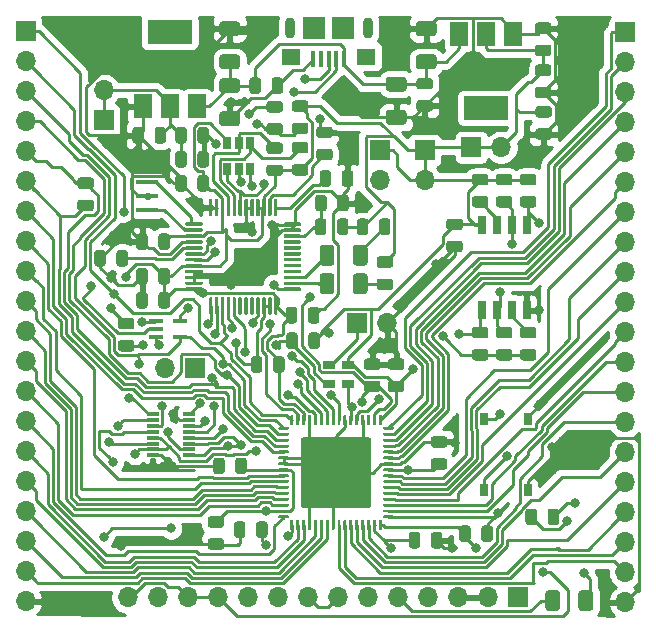
<source format=gbr>
G04 #@! TF.GenerationSoftware,KiCad,Pcbnew,(5.1.10-1-10_14)*
G04 #@! TF.CreationDate,2021-09-07T14:18:03-07:00*
G04 #@! TF.ProjectId,Caravel_pcb,43617261-7665-46c5-9f70-63622e6b6963,rev?*
G04 #@! TF.SameCoordinates,Original*
G04 #@! TF.FileFunction,Copper,L1,Top*
G04 #@! TF.FilePolarity,Positive*
%FSLAX46Y46*%
G04 Gerber Fmt 4.6, Leading zero omitted, Abs format (unit mm)*
G04 Created by KiCad (PCBNEW (5.1.10-1-10_14)) date 2021-09-07 14:18:03*
%MOMM*%
%LPD*%
G01*
G04 APERTURE LIST*
G04 #@! TA.AperFunction,ComponentPad*
%ADD10O,1.700000X1.700000*%
G04 #@! TD*
G04 #@! TA.AperFunction,ComponentPad*
%ADD11R,1.700000X1.700000*%
G04 #@! TD*
G04 #@! TA.AperFunction,SMDPad,CuDef*
%ADD12R,1.900000X0.400000*%
G04 #@! TD*
G04 #@! TA.AperFunction,SMDPad,CuDef*
%ADD13R,1.016000X0.660400*%
G04 #@! TD*
G04 #@! TA.AperFunction,SMDPad,CuDef*
%ADD14R,0.650000X1.650000*%
G04 #@! TD*
G04 #@! TA.AperFunction,SMDPad,CuDef*
%ADD15R,1.168400X0.355600*%
G04 #@! TD*
G04 #@! TA.AperFunction,SMDPad,CuDef*
%ADD16R,1.500000X2.000000*%
G04 #@! TD*
G04 #@! TA.AperFunction,SMDPad,CuDef*
%ADD17R,3.800000X2.000000*%
G04 #@! TD*
G04 #@! TA.AperFunction,SMDPad,CuDef*
%ADD18R,0.700000X1.000000*%
G04 #@! TD*
G04 #@! TA.AperFunction,ComponentPad*
%ADD19O,0.900000X1.800000*%
G04 #@! TD*
G04 #@! TA.AperFunction,SMDPad,CuDef*
%ADD20R,1.900000X1.900000*%
G04 #@! TD*
G04 #@! TA.AperFunction,SMDPad,CuDef*
%ADD21R,1.600000X1.400000*%
G04 #@! TD*
G04 #@! TA.AperFunction,SMDPad,CuDef*
%ADD22R,0.400000X1.350000*%
G04 #@! TD*
G04 #@! TA.AperFunction,SMDPad,CuDef*
%ADD23R,0.977900X0.304800*%
G04 #@! TD*
G04 #@! TA.AperFunction,SMDPad,CuDef*
%ADD24R,0.650000X1.060000*%
G04 #@! TD*
G04 #@! TA.AperFunction,ViaPad*
%ADD25C,0.800000*%
G04 #@! TD*
G04 #@! TA.AperFunction,Conductor*
%ADD26C,0.250000*%
G04 #@! TD*
G04 #@! TA.AperFunction,Conductor*
%ADD27C,0.254000*%
G04 #@! TD*
G04 #@! TA.AperFunction,Conductor*
%ADD28C,0.100000*%
G04 #@! TD*
G04 APERTURE END LIST*
D10*
X118364000Y-123952000D03*
X120904000Y-123952000D03*
X123444000Y-123952000D03*
X125984000Y-123952000D03*
X128524000Y-123952000D03*
X131064000Y-123952000D03*
X133604000Y-123952000D03*
X136144000Y-123952000D03*
X138684000Y-123952000D03*
X141224000Y-123952000D03*
X143764000Y-123952000D03*
X146304000Y-123952000D03*
X148844000Y-123952000D03*
D11*
X151384000Y-123952000D03*
D10*
X160477200Y-124358400D03*
X160477200Y-121818400D03*
X160477200Y-119278400D03*
X160477200Y-116738400D03*
X160477200Y-114198400D03*
X160477200Y-111658400D03*
X160477200Y-109118400D03*
X160477200Y-106578400D03*
X160477200Y-104038400D03*
X160477200Y-101498400D03*
X160477200Y-98958400D03*
X160477200Y-96418400D03*
X160477200Y-93878400D03*
X160477200Y-91338400D03*
X160477200Y-88798400D03*
X160477200Y-86258400D03*
X160477200Y-83718400D03*
X160477200Y-81178400D03*
X160477200Y-78638400D03*
D11*
X160477200Y-76098400D03*
D10*
X109728000Y-124307600D03*
X109728000Y-121767600D03*
X109728000Y-119227600D03*
X109728000Y-116687600D03*
X109728000Y-114147600D03*
X109728000Y-111607600D03*
X109728000Y-109067600D03*
X109728000Y-106527600D03*
X109728000Y-103987600D03*
X109728000Y-101447600D03*
X109728000Y-98907600D03*
X109728000Y-96367600D03*
X109728000Y-93827600D03*
X109728000Y-91287600D03*
X109728000Y-88747600D03*
X109728000Y-86207600D03*
X109728000Y-83667600D03*
X109728000Y-81127600D03*
X109728000Y-78587600D03*
D11*
X109728000Y-76047600D03*
D10*
X121539000Y-104521000D03*
D11*
X124079000Y-104521000D03*
G04 #@! TA.AperFunction,SMDPad,CuDef*
G36*
G01*
X129773500Y-103785350D02*
X129773500Y-104697850D01*
G75*
G02*
X129529750Y-104941600I-243750J0D01*
G01*
X129042250Y-104941600D01*
G75*
G02*
X128798500Y-104697850I0J243750D01*
G01*
X128798500Y-103785350D01*
G75*
G02*
X129042250Y-103541600I243750J0D01*
G01*
X129529750Y-103541600D01*
G75*
G02*
X129773500Y-103785350I0J-243750D01*
G01*
G37*
G04 #@! TD.AperFunction*
G04 #@! TA.AperFunction,SMDPad,CuDef*
G36*
G01*
X131648500Y-103785350D02*
X131648500Y-104697850D01*
G75*
G02*
X131404750Y-104941600I-243750J0D01*
G01*
X130917250Y-104941600D01*
G75*
G02*
X130673500Y-104697850I0J243750D01*
G01*
X130673500Y-103785350D01*
G75*
G02*
X130917250Y-103541600I243750J0D01*
G01*
X131404750Y-103541600D01*
G75*
G02*
X131648500Y-103785350I0J-243750D01*
G01*
G37*
G04 #@! TD.AperFunction*
G04 #@! TA.AperFunction,SMDPad,CuDef*
G36*
G01*
X130353750Y-83810500D02*
X131266250Y-83810500D01*
G75*
G02*
X131510000Y-84054250I0J-243750D01*
G01*
X131510000Y-84541750D01*
G75*
G02*
X131266250Y-84785500I-243750J0D01*
G01*
X130353750Y-84785500D01*
G75*
G02*
X130110000Y-84541750I0J243750D01*
G01*
X130110000Y-84054250D01*
G75*
G02*
X130353750Y-83810500I243750J0D01*
G01*
G37*
G04 #@! TD.AperFunction*
G04 #@! TA.AperFunction,SMDPad,CuDef*
G36*
G01*
X130353750Y-81935500D02*
X131266250Y-81935500D01*
G75*
G02*
X131510000Y-82179250I0J-243750D01*
G01*
X131510000Y-82666750D01*
G75*
G02*
X131266250Y-82910500I-243750J0D01*
G01*
X130353750Y-82910500D01*
G75*
G02*
X130110000Y-82666750I0J243750D01*
G01*
X130110000Y-82179250D01*
G75*
G02*
X130353750Y-81935500I243750J0D01*
G01*
G37*
G04 #@! TD.AperFunction*
D12*
X120015000Y-91173000D03*
X120015000Y-89973000D03*
X120015000Y-88773000D03*
D13*
X137033000Y-104267000D03*
X137033000Y-105918000D03*
X135432800Y-105918000D03*
X135432800Y-104267000D03*
G04 #@! TA.AperFunction,SMDPad,CuDef*
G36*
G01*
X139880000Y-117461500D02*
X139880000Y-118211500D01*
G75*
G02*
X139817500Y-118274000I-62500J0D01*
G01*
X139692500Y-118274000D01*
G75*
G02*
X139630000Y-118211500I0J62500D01*
G01*
X139630000Y-117461500D01*
G75*
G02*
X139692500Y-117399000I62500J0D01*
G01*
X139817500Y-117399000D01*
G75*
G02*
X139880000Y-117461500I0J-62500D01*
G01*
G37*
G04 #@! TD.AperFunction*
G04 #@! TA.AperFunction,SMDPad,CuDef*
G36*
G01*
X139380000Y-117461500D02*
X139380000Y-118211500D01*
G75*
G02*
X139317500Y-118274000I-62500J0D01*
G01*
X139192500Y-118274000D01*
G75*
G02*
X139130000Y-118211500I0J62500D01*
G01*
X139130000Y-117461500D01*
G75*
G02*
X139192500Y-117399000I62500J0D01*
G01*
X139317500Y-117399000D01*
G75*
G02*
X139380000Y-117461500I0J-62500D01*
G01*
G37*
G04 #@! TD.AperFunction*
G04 #@! TA.AperFunction,SMDPad,CuDef*
G36*
G01*
X138880000Y-117461500D02*
X138880000Y-118211500D01*
G75*
G02*
X138817500Y-118274000I-62500J0D01*
G01*
X138692500Y-118274000D01*
G75*
G02*
X138630000Y-118211500I0J62500D01*
G01*
X138630000Y-117461500D01*
G75*
G02*
X138692500Y-117399000I62500J0D01*
G01*
X138817500Y-117399000D01*
G75*
G02*
X138880000Y-117461500I0J-62500D01*
G01*
G37*
G04 #@! TD.AperFunction*
G04 #@! TA.AperFunction,SMDPad,CuDef*
G36*
G01*
X138380000Y-117461500D02*
X138380000Y-118211500D01*
G75*
G02*
X138317500Y-118274000I-62500J0D01*
G01*
X138192500Y-118274000D01*
G75*
G02*
X138130000Y-118211500I0J62500D01*
G01*
X138130000Y-117461500D01*
G75*
G02*
X138192500Y-117399000I62500J0D01*
G01*
X138317500Y-117399000D01*
G75*
G02*
X138380000Y-117461500I0J-62500D01*
G01*
G37*
G04 #@! TD.AperFunction*
G04 #@! TA.AperFunction,SMDPad,CuDef*
G36*
G01*
X137880000Y-117461500D02*
X137880000Y-118211500D01*
G75*
G02*
X137817500Y-118274000I-62500J0D01*
G01*
X137692500Y-118274000D01*
G75*
G02*
X137630000Y-118211500I0J62500D01*
G01*
X137630000Y-117461500D01*
G75*
G02*
X137692500Y-117399000I62500J0D01*
G01*
X137817500Y-117399000D01*
G75*
G02*
X137880000Y-117461500I0J-62500D01*
G01*
G37*
G04 #@! TD.AperFunction*
G04 #@! TA.AperFunction,SMDPad,CuDef*
G36*
G01*
X137380000Y-117461500D02*
X137380000Y-118211500D01*
G75*
G02*
X137317500Y-118274000I-62500J0D01*
G01*
X137192500Y-118274000D01*
G75*
G02*
X137130000Y-118211500I0J62500D01*
G01*
X137130000Y-117461500D01*
G75*
G02*
X137192500Y-117399000I62500J0D01*
G01*
X137317500Y-117399000D01*
G75*
G02*
X137380000Y-117461500I0J-62500D01*
G01*
G37*
G04 #@! TD.AperFunction*
G04 #@! TA.AperFunction,SMDPad,CuDef*
G36*
G01*
X136880000Y-117461500D02*
X136880000Y-118211500D01*
G75*
G02*
X136817500Y-118274000I-62500J0D01*
G01*
X136692500Y-118274000D01*
G75*
G02*
X136630000Y-118211500I0J62500D01*
G01*
X136630000Y-117461500D01*
G75*
G02*
X136692500Y-117399000I62500J0D01*
G01*
X136817500Y-117399000D01*
G75*
G02*
X136880000Y-117461500I0J-62500D01*
G01*
G37*
G04 #@! TD.AperFunction*
G04 #@! TA.AperFunction,SMDPad,CuDef*
G36*
G01*
X136380000Y-117461500D02*
X136380000Y-118211500D01*
G75*
G02*
X136317500Y-118274000I-62500J0D01*
G01*
X136192500Y-118274000D01*
G75*
G02*
X136130000Y-118211500I0J62500D01*
G01*
X136130000Y-117461500D01*
G75*
G02*
X136192500Y-117399000I62500J0D01*
G01*
X136317500Y-117399000D01*
G75*
G02*
X136380000Y-117461500I0J-62500D01*
G01*
G37*
G04 #@! TD.AperFunction*
G04 #@! TA.AperFunction,SMDPad,CuDef*
G36*
G01*
X135880000Y-117461500D02*
X135880000Y-118211500D01*
G75*
G02*
X135817500Y-118274000I-62500J0D01*
G01*
X135692500Y-118274000D01*
G75*
G02*
X135630000Y-118211500I0J62500D01*
G01*
X135630000Y-117461500D01*
G75*
G02*
X135692500Y-117399000I62500J0D01*
G01*
X135817500Y-117399000D01*
G75*
G02*
X135880000Y-117461500I0J-62500D01*
G01*
G37*
G04 #@! TD.AperFunction*
G04 #@! TA.AperFunction,SMDPad,CuDef*
G36*
G01*
X135380000Y-117461500D02*
X135380000Y-118211500D01*
G75*
G02*
X135317500Y-118274000I-62500J0D01*
G01*
X135192500Y-118274000D01*
G75*
G02*
X135130000Y-118211500I0J62500D01*
G01*
X135130000Y-117461500D01*
G75*
G02*
X135192500Y-117399000I62500J0D01*
G01*
X135317500Y-117399000D01*
G75*
G02*
X135380000Y-117461500I0J-62500D01*
G01*
G37*
G04 #@! TD.AperFunction*
G04 #@! TA.AperFunction,SMDPad,CuDef*
G36*
G01*
X134880000Y-117461500D02*
X134880000Y-118211500D01*
G75*
G02*
X134817500Y-118274000I-62500J0D01*
G01*
X134692500Y-118274000D01*
G75*
G02*
X134630000Y-118211500I0J62500D01*
G01*
X134630000Y-117461500D01*
G75*
G02*
X134692500Y-117399000I62500J0D01*
G01*
X134817500Y-117399000D01*
G75*
G02*
X134880000Y-117461500I0J-62500D01*
G01*
G37*
G04 #@! TD.AperFunction*
G04 #@! TA.AperFunction,SMDPad,CuDef*
G36*
G01*
X134380000Y-117461500D02*
X134380000Y-118211500D01*
G75*
G02*
X134317500Y-118274000I-62500J0D01*
G01*
X134192500Y-118274000D01*
G75*
G02*
X134130000Y-118211500I0J62500D01*
G01*
X134130000Y-117461500D01*
G75*
G02*
X134192500Y-117399000I62500J0D01*
G01*
X134317500Y-117399000D01*
G75*
G02*
X134380000Y-117461500I0J-62500D01*
G01*
G37*
G04 #@! TD.AperFunction*
G04 #@! TA.AperFunction,SMDPad,CuDef*
G36*
G01*
X133880000Y-117461500D02*
X133880000Y-118211500D01*
G75*
G02*
X133817500Y-118274000I-62500J0D01*
G01*
X133692500Y-118274000D01*
G75*
G02*
X133630000Y-118211500I0J62500D01*
G01*
X133630000Y-117461500D01*
G75*
G02*
X133692500Y-117399000I62500J0D01*
G01*
X133817500Y-117399000D01*
G75*
G02*
X133880000Y-117461500I0J-62500D01*
G01*
G37*
G04 #@! TD.AperFunction*
G04 #@! TA.AperFunction,SMDPad,CuDef*
G36*
G01*
X133380000Y-117461500D02*
X133380000Y-118211500D01*
G75*
G02*
X133317500Y-118274000I-62500J0D01*
G01*
X133192500Y-118274000D01*
G75*
G02*
X133130000Y-118211500I0J62500D01*
G01*
X133130000Y-117461500D01*
G75*
G02*
X133192500Y-117399000I62500J0D01*
G01*
X133317500Y-117399000D01*
G75*
G02*
X133380000Y-117461500I0J-62500D01*
G01*
G37*
G04 #@! TD.AperFunction*
G04 #@! TA.AperFunction,SMDPad,CuDef*
G36*
G01*
X132880000Y-117461500D02*
X132880000Y-118211500D01*
G75*
G02*
X132817500Y-118274000I-62500J0D01*
G01*
X132692500Y-118274000D01*
G75*
G02*
X132630000Y-118211500I0J62500D01*
G01*
X132630000Y-117461500D01*
G75*
G02*
X132692500Y-117399000I62500J0D01*
G01*
X132817500Y-117399000D01*
G75*
G02*
X132880000Y-117461500I0J-62500D01*
G01*
G37*
G04 #@! TD.AperFunction*
G04 #@! TA.AperFunction,SMDPad,CuDef*
G36*
G01*
X132380000Y-117461500D02*
X132380000Y-118211500D01*
G75*
G02*
X132317500Y-118274000I-62500J0D01*
G01*
X132192500Y-118274000D01*
G75*
G02*
X132130000Y-118211500I0J62500D01*
G01*
X132130000Y-117461500D01*
G75*
G02*
X132192500Y-117399000I62500J0D01*
G01*
X132317500Y-117399000D01*
G75*
G02*
X132380000Y-117461500I0J-62500D01*
G01*
G37*
G04 #@! TD.AperFunction*
G04 #@! TA.AperFunction,SMDPad,CuDef*
G36*
G01*
X132005000Y-117086500D02*
X132005000Y-117211500D01*
G75*
G02*
X131942500Y-117274000I-62500J0D01*
G01*
X131192500Y-117274000D01*
G75*
G02*
X131130000Y-117211500I0J62500D01*
G01*
X131130000Y-117086500D01*
G75*
G02*
X131192500Y-117024000I62500J0D01*
G01*
X131942500Y-117024000D01*
G75*
G02*
X132005000Y-117086500I0J-62500D01*
G01*
G37*
G04 #@! TD.AperFunction*
G04 #@! TA.AperFunction,SMDPad,CuDef*
G36*
G01*
X132005000Y-116586500D02*
X132005000Y-116711500D01*
G75*
G02*
X131942500Y-116774000I-62500J0D01*
G01*
X131192500Y-116774000D01*
G75*
G02*
X131130000Y-116711500I0J62500D01*
G01*
X131130000Y-116586500D01*
G75*
G02*
X131192500Y-116524000I62500J0D01*
G01*
X131942500Y-116524000D01*
G75*
G02*
X132005000Y-116586500I0J-62500D01*
G01*
G37*
G04 #@! TD.AperFunction*
G04 #@! TA.AperFunction,SMDPad,CuDef*
G36*
G01*
X132005000Y-116086500D02*
X132005000Y-116211500D01*
G75*
G02*
X131942500Y-116274000I-62500J0D01*
G01*
X131192500Y-116274000D01*
G75*
G02*
X131130000Y-116211500I0J62500D01*
G01*
X131130000Y-116086500D01*
G75*
G02*
X131192500Y-116024000I62500J0D01*
G01*
X131942500Y-116024000D01*
G75*
G02*
X132005000Y-116086500I0J-62500D01*
G01*
G37*
G04 #@! TD.AperFunction*
G04 #@! TA.AperFunction,SMDPad,CuDef*
G36*
G01*
X132005000Y-115586500D02*
X132005000Y-115711500D01*
G75*
G02*
X131942500Y-115774000I-62500J0D01*
G01*
X131192500Y-115774000D01*
G75*
G02*
X131130000Y-115711500I0J62500D01*
G01*
X131130000Y-115586500D01*
G75*
G02*
X131192500Y-115524000I62500J0D01*
G01*
X131942500Y-115524000D01*
G75*
G02*
X132005000Y-115586500I0J-62500D01*
G01*
G37*
G04 #@! TD.AperFunction*
G04 #@! TA.AperFunction,SMDPad,CuDef*
G36*
G01*
X132005000Y-115086500D02*
X132005000Y-115211500D01*
G75*
G02*
X131942500Y-115274000I-62500J0D01*
G01*
X131192500Y-115274000D01*
G75*
G02*
X131130000Y-115211500I0J62500D01*
G01*
X131130000Y-115086500D01*
G75*
G02*
X131192500Y-115024000I62500J0D01*
G01*
X131942500Y-115024000D01*
G75*
G02*
X132005000Y-115086500I0J-62500D01*
G01*
G37*
G04 #@! TD.AperFunction*
G04 #@! TA.AperFunction,SMDPad,CuDef*
G36*
G01*
X132005000Y-114586500D02*
X132005000Y-114711500D01*
G75*
G02*
X131942500Y-114774000I-62500J0D01*
G01*
X131192500Y-114774000D01*
G75*
G02*
X131130000Y-114711500I0J62500D01*
G01*
X131130000Y-114586500D01*
G75*
G02*
X131192500Y-114524000I62500J0D01*
G01*
X131942500Y-114524000D01*
G75*
G02*
X132005000Y-114586500I0J-62500D01*
G01*
G37*
G04 #@! TD.AperFunction*
G04 #@! TA.AperFunction,SMDPad,CuDef*
G36*
G01*
X132005000Y-114086500D02*
X132005000Y-114211500D01*
G75*
G02*
X131942500Y-114274000I-62500J0D01*
G01*
X131192500Y-114274000D01*
G75*
G02*
X131130000Y-114211500I0J62500D01*
G01*
X131130000Y-114086500D01*
G75*
G02*
X131192500Y-114024000I62500J0D01*
G01*
X131942500Y-114024000D01*
G75*
G02*
X132005000Y-114086500I0J-62500D01*
G01*
G37*
G04 #@! TD.AperFunction*
G04 #@! TA.AperFunction,SMDPad,CuDef*
G36*
G01*
X132005000Y-113586500D02*
X132005000Y-113711500D01*
G75*
G02*
X131942500Y-113774000I-62500J0D01*
G01*
X131192500Y-113774000D01*
G75*
G02*
X131130000Y-113711500I0J62500D01*
G01*
X131130000Y-113586500D01*
G75*
G02*
X131192500Y-113524000I62500J0D01*
G01*
X131942500Y-113524000D01*
G75*
G02*
X132005000Y-113586500I0J-62500D01*
G01*
G37*
G04 #@! TD.AperFunction*
G04 #@! TA.AperFunction,SMDPad,CuDef*
G36*
G01*
X132005000Y-113086500D02*
X132005000Y-113211500D01*
G75*
G02*
X131942500Y-113274000I-62500J0D01*
G01*
X131192500Y-113274000D01*
G75*
G02*
X131130000Y-113211500I0J62500D01*
G01*
X131130000Y-113086500D01*
G75*
G02*
X131192500Y-113024000I62500J0D01*
G01*
X131942500Y-113024000D01*
G75*
G02*
X132005000Y-113086500I0J-62500D01*
G01*
G37*
G04 #@! TD.AperFunction*
G04 #@! TA.AperFunction,SMDPad,CuDef*
G36*
G01*
X132005000Y-112586500D02*
X132005000Y-112711500D01*
G75*
G02*
X131942500Y-112774000I-62500J0D01*
G01*
X131192500Y-112774000D01*
G75*
G02*
X131130000Y-112711500I0J62500D01*
G01*
X131130000Y-112586500D01*
G75*
G02*
X131192500Y-112524000I62500J0D01*
G01*
X131942500Y-112524000D01*
G75*
G02*
X132005000Y-112586500I0J-62500D01*
G01*
G37*
G04 #@! TD.AperFunction*
G04 #@! TA.AperFunction,SMDPad,CuDef*
G36*
G01*
X132005000Y-112086500D02*
X132005000Y-112211500D01*
G75*
G02*
X131942500Y-112274000I-62500J0D01*
G01*
X131192500Y-112274000D01*
G75*
G02*
X131130000Y-112211500I0J62500D01*
G01*
X131130000Y-112086500D01*
G75*
G02*
X131192500Y-112024000I62500J0D01*
G01*
X131942500Y-112024000D01*
G75*
G02*
X132005000Y-112086500I0J-62500D01*
G01*
G37*
G04 #@! TD.AperFunction*
G04 #@! TA.AperFunction,SMDPad,CuDef*
G36*
G01*
X132005000Y-111586500D02*
X132005000Y-111711500D01*
G75*
G02*
X131942500Y-111774000I-62500J0D01*
G01*
X131192500Y-111774000D01*
G75*
G02*
X131130000Y-111711500I0J62500D01*
G01*
X131130000Y-111586500D01*
G75*
G02*
X131192500Y-111524000I62500J0D01*
G01*
X131942500Y-111524000D01*
G75*
G02*
X132005000Y-111586500I0J-62500D01*
G01*
G37*
G04 #@! TD.AperFunction*
G04 #@! TA.AperFunction,SMDPad,CuDef*
G36*
G01*
X132005000Y-111086500D02*
X132005000Y-111211500D01*
G75*
G02*
X131942500Y-111274000I-62500J0D01*
G01*
X131192500Y-111274000D01*
G75*
G02*
X131130000Y-111211500I0J62500D01*
G01*
X131130000Y-111086500D01*
G75*
G02*
X131192500Y-111024000I62500J0D01*
G01*
X131942500Y-111024000D01*
G75*
G02*
X132005000Y-111086500I0J-62500D01*
G01*
G37*
G04 #@! TD.AperFunction*
G04 #@! TA.AperFunction,SMDPad,CuDef*
G36*
G01*
X132005000Y-110586500D02*
X132005000Y-110711500D01*
G75*
G02*
X131942500Y-110774000I-62500J0D01*
G01*
X131192500Y-110774000D01*
G75*
G02*
X131130000Y-110711500I0J62500D01*
G01*
X131130000Y-110586500D01*
G75*
G02*
X131192500Y-110524000I62500J0D01*
G01*
X131942500Y-110524000D01*
G75*
G02*
X132005000Y-110586500I0J-62500D01*
G01*
G37*
G04 #@! TD.AperFunction*
G04 #@! TA.AperFunction,SMDPad,CuDef*
G36*
G01*
X132005000Y-110086500D02*
X132005000Y-110211500D01*
G75*
G02*
X131942500Y-110274000I-62500J0D01*
G01*
X131192500Y-110274000D01*
G75*
G02*
X131130000Y-110211500I0J62500D01*
G01*
X131130000Y-110086500D01*
G75*
G02*
X131192500Y-110024000I62500J0D01*
G01*
X131942500Y-110024000D01*
G75*
G02*
X132005000Y-110086500I0J-62500D01*
G01*
G37*
G04 #@! TD.AperFunction*
G04 #@! TA.AperFunction,SMDPad,CuDef*
G36*
G01*
X132005000Y-109586500D02*
X132005000Y-109711500D01*
G75*
G02*
X131942500Y-109774000I-62500J0D01*
G01*
X131192500Y-109774000D01*
G75*
G02*
X131130000Y-109711500I0J62500D01*
G01*
X131130000Y-109586500D01*
G75*
G02*
X131192500Y-109524000I62500J0D01*
G01*
X131942500Y-109524000D01*
G75*
G02*
X132005000Y-109586500I0J-62500D01*
G01*
G37*
G04 #@! TD.AperFunction*
G04 #@! TA.AperFunction,SMDPad,CuDef*
G36*
G01*
X132380000Y-108586500D02*
X132380000Y-109336500D01*
G75*
G02*
X132317500Y-109399000I-62500J0D01*
G01*
X132192500Y-109399000D01*
G75*
G02*
X132130000Y-109336500I0J62500D01*
G01*
X132130000Y-108586500D01*
G75*
G02*
X132192500Y-108524000I62500J0D01*
G01*
X132317500Y-108524000D01*
G75*
G02*
X132380000Y-108586500I0J-62500D01*
G01*
G37*
G04 #@! TD.AperFunction*
G04 #@! TA.AperFunction,SMDPad,CuDef*
G36*
G01*
X132880000Y-108586500D02*
X132880000Y-109336500D01*
G75*
G02*
X132817500Y-109399000I-62500J0D01*
G01*
X132692500Y-109399000D01*
G75*
G02*
X132630000Y-109336500I0J62500D01*
G01*
X132630000Y-108586500D01*
G75*
G02*
X132692500Y-108524000I62500J0D01*
G01*
X132817500Y-108524000D01*
G75*
G02*
X132880000Y-108586500I0J-62500D01*
G01*
G37*
G04 #@! TD.AperFunction*
G04 #@! TA.AperFunction,SMDPad,CuDef*
G36*
G01*
X133380000Y-108586500D02*
X133380000Y-109336500D01*
G75*
G02*
X133317500Y-109399000I-62500J0D01*
G01*
X133192500Y-109399000D01*
G75*
G02*
X133130000Y-109336500I0J62500D01*
G01*
X133130000Y-108586500D01*
G75*
G02*
X133192500Y-108524000I62500J0D01*
G01*
X133317500Y-108524000D01*
G75*
G02*
X133380000Y-108586500I0J-62500D01*
G01*
G37*
G04 #@! TD.AperFunction*
G04 #@! TA.AperFunction,SMDPad,CuDef*
G36*
G01*
X133880000Y-108586500D02*
X133880000Y-109336500D01*
G75*
G02*
X133817500Y-109399000I-62500J0D01*
G01*
X133692500Y-109399000D01*
G75*
G02*
X133630000Y-109336500I0J62500D01*
G01*
X133630000Y-108586500D01*
G75*
G02*
X133692500Y-108524000I62500J0D01*
G01*
X133817500Y-108524000D01*
G75*
G02*
X133880000Y-108586500I0J-62500D01*
G01*
G37*
G04 #@! TD.AperFunction*
G04 #@! TA.AperFunction,SMDPad,CuDef*
G36*
G01*
X134380000Y-108586500D02*
X134380000Y-109336500D01*
G75*
G02*
X134317500Y-109399000I-62500J0D01*
G01*
X134192500Y-109399000D01*
G75*
G02*
X134130000Y-109336500I0J62500D01*
G01*
X134130000Y-108586500D01*
G75*
G02*
X134192500Y-108524000I62500J0D01*
G01*
X134317500Y-108524000D01*
G75*
G02*
X134380000Y-108586500I0J-62500D01*
G01*
G37*
G04 #@! TD.AperFunction*
G04 #@! TA.AperFunction,SMDPad,CuDef*
G36*
G01*
X134880000Y-108586500D02*
X134880000Y-109336500D01*
G75*
G02*
X134817500Y-109399000I-62500J0D01*
G01*
X134692500Y-109399000D01*
G75*
G02*
X134630000Y-109336500I0J62500D01*
G01*
X134630000Y-108586500D01*
G75*
G02*
X134692500Y-108524000I62500J0D01*
G01*
X134817500Y-108524000D01*
G75*
G02*
X134880000Y-108586500I0J-62500D01*
G01*
G37*
G04 #@! TD.AperFunction*
G04 #@! TA.AperFunction,SMDPad,CuDef*
G36*
G01*
X135380000Y-108586500D02*
X135380000Y-109336500D01*
G75*
G02*
X135317500Y-109399000I-62500J0D01*
G01*
X135192500Y-109399000D01*
G75*
G02*
X135130000Y-109336500I0J62500D01*
G01*
X135130000Y-108586500D01*
G75*
G02*
X135192500Y-108524000I62500J0D01*
G01*
X135317500Y-108524000D01*
G75*
G02*
X135380000Y-108586500I0J-62500D01*
G01*
G37*
G04 #@! TD.AperFunction*
G04 #@! TA.AperFunction,SMDPad,CuDef*
G36*
G01*
X135880000Y-108586500D02*
X135880000Y-109336500D01*
G75*
G02*
X135817500Y-109399000I-62500J0D01*
G01*
X135692500Y-109399000D01*
G75*
G02*
X135630000Y-109336500I0J62500D01*
G01*
X135630000Y-108586500D01*
G75*
G02*
X135692500Y-108524000I62500J0D01*
G01*
X135817500Y-108524000D01*
G75*
G02*
X135880000Y-108586500I0J-62500D01*
G01*
G37*
G04 #@! TD.AperFunction*
G04 #@! TA.AperFunction,SMDPad,CuDef*
G36*
G01*
X136380000Y-108586500D02*
X136380000Y-109336500D01*
G75*
G02*
X136317500Y-109399000I-62500J0D01*
G01*
X136192500Y-109399000D01*
G75*
G02*
X136130000Y-109336500I0J62500D01*
G01*
X136130000Y-108586500D01*
G75*
G02*
X136192500Y-108524000I62500J0D01*
G01*
X136317500Y-108524000D01*
G75*
G02*
X136380000Y-108586500I0J-62500D01*
G01*
G37*
G04 #@! TD.AperFunction*
G04 #@! TA.AperFunction,SMDPad,CuDef*
G36*
G01*
X136880000Y-108586500D02*
X136880000Y-109336500D01*
G75*
G02*
X136817500Y-109399000I-62500J0D01*
G01*
X136692500Y-109399000D01*
G75*
G02*
X136630000Y-109336500I0J62500D01*
G01*
X136630000Y-108586500D01*
G75*
G02*
X136692500Y-108524000I62500J0D01*
G01*
X136817500Y-108524000D01*
G75*
G02*
X136880000Y-108586500I0J-62500D01*
G01*
G37*
G04 #@! TD.AperFunction*
G04 #@! TA.AperFunction,SMDPad,CuDef*
G36*
G01*
X137380000Y-108586500D02*
X137380000Y-109336500D01*
G75*
G02*
X137317500Y-109399000I-62500J0D01*
G01*
X137192500Y-109399000D01*
G75*
G02*
X137130000Y-109336500I0J62500D01*
G01*
X137130000Y-108586500D01*
G75*
G02*
X137192500Y-108524000I62500J0D01*
G01*
X137317500Y-108524000D01*
G75*
G02*
X137380000Y-108586500I0J-62500D01*
G01*
G37*
G04 #@! TD.AperFunction*
G04 #@! TA.AperFunction,SMDPad,CuDef*
G36*
G01*
X137880000Y-108586500D02*
X137880000Y-109336500D01*
G75*
G02*
X137817500Y-109399000I-62500J0D01*
G01*
X137692500Y-109399000D01*
G75*
G02*
X137630000Y-109336500I0J62500D01*
G01*
X137630000Y-108586500D01*
G75*
G02*
X137692500Y-108524000I62500J0D01*
G01*
X137817500Y-108524000D01*
G75*
G02*
X137880000Y-108586500I0J-62500D01*
G01*
G37*
G04 #@! TD.AperFunction*
G04 #@! TA.AperFunction,SMDPad,CuDef*
G36*
G01*
X138380000Y-108586500D02*
X138380000Y-109336500D01*
G75*
G02*
X138317500Y-109399000I-62500J0D01*
G01*
X138192500Y-109399000D01*
G75*
G02*
X138130000Y-109336500I0J62500D01*
G01*
X138130000Y-108586500D01*
G75*
G02*
X138192500Y-108524000I62500J0D01*
G01*
X138317500Y-108524000D01*
G75*
G02*
X138380000Y-108586500I0J-62500D01*
G01*
G37*
G04 #@! TD.AperFunction*
G04 #@! TA.AperFunction,SMDPad,CuDef*
G36*
G01*
X138880000Y-108586500D02*
X138880000Y-109336500D01*
G75*
G02*
X138817500Y-109399000I-62500J0D01*
G01*
X138692500Y-109399000D01*
G75*
G02*
X138630000Y-109336500I0J62500D01*
G01*
X138630000Y-108586500D01*
G75*
G02*
X138692500Y-108524000I62500J0D01*
G01*
X138817500Y-108524000D01*
G75*
G02*
X138880000Y-108586500I0J-62500D01*
G01*
G37*
G04 #@! TD.AperFunction*
G04 #@! TA.AperFunction,SMDPad,CuDef*
G36*
G01*
X139380000Y-108586500D02*
X139380000Y-109336500D01*
G75*
G02*
X139317500Y-109399000I-62500J0D01*
G01*
X139192500Y-109399000D01*
G75*
G02*
X139130000Y-109336500I0J62500D01*
G01*
X139130000Y-108586500D01*
G75*
G02*
X139192500Y-108524000I62500J0D01*
G01*
X139317500Y-108524000D01*
G75*
G02*
X139380000Y-108586500I0J-62500D01*
G01*
G37*
G04 #@! TD.AperFunction*
G04 #@! TA.AperFunction,SMDPad,CuDef*
G36*
G01*
X139880000Y-108586500D02*
X139880000Y-109336500D01*
G75*
G02*
X139817500Y-109399000I-62500J0D01*
G01*
X139692500Y-109399000D01*
G75*
G02*
X139630000Y-109336500I0J62500D01*
G01*
X139630000Y-108586500D01*
G75*
G02*
X139692500Y-108524000I62500J0D01*
G01*
X139817500Y-108524000D01*
G75*
G02*
X139880000Y-108586500I0J-62500D01*
G01*
G37*
G04 #@! TD.AperFunction*
G04 #@! TA.AperFunction,SMDPad,CuDef*
G36*
G01*
X140880000Y-109586500D02*
X140880000Y-109711500D01*
G75*
G02*
X140817500Y-109774000I-62500J0D01*
G01*
X140067500Y-109774000D01*
G75*
G02*
X140005000Y-109711500I0J62500D01*
G01*
X140005000Y-109586500D01*
G75*
G02*
X140067500Y-109524000I62500J0D01*
G01*
X140817500Y-109524000D01*
G75*
G02*
X140880000Y-109586500I0J-62500D01*
G01*
G37*
G04 #@! TD.AperFunction*
G04 #@! TA.AperFunction,SMDPad,CuDef*
G36*
G01*
X140880000Y-110086500D02*
X140880000Y-110211500D01*
G75*
G02*
X140817500Y-110274000I-62500J0D01*
G01*
X140067500Y-110274000D01*
G75*
G02*
X140005000Y-110211500I0J62500D01*
G01*
X140005000Y-110086500D01*
G75*
G02*
X140067500Y-110024000I62500J0D01*
G01*
X140817500Y-110024000D01*
G75*
G02*
X140880000Y-110086500I0J-62500D01*
G01*
G37*
G04 #@! TD.AperFunction*
G04 #@! TA.AperFunction,SMDPad,CuDef*
G36*
G01*
X140880000Y-110586500D02*
X140880000Y-110711500D01*
G75*
G02*
X140817500Y-110774000I-62500J0D01*
G01*
X140067500Y-110774000D01*
G75*
G02*
X140005000Y-110711500I0J62500D01*
G01*
X140005000Y-110586500D01*
G75*
G02*
X140067500Y-110524000I62500J0D01*
G01*
X140817500Y-110524000D01*
G75*
G02*
X140880000Y-110586500I0J-62500D01*
G01*
G37*
G04 #@! TD.AperFunction*
G04 #@! TA.AperFunction,SMDPad,CuDef*
G36*
G01*
X140880000Y-111086500D02*
X140880000Y-111211500D01*
G75*
G02*
X140817500Y-111274000I-62500J0D01*
G01*
X140067500Y-111274000D01*
G75*
G02*
X140005000Y-111211500I0J62500D01*
G01*
X140005000Y-111086500D01*
G75*
G02*
X140067500Y-111024000I62500J0D01*
G01*
X140817500Y-111024000D01*
G75*
G02*
X140880000Y-111086500I0J-62500D01*
G01*
G37*
G04 #@! TD.AperFunction*
G04 #@! TA.AperFunction,SMDPad,CuDef*
G36*
G01*
X140880000Y-111586500D02*
X140880000Y-111711500D01*
G75*
G02*
X140817500Y-111774000I-62500J0D01*
G01*
X140067500Y-111774000D01*
G75*
G02*
X140005000Y-111711500I0J62500D01*
G01*
X140005000Y-111586500D01*
G75*
G02*
X140067500Y-111524000I62500J0D01*
G01*
X140817500Y-111524000D01*
G75*
G02*
X140880000Y-111586500I0J-62500D01*
G01*
G37*
G04 #@! TD.AperFunction*
G04 #@! TA.AperFunction,SMDPad,CuDef*
G36*
G01*
X140880000Y-112086500D02*
X140880000Y-112211500D01*
G75*
G02*
X140817500Y-112274000I-62500J0D01*
G01*
X140067500Y-112274000D01*
G75*
G02*
X140005000Y-112211500I0J62500D01*
G01*
X140005000Y-112086500D01*
G75*
G02*
X140067500Y-112024000I62500J0D01*
G01*
X140817500Y-112024000D01*
G75*
G02*
X140880000Y-112086500I0J-62500D01*
G01*
G37*
G04 #@! TD.AperFunction*
G04 #@! TA.AperFunction,SMDPad,CuDef*
G36*
G01*
X140880000Y-112586500D02*
X140880000Y-112711500D01*
G75*
G02*
X140817500Y-112774000I-62500J0D01*
G01*
X140067500Y-112774000D01*
G75*
G02*
X140005000Y-112711500I0J62500D01*
G01*
X140005000Y-112586500D01*
G75*
G02*
X140067500Y-112524000I62500J0D01*
G01*
X140817500Y-112524000D01*
G75*
G02*
X140880000Y-112586500I0J-62500D01*
G01*
G37*
G04 #@! TD.AperFunction*
G04 #@! TA.AperFunction,SMDPad,CuDef*
G36*
G01*
X140880000Y-113086500D02*
X140880000Y-113211500D01*
G75*
G02*
X140817500Y-113274000I-62500J0D01*
G01*
X140067500Y-113274000D01*
G75*
G02*
X140005000Y-113211500I0J62500D01*
G01*
X140005000Y-113086500D01*
G75*
G02*
X140067500Y-113024000I62500J0D01*
G01*
X140817500Y-113024000D01*
G75*
G02*
X140880000Y-113086500I0J-62500D01*
G01*
G37*
G04 #@! TD.AperFunction*
G04 #@! TA.AperFunction,SMDPad,CuDef*
G36*
G01*
X140880000Y-113586500D02*
X140880000Y-113711500D01*
G75*
G02*
X140817500Y-113774000I-62500J0D01*
G01*
X140067500Y-113774000D01*
G75*
G02*
X140005000Y-113711500I0J62500D01*
G01*
X140005000Y-113586500D01*
G75*
G02*
X140067500Y-113524000I62500J0D01*
G01*
X140817500Y-113524000D01*
G75*
G02*
X140880000Y-113586500I0J-62500D01*
G01*
G37*
G04 #@! TD.AperFunction*
G04 #@! TA.AperFunction,SMDPad,CuDef*
G36*
G01*
X140880000Y-114086500D02*
X140880000Y-114211500D01*
G75*
G02*
X140817500Y-114274000I-62500J0D01*
G01*
X140067500Y-114274000D01*
G75*
G02*
X140005000Y-114211500I0J62500D01*
G01*
X140005000Y-114086500D01*
G75*
G02*
X140067500Y-114024000I62500J0D01*
G01*
X140817500Y-114024000D01*
G75*
G02*
X140880000Y-114086500I0J-62500D01*
G01*
G37*
G04 #@! TD.AperFunction*
G04 #@! TA.AperFunction,SMDPad,CuDef*
G36*
G01*
X140880000Y-114586500D02*
X140880000Y-114711500D01*
G75*
G02*
X140817500Y-114774000I-62500J0D01*
G01*
X140067500Y-114774000D01*
G75*
G02*
X140005000Y-114711500I0J62500D01*
G01*
X140005000Y-114586500D01*
G75*
G02*
X140067500Y-114524000I62500J0D01*
G01*
X140817500Y-114524000D01*
G75*
G02*
X140880000Y-114586500I0J-62500D01*
G01*
G37*
G04 #@! TD.AperFunction*
G04 #@! TA.AperFunction,SMDPad,CuDef*
G36*
G01*
X140880000Y-115086500D02*
X140880000Y-115211500D01*
G75*
G02*
X140817500Y-115274000I-62500J0D01*
G01*
X140067500Y-115274000D01*
G75*
G02*
X140005000Y-115211500I0J62500D01*
G01*
X140005000Y-115086500D01*
G75*
G02*
X140067500Y-115024000I62500J0D01*
G01*
X140817500Y-115024000D01*
G75*
G02*
X140880000Y-115086500I0J-62500D01*
G01*
G37*
G04 #@! TD.AperFunction*
G04 #@! TA.AperFunction,SMDPad,CuDef*
G36*
G01*
X140880000Y-115586500D02*
X140880000Y-115711500D01*
G75*
G02*
X140817500Y-115774000I-62500J0D01*
G01*
X140067500Y-115774000D01*
G75*
G02*
X140005000Y-115711500I0J62500D01*
G01*
X140005000Y-115586500D01*
G75*
G02*
X140067500Y-115524000I62500J0D01*
G01*
X140817500Y-115524000D01*
G75*
G02*
X140880000Y-115586500I0J-62500D01*
G01*
G37*
G04 #@! TD.AperFunction*
G04 #@! TA.AperFunction,SMDPad,CuDef*
G36*
G01*
X140880000Y-116086500D02*
X140880000Y-116211500D01*
G75*
G02*
X140817500Y-116274000I-62500J0D01*
G01*
X140067500Y-116274000D01*
G75*
G02*
X140005000Y-116211500I0J62500D01*
G01*
X140005000Y-116086500D01*
G75*
G02*
X140067500Y-116024000I62500J0D01*
G01*
X140817500Y-116024000D01*
G75*
G02*
X140880000Y-116086500I0J-62500D01*
G01*
G37*
G04 #@! TD.AperFunction*
G04 #@! TA.AperFunction,SMDPad,CuDef*
G36*
G01*
X140880000Y-116586500D02*
X140880000Y-116711500D01*
G75*
G02*
X140817500Y-116774000I-62500J0D01*
G01*
X140067500Y-116774000D01*
G75*
G02*
X140005000Y-116711500I0J62500D01*
G01*
X140005000Y-116586500D01*
G75*
G02*
X140067500Y-116524000I62500J0D01*
G01*
X140817500Y-116524000D01*
G75*
G02*
X140880000Y-116586500I0J-62500D01*
G01*
G37*
G04 #@! TD.AperFunction*
G04 #@! TA.AperFunction,SMDPad,CuDef*
G36*
G01*
X140880000Y-117086500D02*
X140880000Y-117211500D01*
G75*
G02*
X140817500Y-117274000I-62500J0D01*
G01*
X140067500Y-117274000D01*
G75*
G02*
X140005000Y-117211500I0J62500D01*
G01*
X140005000Y-117086500D01*
G75*
G02*
X140067500Y-117024000I62500J0D01*
G01*
X140817500Y-117024000D01*
G75*
G02*
X140880000Y-117086500I0J-62500D01*
G01*
G37*
G04 #@! TD.AperFunction*
G04 #@! TA.AperFunction,SMDPad,CuDef*
G36*
G01*
X139005000Y-110649002D02*
X139005000Y-116148998D01*
G75*
G02*
X138754998Y-116399000I-250002J0D01*
G01*
X133255002Y-116399000D01*
G75*
G02*
X133005000Y-116148998I0J250002D01*
G01*
X133005000Y-110649002D01*
G75*
G02*
X133255002Y-110399000I250002J0D01*
G01*
X138754998Y-110399000D01*
G75*
G02*
X139005000Y-110649002I0J-250002D01*
G01*
G37*
G04 #@! TD.AperFunction*
D14*
X148336000Y-92456000D03*
X149606000Y-92456000D03*
X150876000Y-92456000D03*
X152146000Y-92456000D03*
X152146000Y-99656000D03*
X150876000Y-99656000D03*
X149606000Y-99656000D03*
X148336000Y-99656000D03*
D15*
X122834400Y-100558600D03*
X122834400Y-101879400D03*
X120751600Y-101879400D03*
X120751600Y-101219000D03*
X120751600Y-100558600D03*
G04 #@! TA.AperFunction,SMDPad,CuDef*
G36*
G01*
X125243000Y-91623000D02*
X125243000Y-90298000D01*
G75*
G02*
X125318000Y-90223000I75000J0D01*
G01*
X125468000Y-90223000D01*
G75*
G02*
X125543000Y-90298000I0J-75000D01*
G01*
X125543000Y-91623000D01*
G75*
G02*
X125468000Y-91698000I-75000J0D01*
G01*
X125318000Y-91698000D01*
G75*
G02*
X125243000Y-91623000I0J75000D01*
G01*
G37*
G04 #@! TD.AperFunction*
G04 #@! TA.AperFunction,SMDPad,CuDef*
G36*
G01*
X125743000Y-91623000D02*
X125743000Y-90298000D01*
G75*
G02*
X125818000Y-90223000I75000J0D01*
G01*
X125968000Y-90223000D01*
G75*
G02*
X126043000Y-90298000I0J-75000D01*
G01*
X126043000Y-91623000D01*
G75*
G02*
X125968000Y-91698000I-75000J0D01*
G01*
X125818000Y-91698000D01*
G75*
G02*
X125743000Y-91623000I0J75000D01*
G01*
G37*
G04 #@! TD.AperFunction*
G04 #@! TA.AperFunction,SMDPad,CuDef*
G36*
G01*
X126243000Y-91623000D02*
X126243000Y-90298000D01*
G75*
G02*
X126318000Y-90223000I75000J0D01*
G01*
X126468000Y-90223000D01*
G75*
G02*
X126543000Y-90298000I0J-75000D01*
G01*
X126543000Y-91623000D01*
G75*
G02*
X126468000Y-91698000I-75000J0D01*
G01*
X126318000Y-91698000D01*
G75*
G02*
X126243000Y-91623000I0J75000D01*
G01*
G37*
G04 #@! TD.AperFunction*
G04 #@! TA.AperFunction,SMDPad,CuDef*
G36*
G01*
X126743000Y-91623000D02*
X126743000Y-90298000D01*
G75*
G02*
X126818000Y-90223000I75000J0D01*
G01*
X126968000Y-90223000D01*
G75*
G02*
X127043000Y-90298000I0J-75000D01*
G01*
X127043000Y-91623000D01*
G75*
G02*
X126968000Y-91698000I-75000J0D01*
G01*
X126818000Y-91698000D01*
G75*
G02*
X126743000Y-91623000I0J75000D01*
G01*
G37*
G04 #@! TD.AperFunction*
G04 #@! TA.AperFunction,SMDPad,CuDef*
G36*
G01*
X127243000Y-91623000D02*
X127243000Y-90298000D01*
G75*
G02*
X127318000Y-90223000I75000J0D01*
G01*
X127468000Y-90223000D01*
G75*
G02*
X127543000Y-90298000I0J-75000D01*
G01*
X127543000Y-91623000D01*
G75*
G02*
X127468000Y-91698000I-75000J0D01*
G01*
X127318000Y-91698000D01*
G75*
G02*
X127243000Y-91623000I0J75000D01*
G01*
G37*
G04 #@! TD.AperFunction*
G04 #@! TA.AperFunction,SMDPad,CuDef*
G36*
G01*
X127743000Y-91623000D02*
X127743000Y-90298000D01*
G75*
G02*
X127818000Y-90223000I75000J0D01*
G01*
X127968000Y-90223000D01*
G75*
G02*
X128043000Y-90298000I0J-75000D01*
G01*
X128043000Y-91623000D01*
G75*
G02*
X127968000Y-91698000I-75000J0D01*
G01*
X127818000Y-91698000D01*
G75*
G02*
X127743000Y-91623000I0J75000D01*
G01*
G37*
G04 #@! TD.AperFunction*
G04 #@! TA.AperFunction,SMDPad,CuDef*
G36*
G01*
X128243000Y-91623000D02*
X128243000Y-90298000D01*
G75*
G02*
X128318000Y-90223000I75000J0D01*
G01*
X128468000Y-90223000D01*
G75*
G02*
X128543000Y-90298000I0J-75000D01*
G01*
X128543000Y-91623000D01*
G75*
G02*
X128468000Y-91698000I-75000J0D01*
G01*
X128318000Y-91698000D01*
G75*
G02*
X128243000Y-91623000I0J75000D01*
G01*
G37*
G04 #@! TD.AperFunction*
G04 #@! TA.AperFunction,SMDPad,CuDef*
G36*
G01*
X128743000Y-91623000D02*
X128743000Y-90298000D01*
G75*
G02*
X128818000Y-90223000I75000J0D01*
G01*
X128968000Y-90223000D01*
G75*
G02*
X129043000Y-90298000I0J-75000D01*
G01*
X129043000Y-91623000D01*
G75*
G02*
X128968000Y-91698000I-75000J0D01*
G01*
X128818000Y-91698000D01*
G75*
G02*
X128743000Y-91623000I0J75000D01*
G01*
G37*
G04 #@! TD.AperFunction*
G04 #@! TA.AperFunction,SMDPad,CuDef*
G36*
G01*
X129243000Y-91623000D02*
X129243000Y-90298000D01*
G75*
G02*
X129318000Y-90223000I75000J0D01*
G01*
X129468000Y-90223000D01*
G75*
G02*
X129543000Y-90298000I0J-75000D01*
G01*
X129543000Y-91623000D01*
G75*
G02*
X129468000Y-91698000I-75000J0D01*
G01*
X129318000Y-91698000D01*
G75*
G02*
X129243000Y-91623000I0J75000D01*
G01*
G37*
G04 #@! TD.AperFunction*
G04 #@! TA.AperFunction,SMDPad,CuDef*
G36*
G01*
X129743000Y-91623000D02*
X129743000Y-90298000D01*
G75*
G02*
X129818000Y-90223000I75000J0D01*
G01*
X129968000Y-90223000D01*
G75*
G02*
X130043000Y-90298000I0J-75000D01*
G01*
X130043000Y-91623000D01*
G75*
G02*
X129968000Y-91698000I-75000J0D01*
G01*
X129818000Y-91698000D01*
G75*
G02*
X129743000Y-91623000I0J75000D01*
G01*
G37*
G04 #@! TD.AperFunction*
G04 #@! TA.AperFunction,SMDPad,CuDef*
G36*
G01*
X130243000Y-91623000D02*
X130243000Y-90298000D01*
G75*
G02*
X130318000Y-90223000I75000J0D01*
G01*
X130468000Y-90223000D01*
G75*
G02*
X130543000Y-90298000I0J-75000D01*
G01*
X130543000Y-91623000D01*
G75*
G02*
X130468000Y-91698000I-75000J0D01*
G01*
X130318000Y-91698000D01*
G75*
G02*
X130243000Y-91623000I0J75000D01*
G01*
G37*
G04 #@! TD.AperFunction*
G04 #@! TA.AperFunction,SMDPad,CuDef*
G36*
G01*
X130743000Y-91623000D02*
X130743000Y-90298000D01*
G75*
G02*
X130818000Y-90223000I75000J0D01*
G01*
X130968000Y-90223000D01*
G75*
G02*
X131043000Y-90298000I0J-75000D01*
G01*
X131043000Y-91623000D01*
G75*
G02*
X130968000Y-91698000I-75000J0D01*
G01*
X130818000Y-91698000D01*
G75*
G02*
X130743000Y-91623000I0J75000D01*
G01*
G37*
G04 #@! TD.AperFunction*
G04 #@! TA.AperFunction,SMDPad,CuDef*
G36*
G01*
X131568000Y-92448000D02*
X131568000Y-92298000D01*
G75*
G02*
X131643000Y-92223000I75000J0D01*
G01*
X132968000Y-92223000D01*
G75*
G02*
X133043000Y-92298000I0J-75000D01*
G01*
X133043000Y-92448000D01*
G75*
G02*
X132968000Y-92523000I-75000J0D01*
G01*
X131643000Y-92523000D01*
G75*
G02*
X131568000Y-92448000I0J75000D01*
G01*
G37*
G04 #@! TD.AperFunction*
G04 #@! TA.AperFunction,SMDPad,CuDef*
G36*
G01*
X131568000Y-92948000D02*
X131568000Y-92798000D01*
G75*
G02*
X131643000Y-92723000I75000J0D01*
G01*
X132968000Y-92723000D01*
G75*
G02*
X133043000Y-92798000I0J-75000D01*
G01*
X133043000Y-92948000D01*
G75*
G02*
X132968000Y-93023000I-75000J0D01*
G01*
X131643000Y-93023000D01*
G75*
G02*
X131568000Y-92948000I0J75000D01*
G01*
G37*
G04 #@! TD.AperFunction*
G04 #@! TA.AperFunction,SMDPad,CuDef*
G36*
G01*
X131568000Y-93448000D02*
X131568000Y-93298000D01*
G75*
G02*
X131643000Y-93223000I75000J0D01*
G01*
X132968000Y-93223000D01*
G75*
G02*
X133043000Y-93298000I0J-75000D01*
G01*
X133043000Y-93448000D01*
G75*
G02*
X132968000Y-93523000I-75000J0D01*
G01*
X131643000Y-93523000D01*
G75*
G02*
X131568000Y-93448000I0J75000D01*
G01*
G37*
G04 #@! TD.AperFunction*
G04 #@! TA.AperFunction,SMDPad,CuDef*
G36*
G01*
X131568000Y-93948000D02*
X131568000Y-93798000D01*
G75*
G02*
X131643000Y-93723000I75000J0D01*
G01*
X132968000Y-93723000D01*
G75*
G02*
X133043000Y-93798000I0J-75000D01*
G01*
X133043000Y-93948000D01*
G75*
G02*
X132968000Y-94023000I-75000J0D01*
G01*
X131643000Y-94023000D01*
G75*
G02*
X131568000Y-93948000I0J75000D01*
G01*
G37*
G04 #@! TD.AperFunction*
G04 #@! TA.AperFunction,SMDPad,CuDef*
G36*
G01*
X131568000Y-94448000D02*
X131568000Y-94298000D01*
G75*
G02*
X131643000Y-94223000I75000J0D01*
G01*
X132968000Y-94223000D01*
G75*
G02*
X133043000Y-94298000I0J-75000D01*
G01*
X133043000Y-94448000D01*
G75*
G02*
X132968000Y-94523000I-75000J0D01*
G01*
X131643000Y-94523000D01*
G75*
G02*
X131568000Y-94448000I0J75000D01*
G01*
G37*
G04 #@! TD.AperFunction*
G04 #@! TA.AperFunction,SMDPad,CuDef*
G36*
G01*
X131568000Y-94948000D02*
X131568000Y-94798000D01*
G75*
G02*
X131643000Y-94723000I75000J0D01*
G01*
X132968000Y-94723000D01*
G75*
G02*
X133043000Y-94798000I0J-75000D01*
G01*
X133043000Y-94948000D01*
G75*
G02*
X132968000Y-95023000I-75000J0D01*
G01*
X131643000Y-95023000D01*
G75*
G02*
X131568000Y-94948000I0J75000D01*
G01*
G37*
G04 #@! TD.AperFunction*
G04 #@! TA.AperFunction,SMDPad,CuDef*
G36*
G01*
X131568000Y-95448000D02*
X131568000Y-95298000D01*
G75*
G02*
X131643000Y-95223000I75000J0D01*
G01*
X132968000Y-95223000D01*
G75*
G02*
X133043000Y-95298000I0J-75000D01*
G01*
X133043000Y-95448000D01*
G75*
G02*
X132968000Y-95523000I-75000J0D01*
G01*
X131643000Y-95523000D01*
G75*
G02*
X131568000Y-95448000I0J75000D01*
G01*
G37*
G04 #@! TD.AperFunction*
G04 #@! TA.AperFunction,SMDPad,CuDef*
G36*
G01*
X131568000Y-95948000D02*
X131568000Y-95798000D01*
G75*
G02*
X131643000Y-95723000I75000J0D01*
G01*
X132968000Y-95723000D01*
G75*
G02*
X133043000Y-95798000I0J-75000D01*
G01*
X133043000Y-95948000D01*
G75*
G02*
X132968000Y-96023000I-75000J0D01*
G01*
X131643000Y-96023000D01*
G75*
G02*
X131568000Y-95948000I0J75000D01*
G01*
G37*
G04 #@! TD.AperFunction*
G04 #@! TA.AperFunction,SMDPad,CuDef*
G36*
G01*
X131568000Y-96448000D02*
X131568000Y-96298000D01*
G75*
G02*
X131643000Y-96223000I75000J0D01*
G01*
X132968000Y-96223000D01*
G75*
G02*
X133043000Y-96298000I0J-75000D01*
G01*
X133043000Y-96448000D01*
G75*
G02*
X132968000Y-96523000I-75000J0D01*
G01*
X131643000Y-96523000D01*
G75*
G02*
X131568000Y-96448000I0J75000D01*
G01*
G37*
G04 #@! TD.AperFunction*
G04 #@! TA.AperFunction,SMDPad,CuDef*
G36*
G01*
X131568000Y-96948000D02*
X131568000Y-96798000D01*
G75*
G02*
X131643000Y-96723000I75000J0D01*
G01*
X132968000Y-96723000D01*
G75*
G02*
X133043000Y-96798000I0J-75000D01*
G01*
X133043000Y-96948000D01*
G75*
G02*
X132968000Y-97023000I-75000J0D01*
G01*
X131643000Y-97023000D01*
G75*
G02*
X131568000Y-96948000I0J75000D01*
G01*
G37*
G04 #@! TD.AperFunction*
G04 #@! TA.AperFunction,SMDPad,CuDef*
G36*
G01*
X131568000Y-97448000D02*
X131568000Y-97298000D01*
G75*
G02*
X131643000Y-97223000I75000J0D01*
G01*
X132968000Y-97223000D01*
G75*
G02*
X133043000Y-97298000I0J-75000D01*
G01*
X133043000Y-97448000D01*
G75*
G02*
X132968000Y-97523000I-75000J0D01*
G01*
X131643000Y-97523000D01*
G75*
G02*
X131568000Y-97448000I0J75000D01*
G01*
G37*
G04 #@! TD.AperFunction*
G04 #@! TA.AperFunction,SMDPad,CuDef*
G36*
G01*
X131568000Y-97948000D02*
X131568000Y-97798000D01*
G75*
G02*
X131643000Y-97723000I75000J0D01*
G01*
X132968000Y-97723000D01*
G75*
G02*
X133043000Y-97798000I0J-75000D01*
G01*
X133043000Y-97948000D01*
G75*
G02*
X132968000Y-98023000I-75000J0D01*
G01*
X131643000Y-98023000D01*
G75*
G02*
X131568000Y-97948000I0J75000D01*
G01*
G37*
G04 #@! TD.AperFunction*
G04 #@! TA.AperFunction,SMDPad,CuDef*
G36*
G01*
X130743000Y-99948000D02*
X130743000Y-98623000D01*
G75*
G02*
X130818000Y-98548000I75000J0D01*
G01*
X130968000Y-98548000D01*
G75*
G02*
X131043000Y-98623000I0J-75000D01*
G01*
X131043000Y-99948000D01*
G75*
G02*
X130968000Y-100023000I-75000J0D01*
G01*
X130818000Y-100023000D01*
G75*
G02*
X130743000Y-99948000I0J75000D01*
G01*
G37*
G04 #@! TD.AperFunction*
G04 #@! TA.AperFunction,SMDPad,CuDef*
G36*
G01*
X130243000Y-99948000D02*
X130243000Y-98623000D01*
G75*
G02*
X130318000Y-98548000I75000J0D01*
G01*
X130468000Y-98548000D01*
G75*
G02*
X130543000Y-98623000I0J-75000D01*
G01*
X130543000Y-99948000D01*
G75*
G02*
X130468000Y-100023000I-75000J0D01*
G01*
X130318000Y-100023000D01*
G75*
G02*
X130243000Y-99948000I0J75000D01*
G01*
G37*
G04 #@! TD.AperFunction*
G04 #@! TA.AperFunction,SMDPad,CuDef*
G36*
G01*
X129743000Y-99948000D02*
X129743000Y-98623000D01*
G75*
G02*
X129818000Y-98548000I75000J0D01*
G01*
X129968000Y-98548000D01*
G75*
G02*
X130043000Y-98623000I0J-75000D01*
G01*
X130043000Y-99948000D01*
G75*
G02*
X129968000Y-100023000I-75000J0D01*
G01*
X129818000Y-100023000D01*
G75*
G02*
X129743000Y-99948000I0J75000D01*
G01*
G37*
G04 #@! TD.AperFunction*
G04 #@! TA.AperFunction,SMDPad,CuDef*
G36*
G01*
X129243000Y-99948000D02*
X129243000Y-98623000D01*
G75*
G02*
X129318000Y-98548000I75000J0D01*
G01*
X129468000Y-98548000D01*
G75*
G02*
X129543000Y-98623000I0J-75000D01*
G01*
X129543000Y-99948000D01*
G75*
G02*
X129468000Y-100023000I-75000J0D01*
G01*
X129318000Y-100023000D01*
G75*
G02*
X129243000Y-99948000I0J75000D01*
G01*
G37*
G04 #@! TD.AperFunction*
G04 #@! TA.AperFunction,SMDPad,CuDef*
G36*
G01*
X128743000Y-99948000D02*
X128743000Y-98623000D01*
G75*
G02*
X128818000Y-98548000I75000J0D01*
G01*
X128968000Y-98548000D01*
G75*
G02*
X129043000Y-98623000I0J-75000D01*
G01*
X129043000Y-99948000D01*
G75*
G02*
X128968000Y-100023000I-75000J0D01*
G01*
X128818000Y-100023000D01*
G75*
G02*
X128743000Y-99948000I0J75000D01*
G01*
G37*
G04 #@! TD.AperFunction*
G04 #@! TA.AperFunction,SMDPad,CuDef*
G36*
G01*
X128243000Y-99948000D02*
X128243000Y-98623000D01*
G75*
G02*
X128318000Y-98548000I75000J0D01*
G01*
X128468000Y-98548000D01*
G75*
G02*
X128543000Y-98623000I0J-75000D01*
G01*
X128543000Y-99948000D01*
G75*
G02*
X128468000Y-100023000I-75000J0D01*
G01*
X128318000Y-100023000D01*
G75*
G02*
X128243000Y-99948000I0J75000D01*
G01*
G37*
G04 #@! TD.AperFunction*
G04 #@! TA.AperFunction,SMDPad,CuDef*
G36*
G01*
X127743000Y-99948000D02*
X127743000Y-98623000D01*
G75*
G02*
X127818000Y-98548000I75000J0D01*
G01*
X127968000Y-98548000D01*
G75*
G02*
X128043000Y-98623000I0J-75000D01*
G01*
X128043000Y-99948000D01*
G75*
G02*
X127968000Y-100023000I-75000J0D01*
G01*
X127818000Y-100023000D01*
G75*
G02*
X127743000Y-99948000I0J75000D01*
G01*
G37*
G04 #@! TD.AperFunction*
G04 #@! TA.AperFunction,SMDPad,CuDef*
G36*
G01*
X127243000Y-99948000D02*
X127243000Y-98623000D01*
G75*
G02*
X127318000Y-98548000I75000J0D01*
G01*
X127468000Y-98548000D01*
G75*
G02*
X127543000Y-98623000I0J-75000D01*
G01*
X127543000Y-99948000D01*
G75*
G02*
X127468000Y-100023000I-75000J0D01*
G01*
X127318000Y-100023000D01*
G75*
G02*
X127243000Y-99948000I0J75000D01*
G01*
G37*
G04 #@! TD.AperFunction*
G04 #@! TA.AperFunction,SMDPad,CuDef*
G36*
G01*
X126743000Y-99948000D02*
X126743000Y-98623000D01*
G75*
G02*
X126818000Y-98548000I75000J0D01*
G01*
X126968000Y-98548000D01*
G75*
G02*
X127043000Y-98623000I0J-75000D01*
G01*
X127043000Y-99948000D01*
G75*
G02*
X126968000Y-100023000I-75000J0D01*
G01*
X126818000Y-100023000D01*
G75*
G02*
X126743000Y-99948000I0J75000D01*
G01*
G37*
G04 #@! TD.AperFunction*
G04 #@! TA.AperFunction,SMDPad,CuDef*
G36*
G01*
X126243000Y-99948000D02*
X126243000Y-98623000D01*
G75*
G02*
X126318000Y-98548000I75000J0D01*
G01*
X126468000Y-98548000D01*
G75*
G02*
X126543000Y-98623000I0J-75000D01*
G01*
X126543000Y-99948000D01*
G75*
G02*
X126468000Y-100023000I-75000J0D01*
G01*
X126318000Y-100023000D01*
G75*
G02*
X126243000Y-99948000I0J75000D01*
G01*
G37*
G04 #@! TD.AperFunction*
G04 #@! TA.AperFunction,SMDPad,CuDef*
G36*
G01*
X125743000Y-99948000D02*
X125743000Y-98623000D01*
G75*
G02*
X125818000Y-98548000I75000J0D01*
G01*
X125968000Y-98548000D01*
G75*
G02*
X126043000Y-98623000I0J-75000D01*
G01*
X126043000Y-99948000D01*
G75*
G02*
X125968000Y-100023000I-75000J0D01*
G01*
X125818000Y-100023000D01*
G75*
G02*
X125743000Y-99948000I0J75000D01*
G01*
G37*
G04 #@! TD.AperFunction*
G04 #@! TA.AperFunction,SMDPad,CuDef*
G36*
G01*
X125243000Y-99948000D02*
X125243000Y-98623000D01*
G75*
G02*
X125318000Y-98548000I75000J0D01*
G01*
X125468000Y-98548000D01*
G75*
G02*
X125543000Y-98623000I0J-75000D01*
G01*
X125543000Y-99948000D01*
G75*
G02*
X125468000Y-100023000I-75000J0D01*
G01*
X125318000Y-100023000D01*
G75*
G02*
X125243000Y-99948000I0J75000D01*
G01*
G37*
G04 #@! TD.AperFunction*
G04 #@! TA.AperFunction,SMDPad,CuDef*
G36*
G01*
X123243000Y-97948000D02*
X123243000Y-97798000D01*
G75*
G02*
X123318000Y-97723000I75000J0D01*
G01*
X124643000Y-97723000D01*
G75*
G02*
X124718000Y-97798000I0J-75000D01*
G01*
X124718000Y-97948000D01*
G75*
G02*
X124643000Y-98023000I-75000J0D01*
G01*
X123318000Y-98023000D01*
G75*
G02*
X123243000Y-97948000I0J75000D01*
G01*
G37*
G04 #@! TD.AperFunction*
G04 #@! TA.AperFunction,SMDPad,CuDef*
G36*
G01*
X123243000Y-97448000D02*
X123243000Y-97298000D01*
G75*
G02*
X123318000Y-97223000I75000J0D01*
G01*
X124643000Y-97223000D01*
G75*
G02*
X124718000Y-97298000I0J-75000D01*
G01*
X124718000Y-97448000D01*
G75*
G02*
X124643000Y-97523000I-75000J0D01*
G01*
X123318000Y-97523000D01*
G75*
G02*
X123243000Y-97448000I0J75000D01*
G01*
G37*
G04 #@! TD.AperFunction*
G04 #@! TA.AperFunction,SMDPad,CuDef*
G36*
G01*
X123243000Y-96948000D02*
X123243000Y-96798000D01*
G75*
G02*
X123318000Y-96723000I75000J0D01*
G01*
X124643000Y-96723000D01*
G75*
G02*
X124718000Y-96798000I0J-75000D01*
G01*
X124718000Y-96948000D01*
G75*
G02*
X124643000Y-97023000I-75000J0D01*
G01*
X123318000Y-97023000D01*
G75*
G02*
X123243000Y-96948000I0J75000D01*
G01*
G37*
G04 #@! TD.AperFunction*
G04 #@! TA.AperFunction,SMDPad,CuDef*
G36*
G01*
X123243000Y-96448000D02*
X123243000Y-96298000D01*
G75*
G02*
X123318000Y-96223000I75000J0D01*
G01*
X124643000Y-96223000D01*
G75*
G02*
X124718000Y-96298000I0J-75000D01*
G01*
X124718000Y-96448000D01*
G75*
G02*
X124643000Y-96523000I-75000J0D01*
G01*
X123318000Y-96523000D01*
G75*
G02*
X123243000Y-96448000I0J75000D01*
G01*
G37*
G04 #@! TD.AperFunction*
G04 #@! TA.AperFunction,SMDPad,CuDef*
G36*
G01*
X123243000Y-95948000D02*
X123243000Y-95798000D01*
G75*
G02*
X123318000Y-95723000I75000J0D01*
G01*
X124643000Y-95723000D01*
G75*
G02*
X124718000Y-95798000I0J-75000D01*
G01*
X124718000Y-95948000D01*
G75*
G02*
X124643000Y-96023000I-75000J0D01*
G01*
X123318000Y-96023000D01*
G75*
G02*
X123243000Y-95948000I0J75000D01*
G01*
G37*
G04 #@! TD.AperFunction*
G04 #@! TA.AperFunction,SMDPad,CuDef*
G36*
G01*
X123243000Y-95448000D02*
X123243000Y-95298000D01*
G75*
G02*
X123318000Y-95223000I75000J0D01*
G01*
X124643000Y-95223000D01*
G75*
G02*
X124718000Y-95298000I0J-75000D01*
G01*
X124718000Y-95448000D01*
G75*
G02*
X124643000Y-95523000I-75000J0D01*
G01*
X123318000Y-95523000D01*
G75*
G02*
X123243000Y-95448000I0J75000D01*
G01*
G37*
G04 #@! TD.AperFunction*
G04 #@! TA.AperFunction,SMDPad,CuDef*
G36*
G01*
X123243000Y-94948000D02*
X123243000Y-94798000D01*
G75*
G02*
X123318000Y-94723000I75000J0D01*
G01*
X124643000Y-94723000D01*
G75*
G02*
X124718000Y-94798000I0J-75000D01*
G01*
X124718000Y-94948000D01*
G75*
G02*
X124643000Y-95023000I-75000J0D01*
G01*
X123318000Y-95023000D01*
G75*
G02*
X123243000Y-94948000I0J75000D01*
G01*
G37*
G04 #@! TD.AperFunction*
G04 #@! TA.AperFunction,SMDPad,CuDef*
G36*
G01*
X123243000Y-94448000D02*
X123243000Y-94298000D01*
G75*
G02*
X123318000Y-94223000I75000J0D01*
G01*
X124643000Y-94223000D01*
G75*
G02*
X124718000Y-94298000I0J-75000D01*
G01*
X124718000Y-94448000D01*
G75*
G02*
X124643000Y-94523000I-75000J0D01*
G01*
X123318000Y-94523000D01*
G75*
G02*
X123243000Y-94448000I0J75000D01*
G01*
G37*
G04 #@! TD.AperFunction*
G04 #@! TA.AperFunction,SMDPad,CuDef*
G36*
G01*
X123243000Y-93948000D02*
X123243000Y-93798000D01*
G75*
G02*
X123318000Y-93723000I75000J0D01*
G01*
X124643000Y-93723000D01*
G75*
G02*
X124718000Y-93798000I0J-75000D01*
G01*
X124718000Y-93948000D01*
G75*
G02*
X124643000Y-94023000I-75000J0D01*
G01*
X123318000Y-94023000D01*
G75*
G02*
X123243000Y-93948000I0J75000D01*
G01*
G37*
G04 #@! TD.AperFunction*
G04 #@! TA.AperFunction,SMDPad,CuDef*
G36*
G01*
X123243000Y-93448000D02*
X123243000Y-93298000D01*
G75*
G02*
X123318000Y-93223000I75000J0D01*
G01*
X124643000Y-93223000D01*
G75*
G02*
X124718000Y-93298000I0J-75000D01*
G01*
X124718000Y-93448000D01*
G75*
G02*
X124643000Y-93523000I-75000J0D01*
G01*
X123318000Y-93523000D01*
G75*
G02*
X123243000Y-93448000I0J75000D01*
G01*
G37*
G04 #@! TD.AperFunction*
G04 #@! TA.AperFunction,SMDPad,CuDef*
G36*
G01*
X123243000Y-92948000D02*
X123243000Y-92798000D01*
G75*
G02*
X123318000Y-92723000I75000J0D01*
G01*
X124643000Y-92723000D01*
G75*
G02*
X124718000Y-92798000I0J-75000D01*
G01*
X124718000Y-92948000D01*
G75*
G02*
X124643000Y-93023000I-75000J0D01*
G01*
X123318000Y-93023000D01*
G75*
G02*
X123243000Y-92948000I0J75000D01*
G01*
G37*
G04 #@! TD.AperFunction*
G04 #@! TA.AperFunction,SMDPad,CuDef*
G36*
G01*
X123243000Y-92448000D02*
X123243000Y-92298000D01*
G75*
G02*
X123318000Y-92223000I75000J0D01*
G01*
X124643000Y-92223000D01*
G75*
G02*
X124718000Y-92298000I0J-75000D01*
G01*
X124718000Y-92448000D01*
G75*
G02*
X124643000Y-92523000I-75000J0D01*
G01*
X123318000Y-92523000D01*
G75*
G02*
X123243000Y-92448000I0J75000D01*
G01*
G37*
G04 #@! TD.AperFunction*
D16*
X151017000Y-76225000D03*
X146417000Y-76225000D03*
X148717000Y-76225000D03*
D17*
X148717000Y-82525000D03*
D16*
X119620000Y-82398000D03*
X124220000Y-82398000D03*
X121920000Y-82398000D03*
D17*
X121920000Y-76098000D03*
D18*
X148543400Y-114861600D03*
X148543400Y-108861600D03*
X152243400Y-114861600D03*
X152243400Y-108861600D03*
G04 #@! TA.AperFunction,SMDPad,CuDef*
G36*
G01*
X148665250Y-89085000D02*
X147752750Y-89085000D01*
G75*
G02*
X147509000Y-88841250I0J243750D01*
G01*
X147509000Y-88353750D01*
G75*
G02*
X147752750Y-88110000I243750J0D01*
G01*
X148665250Y-88110000D01*
G75*
G02*
X148909000Y-88353750I0J-243750D01*
G01*
X148909000Y-88841250D01*
G75*
G02*
X148665250Y-89085000I-243750J0D01*
G01*
G37*
G04 #@! TD.AperFunction*
G04 #@! TA.AperFunction,SMDPad,CuDef*
G36*
G01*
X148665250Y-90960000D02*
X147752750Y-90960000D01*
G75*
G02*
X147509000Y-90716250I0J243750D01*
G01*
X147509000Y-90228750D01*
G75*
G02*
X147752750Y-89985000I243750J0D01*
G01*
X148665250Y-89985000D01*
G75*
G02*
X148909000Y-90228750I0J-243750D01*
G01*
X148909000Y-90716250D01*
G75*
G02*
X148665250Y-90960000I-243750J0D01*
G01*
G37*
G04 #@! TD.AperFunction*
G04 #@! TA.AperFunction,SMDPad,CuDef*
G36*
G01*
X150697250Y-89085000D02*
X149784750Y-89085000D01*
G75*
G02*
X149541000Y-88841250I0J243750D01*
G01*
X149541000Y-88353750D01*
G75*
G02*
X149784750Y-88110000I243750J0D01*
G01*
X150697250Y-88110000D01*
G75*
G02*
X150941000Y-88353750I0J-243750D01*
G01*
X150941000Y-88841250D01*
G75*
G02*
X150697250Y-89085000I-243750J0D01*
G01*
G37*
G04 #@! TD.AperFunction*
G04 #@! TA.AperFunction,SMDPad,CuDef*
G36*
G01*
X150697250Y-90960000D02*
X149784750Y-90960000D01*
G75*
G02*
X149541000Y-90716250I0J243750D01*
G01*
X149541000Y-90228750D01*
G75*
G02*
X149784750Y-89985000I243750J0D01*
G01*
X150697250Y-89985000D01*
G75*
G02*
X150941000Y-90228750I0J-243750D01*
G01*
X150941000Y-90716250D01*
G75*
G02*
X150697250Y-90960000I-243750J0D01*
G01*
G37*
G04 #@! TD.AperFunction*
G04 #@! TA.AperFunction,SMDPad,CuDef*
G36*
G01*
X152729250Y-89085000D02*
X151816750Y-89085000D01*
G75*
G02*
X151573000Y-88841250I0J243750D01*
G01*
X151573000Y-88353750D01*
G75*
G02*
X151816750Y-88110000I243750J0D01*
G01*
X152729250Y-88110000D01*
G75*
G02*
X152973000Y-88353750I0J-243750D01*
G01*
X152973000Y-88841250D01*
G75*
G02*
X152729250Y-89085000I-243750J0D01*
G01*
G37*
G04 #@! TD.AperFunction*
G04 #@! TA.AperFunction,SMDPad,CuDef*
G36*
G01*
X152729250Y-90960000D02*
X151816750Y-90960000D01*
G75*
G02*
X151573000Y-90716250I0J243750D01*
G01*
X151573000Y-90228750D01*
G75*
G02*
X151816750Y-89985000I243750J0D01*
G01*
X152729250Y-89985000D01*
G75*
G02*
X152973000Y-90228750I0J-243750D01*
G01*
X152973000Y-90716250D01*
G75*
G02*
X152729250Y-90960000I-243750J0D01*
G01*
G37*
G04 #@! TD.AperFunction*
G04 #@! TA.AperFunction,SMDPad,CuDef*
G36*
G01*
X151816750Y-102939000D02*
X152729250Y-102939000D01*
G75*
G02*
X152973000Y-103182750I0J-243750D01*
G01*
X152973000Y-103670250D01*
G75*
G02*
X152729250Y-103914000I-243750J0D01*
G01*
X151816750Y-103914000D01*
G75*
G02*
X151573000Y-103670250I0J243750D01*
G01*
X151573000Y-103182750D01*
G75*
G02*
X151816750Y-102939000I243750J0D01*
G01*
G37*
G04 #@! TD.AperFunction*
G04 #@! TA.AperFunction,SMDPad,CuDef*
G36*
G01*
X151816750Y-101064000D02*
X152729250Y-101064000D01*
G75*
G02*
X152973000Y-101307750I0J-243750D01*
G01*
X152973000Y-101795250D01*
G75*
G02*
X152729250Y-102039000I-243750J0D01*
G01*
X151816750Y-102039000D01*
G75*
G02*
X151573000Y-101795250I0J243750D01*
G01*
X151573000Y-101307750D01*
G75*
G02*
X151816750Y-101064000I243750J0D01*
G01*
G37*
G04 #@! TD.AperFunction*
G04 #@! TA.AperFunction,SMDPad,CuDef*
G36*
G01*
X149784750Y-102939000D02*
X150697250Y-102939000D01*
G75*
G02*
X150941000Y-103182750I0J-243750D01*
G01*
X150941000Y-103670250D01*
G75*
G02*
X150697250Y-103914000I-243750J0D01*
G01*
X149784750Y-103914000D01*
G75*
G02*
X149541000Y-103670250I0J243750D01*
G01*
X149541000Y-103182750D01*
G75*
G02*
X149784750Y-102939000I243750J0D01*
G01*
G37*
G04 #@! TD.AperFunction*
G04 #@! TA.AperFunction,SMDPad,CuDef*
G36*
G01*
X149784750Y-101064000D02*
X150697250Y-101064000D01*
G75*
G02*
X150941000Y-101307750I0J-243750D01*
G01*
X150941000Y-101795250D01*
G75*
G02*
X150697250Y-102039000I-243750J0D01*
G01*
X149784750Y-102039000D01*
G75*
G02*
X149541000Y-101795250I0J243750D01*
G01*
X149541000Y-101307750D01*
G75*
G02*
X149784750Y-101064000I243750J0D01*
G01*
G37*
G04 #@! TD.AperFunction*
G04 #@! TA.AperFunction,SMDPad,CuDef*
G36*
G01*
X147752750Y-102939000D02*
X148665250Y-102939000D01*
G75*
G02*
X148909000Y-103182750I0J-243750D01*
G01*
X148909000Y-103670250D01*
G75*
G02*
X148665250Y-103914000I-243750J0D01*
G01*
X147752750Y-103914000D01*
G75*
G02*
X147509000Y-103670250I0J243750D01*
G01*
X147509000Y-103182750D01*
G75*
G02*
X147752750Y-102939000I243750J0D01*
G01*
G37*
G04 #@! TD.AperFunction*
G04 #@! TA.AperFunction,SMDPad,CuDef*
G36*
G01*
X147752750Y-101064000D02*
X148665250Y-101064000D01*
G75*
G02*
X148909000Y-101307750I0J-243750D01*
G01*
X148909000Y-101795250D01*
G75*
G02*
X148665250Y-102039000I-243750J0D01*
G01*
X147752750Y-102039000D01*
G75*
G02*
X147509000Y-101795250I0J243750D01*
G01*
X147509000Y-101307750D01*
G75*
G02*
X147752750Y-101064000I243750J0D01*
G01*
G37*
G04 #@! TD.AperFunction*
G04 #@! TA.AperFunction,SMDPad,CuDef*
G36*
G01*
X115264250Y-89387500D02*
X114351750Y-89387500D01*
G75*
G02*
X114108000Y-89143750I0J243750D01*
G01*
X114108000Y-88656250D01*
G75*
G02*
X114351750Y-88412500I243750J0D01*
G01*
X115264250Y-88412500D01*
G75*
G02*
X115508000Y-88656250I0J-243750D01*
G01*
X115508000Y-89143750D01*
G75*
G02*
X115264250Y-89387500I-243750J0D01*
G01*
G37*
G04 #@! TD.AperFunction*
G04 #@! TA.AperFunction,SMDPad,CuDef*
G36*
G01*
X115264250Y-91262500D02*
X114351750Y-91262500D01*
G75*
G02*
X114108000Y-91018750I0J243750D01*
G01*
X114108000Y-90531250D01*
G75*
G02*
X114351750Y-90287500I243750J0D01*
G01*
X115264250Y-90287500D01*
G75*
G02*
X115508000Y-90531250I0J-243750D01*
G01*
X115508000Y-91018750D01*
G75*
G02*
X115264250Y-91262500I-243750J0D01*
G01*
G37*
G04 #@! TD.AperFunction*
G04 #@! TA.AperFunction,SMDPad,CuDef*
G36*
G01*
X140600750Y-96070000D02*
X139688250Y-96070000D01*
G75*
G02*
X139444500Y-95826250I0J243750D01*
G01*
X139444500Y-95338750D01*
G75*
G02*
X139688250Y-95095000I243750J0D01*
G01*
X140600750Y-95095000D01*
G75*
G02*
X140844500Y-95338750I0J-243750D01*
G01*
X140844500Y-95826250D01*
G75*
G02*
X140600750Y-96070000I-243750J0D01*
G01*
G37*
G04 #@! TD.AperFunction*
G04 #@! TA.AperFunction,SMDPad,CuDef*
G36*
G01*
X140600750Y-97945000D02*
X139688250Y-97945000D01*
G75*
G02*
X139444500Y-97701250I0J243750D01*
G01*
X139444500Y-97213750D01*
G75*
G02*
X139688250Y-96970000I243750J0D01*
G01*
X140600750Y-96970000D01*
G75*
G02*
X140844500Y-97213750I0J-243750D01*
G01*
X140844500Y-97701250D01*
G75*
G02*
X140600750Y-97945000I-243750J0D01*
G01*
G37*
G04 #@! TD.AperFunction*
G04 #@! TA.AperFunction,SMDPad,CuDef*
G36*
G01*
X138742000Y-92126750D02*
X138742000Y-93039250D01*
G75*
G02*
X138498250Y-93283000I-243750J0D01*
G01*
X138010750Y-93283000D01*
G75*
G02*
X137767000Y-93039250I0J243750D01*
G01*
X137767000Y-92126750D01*
G75*
G02*
X138010750Y-91883000I243750J0D01*
G01*
X138498250Y-91883000D01*
G75*
G02*
X138742000Y-92126750I0J-243750D01*
G01*
G37*
G04 #@! TD.AperFunction*
G04 #@! TA.AperFunction,SMDPad,CuDef*
G36*
G01*
X140617000Y-92126750D02*
X140617000Y-93039250D01*
G75*
G02*
X140373250Y-93283000I-243750J0D01*
G01*
X139885750Y-93283000D01*
G75*
G02*
X139642000Y-93039250I0J243750D01*
G01*
X139642000Y-92126750D01*
G75*
G02*
X139885750Y-91883000I243750J0D01*
G01*
X140373250Y-91883000D01*
G75*
G02*
X140617000Y-92126750I0J-243750D01*
G01*
G37*
G04 #@! TD.AperFunction*
G04 #@! TA.AperFunction,SMDPad,CuDef*
G36*
G01*
X117780750Y-102177000D02*
X118693250Y-102177000D01*
G75*
G02*
X118937000Y-102420750I0J-243750D01*
G01*
X118937000Y-102908250D01*
G75*
G02*
X118693250Y-103152000I-243750J0D01*
G01*
X117780750Y-103152000D01*
G75*
G02*
X117537000Y-102908250I0J243750D01*
G01*
X117537000Y-102420750D01*
G75*
G02*
X117780750Y-102177000I243750J0D01*
G01*
G37*
G04 #@! TD.AperFunction*
G04 #@! TA.AperFunction,SMDPad,CuDef*
G36*
G01*
X117780750Y-100302000D02*
X118693250Y-100302000D01*
G75*
G02*
X118937000Y-100545750I0J-243750D01*
G01*
X118937000Y-101033250D01*
G75*
G02*
X118693250Y-101277000I-243750J0D01*
G01*
X117780750Y-101277000D01*
G75*
G02*
X117537000Y-101033250I0J243750D01*
G01*
X117537000Y-100545750D01*
G75*
G02*
X117780750Y-100302000I243750J0D01*
G01*
G37*
G04 #@! TD.AperFunction*
G04 #@! TA.AperFunction,SMDPad,CuDef*
G36*
G01*
X117417000Y-95706250D02*
X117417000Y-94793750D01*
G75*
G02*
X117660750Y-94550000I243750J0D01*
G01*
X118148250Y-94550000D01*
G75*
G02*
X118392000Y-94793750I0J-243750D01*
G01*
X118392000Y-95706250D01*
G75*
G02*
X118148250Y-95950000I-243750J0D01*
G01*
X117660750Y-95950000D01*
G75*
G02*
X117417000Y-95706250I0J243750D01*
G01*
G37*
G04 #@! TD.AperFunction*
G04 #@! TA.AperFunction,SMDPad,CuDef*
G36*
G01*
X115542000Y-95706250D02*
X115542000Y-94793750D01*
G75*
G02*
X115785750Y-94550000I243750J0D01*
G01*
X116273250Y-94550000D01*
G75*
G02*
X116517000Y-94793750I0J-243750D01*
G01*
X116517000Y-95706250D01*
G75*
G02*
X116273250Y-95950000I-243750J0D01*
G01*
X115785750Y-95950000D01*
G75*
G02*
X115542000Y-95706250I0J243750D01*
G01*
G37*
G04 #@! TD.AperFunction*
G04 #@! TA.AperFunction,SMDPad,CuDef*
G36*
G01*
X136086000Y-93039250D02*
X136086000Y-92126750D01*
G75*
G02*
X136329750Y-91883000I243750J0D01*
G01*
X136817250Y-91883000D01*
G75*
G02*
X137061000Y-92126750I0J-243750D01*
G01*
X137061000Y-93039250D01*
G75*
G02*
X136817250Y-93283000I-243750J0D01*
G01*
X136329750Y-93283000D01*
G75*
G02*
X136086000Y-93039250I0J243750D01*
G01*
G37*
G04 #@! TD.AperFunction*
G04 #@! TA.AperFunction,SMDPad,CuDef*
G36*
G01*
X134211000Y-93039250D02*
X134211000Y-92126750D01*
G75*
G02*
X134454750Y-91883000I243750J0D01*
G01*
X134942250Y-91883000D01*
G75*
G02*
X135186000Y-92126750I0J-243750D01*
G01*
X135186000Y-93039250D01*
G75*
G02*
X134942250Y-93283000I-243750J0D01*
G01*
X134454750Y-93283000D01*
G75*
G02*
X134211000Y-93039250I0J243750D01*
G01*
G37*
G04 #@! TD.AperFunction*
G04 #@! TA.AperFunction,SMDPad,CuDef*
G36*
G01*
X132512750Y-83762000D02*
X133425250Y-83762000D01*
G75*
G02*
X133669000Y-84005750I0J-243750D01*
G01*
X133669000Y-84493250D01*
G75*
G02*
X133425250Y-84737000I-243750J0D01*
G01*
X132512750Y-84737000D01*
G75*
G02*
X132269000Y-84493250I0J243750D01*
G01*
X132269000Y-84005750D01*
G75*
G02*
X132512750Y-83762000I243750J0D01*
G01*
G37*
G04 #@! TD.AperFunction*
G04 #@! TA.AperFunction,SMDPad,CuDef*
G36*
G01*
X132512750Y-81887000D02*
X133425250Y-81887000D01*
G75*
G02*
X133669000Y-82130750I0J-243750D01*
G01*
X133669000Y-82618250D01*
G75*
G02*
X133425250Y-82862000I-243750J0D01*
G01*
X132512750Y-82862000D01*
G75*
G02*
X132269000Y-82618250I0J243750D01*
G01*
X132269000Y-82130750D01*
G75*
G02*
X132512750Y-81887000I243750J0D01*
G01*
G37*
G04 #@! TD.AperFunction*
G04 #@! TA.AperFunction,SMDPad,CuDef*
G36*
G01*
X153019100Y-116688550D02*
X153019100Y-117601050D01*
G75*
G02*
X152775350Y-117844800I-243750J0D01*
G01*
X152287850Y-117844800D01*
G75*
G02*
X152044100Y-117601050I0J243750D01*
G01*
X152044100Y-116688550D01*
G75*
G02*
X152287850Y-116444800I243750J0D01*
G01*
X152775350Y-116444800D01*
G75*
G02*
X153019100Y-116688550I0J-243750D01*
G01*
G37*
G04 #@! TD.AperFunction*
G04 #@! TA.AperFunction,SMDPad,CuDef*
G36*
G01*
X154894100Y-116688550D02*
X154894100Y-117601050D01*
G75*
G02*
X154650350Y-117844800I-243750J0D01*
G01*
X154162850Y-117844800D01*
G75*
G02*
X153919100Y-117601050I0J243750D01*
G01*
X153919100Y-116688550D01*
G75*
G02*
X154162850Y-116444800I243750J0D01*
G01*
X154650350Y-116444800D01*
G75*
G02*
X154894100Y-116688550I0J-243750D01*
G01*
G37*
G04 #@! TD.AperFunction*
G04 #@! TA.AperFunction,SMDPad,CuDef*
G36*
G01*
X130353750Y-87318000D02*
X131266250Y-87318000D01*
G75*
G02*
X131510000Y-87561750I0J-243750D01*
G01*
X131510000Y-88049250D01*
G75*
G02*
X131266250Y-88293000I-243750J0D01*
G01*
X130353750Y-88293000D01*
G75*
G02*
X130110000Y-88049250I0J243750D01*
G01*
X130110000Y-87561750D01*
G75*
G02*
X130353750Y-87318000I243750J0D01*
G01*
G37*
G04 #@! TD.AperFunction*
G04 #@! TA.AperFunction,SMDPad,CuDef*
G36*
G01*
X130353750Y-85443000D02*
X131266250Y-85443000D01*
G75*
G02*
X131510000Y-85686750I0J-243750D01*
G01*
X131510000Y-86174250D01*
G75*
G02*
X131266250Y-86418000I-243750J0D01*
G01*
X130353750Y-86418000D01*
G75*
G02*
X130110000Y-86174250I0J243750D01*
G01*
X130110000Y-85686750D01*
G75*
G02*
X130353750Y-85443000I243750J0D01*
G01*
G37*
G04 #@! TD.AperFunction*
G04 #@! TA.AperFunction,SMDPad,CuDef*
G36*
G01*
X132512750Y-87269500D02*
X133425250Y-87269500D01*
G75*
G02*
X133669000Y-87513250I0J-243750D01*
G01*
X133669000Y-88000750D01*
G75*
G02*
X133425250Y-88244500I-243750J0D01*
G01*
X132512750Y-88244500D01*
G75*
G02*
X132269000Y-88000750I0J243750D01*
G01*
X132269000Y-87513250D01*
G75*
G02*
X132512750Y-87269500I243750J0D01*
G01*
G37*
G04 #@! TD.AperFunction*
G04 #@! TA.AperFunction,SMDPad,CuDef*
G36*
G01*
X132512750Y-85394500D02*
X133425250Y-85394500D01*
G75*
G02*
X133669000Y-85638250I0J-243750D01*
G01*
X133669000Y-86125750D01*
G75*
G02*
X133425250Y-86369500I-243750J0D01*
G01*
X132512750Y-86369500D01*
G75*
G02*
X132269000Y-86125750I0J243750D01*
G01*
X132269000Y-85638250D01*
G75*
G02*
X132512750Y-85394500I243750J0D01*
G01*
G37*
G04 #@! TD.AperFunction*
D11*
X137795000Y-100711000D03*
D10*
X140335000Y-100711000D03*
X143510000Y-88646000D03*
D11*
X143510000Y-86106000D03*
D10*
X139700000Y-88646000D03*
D11*
X139700000Y-86106000D03*
D10*
X149987000Y-85852000D03*
D11*
X147447000Y-85852000D03*
D10*
X116332000Y-81026000D03*
D11*
X116332000Y-83566000D03*
D19*
X132082000Y-75733935D03*
X138682000Y-75733935D03*
D20*
X134182000Y-75733935D03*
X136582000Y-75733935D03*
D21*
X132182000Y-78183935D03*
X138582000Y-78183935D03*
D22*
X134082000Y-78408935D03*
X134732000Y-78408935D03*
X135382000Y-78408935D03*
X136032000Y-78408935D03*
X136682000Y-78408935D03*
D23*
X123564650Y-108435201D03*
X123564650Y-108935200D03*
X123564650Y-109435202D03*
X123564650Y-109935200D03*
X123564650Y-110435200D03*
X123564650Y-110935201D03*
X123564650Y-111435200D03*
X123564650Y-111935202D03*
X120478550Y-111935199D03*
X120478550Y-111435200D03*
X120478550Y-110935198D03*
X120478550Y-110435200D03*
X120478550Y-109935200D03*
X120478550Y-109435199D03*
X120478550Y-108935200D03*
X120478550Y-108435198D03*
D24*
X127762000Y-85514000D03*
X126812000Y-85514000D03*
X128712000Y-85514000D03*
X128712000Y-87714000D03*
X127762000Y-87714000D03*
X126812000Y-87714000D03*
G04 #@! TA.AperFunction,SMDPad,CuDef*
G36*
G01*
X137424000Y-98034000D02*
X137424000Y-96784000D01*
G75*
G02*
X137674000Y-96534000I250000J0D01*
G01*
X138424000Y-96534000D01*
G75*
G02*
X138674000Y-96784000I0J-250000D01*
G01*
X138674000Y-98034000D01*
G75*
G02*
X138424000Y-98284000I-250000J0D01*
G01*
X137674000Y-98284000D01*
G75*
G02*
X137424000Y-98034000I0J250000D01*
G01*
G37*
G04 #@! TD.AperFunction*
G04 #@! TA.AperFunction,SMDPad,CuDef*
G36*
G01*
X134624000Y-98034000D02*
X134624000Y-96784000D01*
G75*
G02*
X134874000Y-96534000I250000J0D01*
G01*
X135624000Y-96534000D01*
G75*
G02*
X135874000Y-96784000I0J-250000D01*
G01*
X135874000Y-98034000D01*
G75*
G02*
X135624000Y-98284000I-250000J0D01*
G01*
X134874000Y-98284000D01*
G75*
G02*
X134624000Y-98034000I0J250000D01*
G01*
G37*
G04 #@! TD.AperFunction*
G04 #@! TA.AperFunction,SMDPad,CuDef*
G36*
G01*
X137424000Y-95621000D02*
X137424000Y-94371000D01*
G75*
G02*
X137674000Y-94121000I250000J0D01*
G01*
X138424000Y-94121000D01*
G75*
G02*
X138674000Y-94371000I0J-250000D01*
G01*
X138674000Y-95621000D01*
G75*
G02*
X138424000Y-95871000I-250000J0D01*
G01*
X137674000Y-95871000D01*
G75*
G02*
X137424000Y-95621000I0J250000D01*
G01*
G37*
G04 #@! TD.AperFunction*
G04 #@! TA.AperFunction,SMDPad,CuDef*
G36*
G01*
X134624000Y-95621000D02*
X134624000Y-94371000D01*
G75*
G02*
X134874000Y-94121000I250000J0D01*
G01*
X135624000Y-94121000D01*
G75*
G02*
X135874000Y-94371000I0J-250000D01*
G01*
X135874000Y-95621000D01*
G75*
G02*
X135624000Y-95871000I-250000J0D01*
G01*
X134874000Y-95871000D01*
G75*
G02*
X134624000Y-95621000I0J250000D01*
G01*
G37*
G04 #@! TD.AperFunction*
G04 #@! TA.AperFunction,SMDPad,CuDef*
G36*
G01*
X156527800Y-124856400D02*
X156527800Y-123606400D01*
G75*
G02*
X156777800Y-123356400I250000J0D01*
G01*
X157527800Y-123356400D01*
G75*
G02*
X157777800Y-123606400I0J-250000D01*
G01*
X157777800Y-124856400D01*
G75*
G02*
X157527800Y-125106400I-250000J0D01*
G01*
X156777800Y-125106400D01*
G75*
G02*
X156527800Y-124856400I0J250000D01*
G01*
G37*
G04 #@! TD.AperFunction*
G04 #@! TA.AperFunction,SMDPad,CuDef*
G36*
G01*
X153727800Y-124856400D02*
X153727800Y-123606400D01*
G75*
G02*
X153977800Y-123356400I250000J0D01*
G01*
X154727800Y-123356400D01*
G75*
G02*
X154977800Y-123606400I0J-250000D01*
G01*
X154977800Y-124856400D01*
G75*
G02*
X154727800Y-125106400I-250000J0D01*
G01*
X153977800Y-125106400D01*
G75*
G02*
X153727800Y-124856400I0J250000D01*
G01*
G37*
G04 #@! TD.AperFunction*
G04 #@! TA.AperFunction,SMDPad,CuDef*
G36*
G01*
X138608750Y-105606000D02*
X139521250Y-105606000D01*
G75*
G02*
X139765000Y-105849750I0J-243750D01*
G01*
X139765000Y-106337250D01*
G75*
G02*
X139521250Y-106581000I-243750J0D01*
G01*
X138608750Y-106581000D01*
G75*
G02*
X138365000Y-106337250I0J243750D01*
G01*
X138365000Y-105849750D01*
G75*
G02*
X138608750Y-105606000I243750J0D01*
G01*
G37*
G04 #@! TD.AperFunction*
G04 #@! TA.AperFunction,SMDPad,CuDef*
G36*
G01*
X138608750Y-103731000D02*
X139521250Y-103731000D01*
G75*
G02*
X139765000Y-103974750I0J-243750D01*
G01*
X139765000Y-104462250D01*
G75*
G02*
X139521250Y-104706000I-243750J0D01*
G01*
X138608750Y-104706000D01*
G75*
G02*
X138365000Y-104462250I0J243750D01*
G01*
X138365000Y-103974750D01*
G75*
G02*
X138608750Y-103731000I243750J0D01*
G01*
G37*
G04 #@! TD.AperFunction*
G04 #@! TA.AperFunction,SMDPad,CuDef*
G36*
G01*
X140640750Y-105606000D02*
X141553250Y-105606000D01*
G75*
G02*
X141797000Y-105849750I0J-243750D01*
G01*
X141797000Y-106337250D01*
G75*
G02*
X141553250Y-106581000I-243750J0D01*
G01*
X140640750Y-106581000D01*
G75*
G02*
X140397000Y-106337250I0J243750D01*
G01*
X140397000Y-105849750D01*
G75*
G02*
X140640750Y-105606000I243750J0D01*
G01*
G37*
G04 #@! TD.AperFunction*
G04 #@! TA.AperFunction,SMDPad,CuDef*
G36*
G01*
X140640750Y-103731000D02*
X141553250Y-103731000D01*
G75*
G02*
X141797000Y-103974750I0J-243750D01*
G01*
X141797000Y-104462250D01*
G75*
G02*
X141553250Y-104706000I-243750J0D01*
G01*
X140640750Y-104706000D01*
G75*
G02*
X140397000Y-104462250I0J243750D01*
G01*
X140397000Y-103974750D01*
G75*
G02*
X140640750Y-103731000I243750J0D01*
G01*
G37*
G04 #@! TD.AperFunction*
G04 #@! TA.AperFunction,SMDPad,CuDef*
G36*
G01*
X126573100Y-112370550D02*
X126573100Y-113283050D01*
G75*
G02*
X126329350Y-113526800I-243750J0D01*
G01*
X125841850Y-113526800D01*
G75*
G02*
X125598100Y-113283050I0J243750D01*
G01*
X125598100Y-112370550D01*
G75*
G02*
X125841850Y-112126800I243750J0D01*
G01*
X126329350Y-112126800D01*
G75*
G02*
X126573100Y-112370550I0J-243750D01*
G01*
G37*
G04 #@! TD.AperFunction*
G04 #@! TA.AperFunction,SMDPad,CuDef*
G36*
G01*
X128448100Y-112370550D02*
X128448100Y-113283050D01*
G75*
G02*
X128204350Y-113526800I-243750J0D01*
G01*
X127716850Y-113526800D01*
G75*
G02*
X127473100Y-113283050I0J243750D01*
G01*
X127473100Y-112370550D01*
G75*
G02*
X127716850Y-112126800I243750J0D01*
G01*
X128204350Y-112126800D01*
G75*
G02*
X128448100Y-112370550I0J-243750D01*
G01*
G37*
G04 #@! TD.AperFunction*
G04 #@! TA.AperFunction,SMDPad,CuDef*
G36*
G01*
X145593750Y-93769600D02*
X146506250Y-93769600D01*
G75*
G02*
X146750000Y-94013350I0J-243750D01*
G01*
X146750000Y-94500850D01*
G75*
G02*
X146506250Y-94744600I-243750J0D01*
G01*
X145593750Y-94744600D01*
G75*
G02*
X145350000Y-94500850I0J243750D01*
G01*
X145350000Y-94013350D01*
G75*
G02*
X145593750Y-93769600I243750J0D01*
G01*
G37*
G04 #@! TD.AperFunction*
G04 #@! TA.AperFunction,SMDPad,CuDef*
G36*
G01*
X145593750Y-91894600D02*
X146506250Y-91894600D01*
G75*
G02*
X146750000Y-92138350I0J-243750D01*
G01*
X146750000Y-92625850D01*
G75*
G02*
X146506250Y-92869600I-243750J0D01*
G01*
X145593750Y-92869600D01*
G75*
G02*
X145350000Y-92625850I0J243750D01*
G01*
X145350000Y-92138350D01*
G75*
G02*
X145593750Y-91894600I243750J0D01*
G01*
G37*
G04 #@! TD.AperFunction*
G04 #@! TA.AperFunction,SMDPad,CuDef*
G36*
G01*
X144272950Y-112182300D02*
X145185450Y-112182300D01*
G75*
G02*
X145429200Y-112426050I0J-243750D01*
G01*
X145429200Y-112913550D01*
G75*
G02*
X145185450Y-113157300I-243750J0D01*
G01*
X144272950Y-113157300D01*
G75*
G02*
X144029200Y-112913550I0J243750D01*
G01*
X144029200Y-112426050D01*
G75*
G02*
X144272950Y-112182300I243750J0D01*
G01*
G37*
G04 #@! TD.AperFunction*
G04 #@! TA.AperFunction,SMDPad,CuDef*
G36*
G01*
X144272950Y-110307300D02*
X145185450Y-110307300D01*
G75*
G02*
X145429200Y-110551050I0J-243750D01*
G01*
X145429200Y-111038550D01*
G75*
G02*
X145185450Y-111282300I-243750J0D01*
G01*
X144272950Y-111282300D01*
G75*
G02*
X144029200Y-111038550I0J243750D01*
G01*
X144029200Y-110551050D01*
G75*
G02*
X144272950Y-110307300I243750J0D01*
G01*
G37*
G04 #@! TD.AperFunction*
G04 #@! TA.AperFunction,SMDPad,CuDef*
G36*
G01*
X126287850Y-118066400D02*
X125375350Y-118066400D01*
G75*
G02*
X125131600Y-117822650I0J243750D01*
G01*
X125131600Y-117335150D01*
G75*
G02*
X125375350Y-117091400I243750J0D01*
G01*
X126287850Y-117091400D01*
G75*
G02*
X126531600Y-117335150I0J-243750D01*
G01*
X126531600Y-117822650D01*
G75*
G02*
X126287850Y-118066400I-243750J0D01*
G01*
G37*
G04 #@! TD.AperFunction*
G04 #@! TA.AperFunction,SMDPad,CuDef*
G36*
G01*
X126287850Y-119941400D02*
X125375350Y-119941400D01*
G75*
G02*
X125131600Y-119697650I0J243750D01*
G01*
X125131600Y-119210150D01*
G75*
G02*
X125375350Y-118966400I243750J0D01*
G01*
X126287850Y-118966400D01*
G75*
G02*
X126531600Y-119210150I0J-243750D01*
G01*
X126531600Y-119697650D01*
G75*
G02*
X126287850Y-119941400I-243750J0D01*
G01*
G37*
G04 #@! TD.AperFunction*
G04 #@! TA.AperFunction,SMDPad,CuDef*
G36*
G01*
X128338400Y-117780750D02*
X128338400Y-118693250D01*
G75*
G02*
X128094650Y-118937000I-243750J0D01*
G01*
X127607150Y-118937000D01*
G75*
G02*
X127363400Y-118693250I0J243750D01*
G01*
X127363400Y-117780750D01*
G75*
G02*
X127607150Y-117537000I243750J0D01*
G01*
X128094650Y-117537000D01*
G75*
G02*
X128338400Y-117780750I0J-243750D01*
G01*
G37*
G04 #@! TD.AperFunction*
G04 #@! TA.AperFunction,SMDPad,CuDef*
G36*
G01*
X130213400Y-117780750D02*
X130213400Y-118693250D01*
G75*
G02*
X129969650Y-118937000I-243750J0D01*
G01*
X129482150Y-118937000D01*
G75*
G02*
X129238400Y-118693250I0J243750D01*
G01*
X129238400Y-117780750D01*
G75*
G02*
X129482150Y-117537000I243750J0D01*
G01*
X129969650Y-117537000D01*
G75*
G02*
X130213400Y-117780750I0J-243750D01*
G01*
G37*
G04 #@! TD.AperFunction*
G04 #@! TA.AperFunction,SMDPad,CuDef*
G36*
G01*
X147405700Y-118110950D02*
X147405700Y-119023450D01*
G75*
G02*
X147161950Y-119267200I-243750J0D01*
G01*
X146674450Y-119267200D01*
G75*
G02*
X146430700Y-119023450I0J243750D01*
G01*
X146430700Y-118110950D01*
G75*
G02*
X146674450Y-117867200I243750J0D01*
G01*
X147161950Y-117867200D01*
G75*
G02*
X147405700Y-118110950I0J-243750D01*
G01*
G37*
G04 #@! TD.AperFunction*
G04 #@! TA.AperFunction,SMDPad,CuDef*
G36*
G01*
X149280700Y-118110950D02*
X149280700Y-119023450D01*
G75*
G02*
X149036950Y-119267200I-243750J0D01*
G01*
X148549450Y-119267200D01*
G75*
G02*
X148305700Y-119023450I0J243750D01*
G01*
X148305700Y-118110950D01*
G75*
G02*
X148549450Y-117867200I243750J0D01*
G01*
X149036950Y-117867200D01*
G75*
G02*
X149280700Y-118110950I0J-243750D01*
G01*
G37*
G04 #@! TD.AperFunction*
G04 #@! TA.AperFunction,SMDPad,CuDef*
G36*
G01*
X143138500Y-118669750D02*
X143138500Y-119582250D01*
G75*
G02*
X142894750Y-119826000I-243750J0D01*
G01*
X142407250Y-119826000D01*
G75*
G02*
X142163500Y-119582250I0J243750D01*
G01*
X142163500Y-118669750D01*
G75*
G02*
X142407250Y-118426000I243750J0D01*
G01*
X142894750Y-118426000D01*
G75*
G02*
X143138500Y-118669750I0J-243750D01*
G01*
G37*
G04 #@! TD.AperFunction*
G04 #@! TA.AperFunction,SMDPad,CuDef*
G36*
G01*
X145013500Y-118669750D02*
X145013500Y-119582250D01*
G75*
G02*
X144769750Y-119826000I-243750J0D01*
G01*
X144282250Y-119826000D01*
G75*
G02*
X144038500Y-119582250I0J243750D01*
G01*
X144038500Y-118669750D01*
G75*
G02*
X144282250Y-118426000I243750J0D01*
G01*
X144769750Y-118426000D01*
G75*
G02*
X145013500Y-118669750I0J-243750D01*
G01*
G37*
G04 #@! TD.AperFunction*
G04 #@! TA.AperFunction,SMDPad,CuDef*
G36*
G01*
X124275000Y-89356250D02*
X124275000Y-88443750D01*
G75*
G02*
X124518750Y-88200000I243750J0D01*
G01*
X125006250Y-88200000D01*
G75*
G02*
X125250000Y-88443750I0J-243750D01*
G01*
X125250000Y-89356250D01*
G75*
G02*
X125006250Y-89600000I-243750J0D01*
G01*
X124518750Y-89600000D01*
G75*
G02*
X124275000Y-89356250I0J243750D01*
G01*
G37*
G04 #@! TD.AperFunction*
G04 #@! TA.AperFunction,SMDPad,CuDef*
G36*
G01*
X122400000Y-89356250D02*
X122400000Y-88443750D01*
G75*
G02*
X122643750Y-88200000I243750J0D01*
G01*
X123131250Y-88200000D01*
G75*
G02*
X123375000Y-88443750I0J-243750D01*
G01*
X123375000Y-89356250D01*
G75*
G02*
X123131250Y-89600000I-243750J0D01*
G01*
X122643750Y-89600000D01*
G75*
G02*
X122400000Y-89356250I0J243750D01*
G01*
G37*
G04 #@! TD.AperFunction*
G04 #@! TA.AperFunction,SMDPad,CuDef*
G36*
G01*
X132724500Y-99619750D02*
X132724500Y-100532250D01*
G75*
G02*
X132480750Y-100776000I-243750J0D01*
G01*
X131993250Y-100776000D01*
G75*
G02*
X131749500Y-100532250I0J243750D01*
G01*
X131749500Y-99619750D01*
G75*
G02*
X131993250Y-99376000I243750J0D01*
G01*
X132480750Y-99376000D01*
G75*
G02*
X132724500Y-99619750I0J-243750D01*
G01*
G37*
G04 #@! TD.AperFunction*
G04 #@! TA.AperFunction,SMDPad,CuDef*
G36*
G01*
X134599500Y-99619750D02*
X134599500Y-100532250D01*
G75*
G02*
X134355750Y-100776000I-243750J0D01*
G01*
X133868250Y-100776000D01*
G75*
G02*
X133624500Y-100532250I0J243750D01*
G01*
X133624500Y-99619750D01*
G75*
G02*
X133868250Y-99376000I243750J0D01*
G01*
X134355750Y-99376000D01*
G75*
G02*
X134599500Y-99619750I0J-243750D01*
G01*
G37*
G04 #@! TD.AperFunction*
G04 #@! TA.AperFunction,SMDPad,CuDef*
G36*
G01*
X120973000Y-99262250D02*
X120973000Y-98349750D01*
G75*
G02*
X121216750Y-98106000I243750J0D01*
G01*
X121704250Y-98106000D01*
G75*
G02*
X121948000Y-98349750I0J-243750D01*
G01*
X121948000Y-99262250D01*
G75*
G02*
X121704250Y-99506000I-243750J0D01*
G01*
X121216750Y-99506000D01*
G75*
G02*
X120973000Y-99262250I0J243750D01*
G01*
G37*
G04 #@! TD.AperFunction*
G04 #@! TA.AperFunction,SMDPad,CuDef*
G36*
G01*
X119098000Y-99262250D02*
X119098000Y-98349750D01*
G75*
G02*
X119341750Y-98106000I243750J0D01*
G01*
X119829250Y-98106000D01*
G75*
G02*
X120073000Y-98349750I0J-243750D01*
G01*
X120073000Y-99262250D01*
G75*
G02*
X119829250Y-99506000I-243750J0D01*
G01*
X119341750Y-99506000D01*
G75*
G02*
X119098000Y-99262250I0J243750D01*
G01*
G37*
G04 #@! TD.AperFunction*
G04 #@! TA.AperFunction,SMDPad,CuDef*
G36*
G01*
X120973000Y-97230250D02*
X120973000Y-96317750D01*
G75*
G02*
X121216750Y-96074000I243750J0D01*
G01*
X121704250Y-96074000D01*
G75*
G02*
X121948000Y-96317750I0J-243750D01*
G01*
X121948000Y-97230250D01*
G75*
G02*
X121704250Y-97474000I-243750J0D01*
G01*
X121216750Y-97474000D01*
G75*
G02*
X120973000Y-97230250I0J243750D01*
G01*
G37*
G04 #@! TD.AperFunction*
G04 #@! TA.AperFunction,SMDPad,CuDef*
G36*
G01*
X119098000Y-97230250D02*
X119098000Y-96317750D01*
G75*
G02*
X119341750Y-96074000I243750J0D01*
G01*
X119829250Y-96074000D01*
G75*
G02*
X120073000Y-96317750I0J-243750D01*
G01*
X120073000Y-97230250D01*
G75*
G02*
X119829250Y-97474000I-243750J0D01*
G01*
X119341750Y-97474000D01*
G75*
G02*
X119098000Y-97230250I0J243750D01*
G01*
G37*
G04 #@! TD.AperFunction*
G04 #@! TA.AperFunction,SMDPad,CuDef*
G36*
G01*
X120973000Y-94309250D02*
X120973000Y-93396750D01*
G75*
G02*
X121216750Y-93153000I243750J0D01*
G01*
X121704250Y-93153000D01*
G75*
G02*
X121948000Y-93396750I0J-243750D01*
G01*
X121948000Y-94309250D01*
G75*
G02*
X121704250Y-94553000I-243750J0D01*
G01*
X121216750Y-94553000D01*
G75*
G02*
X120973000Y-94309250I0J243750D01*
G01*
G37*
G04 #@! TD.AperFunction*
G04 #@! TA.AperFunction,SMDPad,CuDef*
G36*
G01*
X119098000Y-94309250D02*
X119098000Y-93396750D01*
G75*
G02*
X119341750Y-93153000I243750J0D01*
G01*
X119829250Y-93153000D01*
G75*
G02*
X120073000Y-93396750I0J-243750D01*
G01*
X120073000Y-94309250D01*
G75*
G02*
X119829250Y-94553000I-243750J0D01*
G01*
X119341750Y-94553000D01*
G75*
G02*
X119098000Y-94309250I0J243750D01*
G01*
G37*
G04 #@! TD.AperFunction*
G04 #@! TA.AperFunction,SMDPad,CuDef*
G36*
G01*
X133673000Y-102691250D02*
X133673000Y-101778750D01*
G75*
G02*
X133916750Y-101535000I243750J0D01*
G01*
X134404250Y-101535000D01*
G75*
G02*
X134648000Y-101778750I0J-243750D01*
G01*
X134648000Y-102691250D01*
G75*
G02*
X134404250Y-102935000I-243750J0D01*
G01*
X133916750Y-102935000D01*
G75*
G02*
X133673000Y-102691250I0J243750D01*
G01*
G37*
G04 #@! TD.AperFunction*
G04 #@! TA.AperFunction,SMDPad,CuDef*
G36*
G01*
X131798000Y-102691250D02*
X131798000Y-101778750D01*
G75*
G02*
X132041750Y-101535000I243750J0D01*
G01*
X132529250Y-101535000D01*
G75*
G02*
X132773000Y-101778750I0J-243750D01*
G01*
X132773000Y-102691250D01*
G75*
G02*
X132529250Y-102935000I-243750J0D01*
G01*
X132041750Y-102935000D01*
G75*
G02*
X131798000Y-102691250I0J243750D01*
G01*
G37*
G04 #@! TD.AperFunction*
G04 #@! TA.AperFunction,SMDPad,CuDef*
G36*
G01*
X135592400Y-88037350D02*
X135592400Y-88949850D01*
G75*
G02*
X135348650Y-89193600I-243750J0D01*
G01*
X134861150Y-89193600D01*
G75*
G02*
X134617400Y-88949850I0J243750D01*
G01*
X134617400Y-88037350D01*
G75*
G02*
X134861150Y-87793600I243750J0D01*
G01*
X135348650Y-87793600D01*
G75*
G02*
X135592400Y-88037350I0J-243750D01*
G01*
G37*
G04 #@! TD.AperFunction*
G04 #@! TA.AperFunction,SMDPad,CuDef*
G36*
G01*
X137467400Y-88037350D02*
X137467400Y-88949850D01*
G75*
G02*
X137223650Y-89193600I-243750J0D01*
G01*
X136736150Y-89193600D01*
G75*
G02*
X136492400Y-88949850I0J243750D01*
G01*
X136492400Y-88037350D01*
G75*
G02*
X136736150Y-87793600I243750J0D01*
G01*
X137223650Y-87793600D01*
G75*
G02*
X137467400Y-88037350I0J-243750D01*
G01*
G37*
G04 #@! TD.AperFunction*
G04 #@! TA.AperFunction,SMDPad,CuDef*
G36*
G01*
X134570150Y-85974100D02*
X135482650Y-85974100D01*
G75*
G02*
X135726400Y-86217850I0J-243750D01*
G01*
X135726400Y-86705350D01*
G75*
G02*
X135482650Y-86949100I-243750J0D01*
G01*
X134570150Y-86949100D01*
G75*
G02*
X134326400Y-86705350I0J243750D01*
G01*
X134326400Y-86217850D01*
G75*
G02*
X134570150Y-85974100I243750J0D01*
G01*
G37*
G04 #@! TD.AperFunction*
G04 #@! TA.AperFunction,SMDPad,CuDef*
G36*
G01*
X134570150Y-84099100D02*
X135482650Y-84099100D01*
G75*
G02*
X135726400Y-84342850I0J-243750D01*
G01*
X135726400Y-84830350D01*
G75*
G02*
X135482650Y-85074100I-243750J0D01*
G01*
X134570150Y-85074100D01*
G75*
G02*
X134326400Y-84830350I0J243750D01*
G01*
X134326400Y-84342850D01*
G75*
G02*
X134570150Y-84099100I243750J0D01*
G01*
G37*
G04 #@! TD.AperFunction*
G04 #@! TA.AperFunction,SMDPad,CuDef*
G36*
G01*
X135209100Y-90120150D02*
X135209100Y-91032650D01*
G75*
G02*
X134965350Y-91276400I-243750J0D01*
G01*
X134477850Y-91276400D01*
G75*
G02*
X134234100Y-91032650I0J243750D01*
G01*
X134234100Y-90120150D01*
G75*
G02*
X134477850Y-89876400I243750J0D01*
G01*
X134965350Y-89876400D01*
G75*
G02*
X135209100Y-90120150I0J-243750D01*
G01*
G37*
G04 #@! TD.AperFunction*
G04 #@! TA.AperFunction,SMDPad,CuDef*
G36*
G01*
X137084100Y-90120150D02*
X137084100Y-91032650D01*
G75*
G02*
X136840350Y-91276400I-243750J0D01*
G01*
X136352850Y-91276400D01*
G75*
G02*
X136109100Y-91032650I0J243750D01*
G01*
X136109100Y-90120150D01*
G75*
G02*
X136352850Y-89876400I243750J0D01*
G01*
X136840350Y-89876400D01*
G75*
G02*
X137084100Y-90120150I0J-243750D01*
G01*
G37*
G04 #@! TD.AperFunction*
G04 #@! TA.AperFunction,SMDPad,CuDef*
G36*
G01*
X153999250Y-79814000D02*
X153086750Y-79814000D01*
G75*
G02*
X152843000Y-79570250I0J243750D01*
G01*
X152843000Y-79082750D01*
G75*
G02*
X153086750Y-78839000I243750J0D01*
G01*
X153999250Y-78839000D01*
G75*
G02*
X154243000Y-79082750I0J-243750D01*
G01*
X154243000Y-79570250D01*
G75*
G02*
X153999250Y-79814000I-243750J0D01*
G01*
G37*
G04 #@! TD.AperFunction*
G04 #@! TA.AperFunction,SMDPad,CuDef*
G36*
G01*
X153999250Y-81689000D02*
X153086750Y-81689000D01*
G75*
G02*
X152843000Y-81445250I0J243750D01*
G01*
X152843000Y-80957750D01*
G75*
G02*
X153086750Y-80714000I243750J0D01*
G01*
X153999250Y-80714000D01*
G75*
G02*
X154243000Y-80957750I0J-243750D01*
G01*
X154243000Y-81445250D01*
G75*
G02*
X153999250Y-81689000I-243750J0D01*
G01*
G37*
G04 #@! TD.AperFunction*
G04 #@! TA.AperFunction,SMDPad,CuDef*
G36*
G01*
X120640500Y-85292250D02*
X120640500Y-84379750D01*
G75*
G02*
X120884250Y-84136000I243750J0D01*
G01*
X121371750Y-84136000D01*
G75*
G02*
X121615500Y-84379750I0J-243750D01*
G01*
X121615500Y-85292250D01*
G75*
G02*
X121371750Y-85536000I-243750J0D01*
G01*
X120884250Y-85536000D01*
G75*
G02*
X120640500Y-85292250I0J243750D01*
G01*
G37*
G04 #@! TD.AperFunction*
G04 #@! TA.AperFunction,SMDPad,CuDef*
G36*
G01*
X118765500Y-85292250D02*
X118765500Y-84379750D01*
G75*
G02*
X119009250Y-84136000I243750J0D01*
G01*
X119496750Y-84136000D01*
G75*
G02*
X119740500Y-84379750I0J-243750D01*
G01*
X119740500Y-85292250D01*
G75*
G02*
X119496750Y-85536000I-243750J0D01*
G01*
X119009250Y-85536000D01*
G75*
G02*
X118765500Y-85292250I0J243750D01*
G01*
G37*
G04 #@! TD.AperFunction*
G04 #@! TA.AperFunction,SMDPad,CuDef*
G36*
G01*
X153086750Y-77158000D02*
X153999250Y-77158000D01*
G75*
G02*
X154243000Y-77401750I0J-243750D01*
G01*
X154243000Y-77889250D01*
G75*
G02*
X153999250Y-78133000I-243750J0D01*
G01*
X153086750Y-78133000D01*
G75*
G02*
X152843000Y-77889250I0J243750D01*
G01*
X152843000Y-77401750D01*
G75*
G02*
X153086750Y-77158000I243750J0D01*
G01*
G37*
G04 #@! TD.AperFunction*
G04 #@! TA.AperFunction,SMDPad,CuDef*
G36*
G01*
X153086750Y-75283000D02*
X153999250Y-75283000D01*
G75*
G02*
X154243000Y-75526750I0J-243750D01*
G01*
X154243000Y-76014250D01*
G75*
G02*
X153999250Y-76258000I-243750J0D01*
G01*
X153086750Y-76258000D01*
G75*
G02*
X152843000Y-76014250I0J243750D01*
G01*
X152843000Y-75526750D01*
G75*
G02*
X153086750Y-75283000I243750J0D01*
G01*
G37*
G04 #@! TD.AperFunction*
G04 #@! TA.AperFunction,SMDPad,CuDef*
G36*
G01*
X123375000Y-86411750D02*
X123375000Y-87324250D01*
G75*
G02*
X123131250Y-87568000I-243750J0D01*
G01*
X122643750Y-87568000D01*
G75*
G02*
X122400000Y-87324250I0J243750D01*
G01*
X122400000Y-86411750D01*
G75*
G02*
X122643750Y-86168000I243750J0D01*
G01*
X123131250Y-86168000D01*
G75*
G02*
X123375000Y-86411750I0J-243750D01*
G01*
G37*
G04 #@! TD.AperFunction*
G04 #@! TA.AperFunction,SMDPad,CuDef*
G36*
G01*
X125250000Y-86411750D02*
X125250000Y-87324250D01*
G75*
G02*
X125006250Y-87568000I-243750J0D01*
G01*
X124518750Y-87568000D01*
G75*
G02*
X124275000Y-87324250I0J243750D01*
G01*
X124275000Y-86411750D01*
G75*
G02*
X124518750Y-86168000I243750J0D01*
G01*
X125006250Y-86168000D01*
G75*
G02*
X125250000Y-86411750I0J-243750D01*
G01*
G37*
G04 #@! TD.AperFunction*
G04 #@! TA.AperFunction,SMDPad,CuDef*
G36*
G01*
X154037350Y-83344600D02*
X153124850Y-83344600D01*
G75*
G02*
X152881100Y-83100850I0J243750D01*
G01*
X152881100Y-82613350D01*
G75*
G02*
X153124850Y-82369600I243750J0D01*
G01*
X154037350Y-82369600D01*
G75*
G02*
X154281100Y-82613350I0J-243750D01*
G01*
X154281100Y-83100850D01*
G75*
G02*
X154037350Y-83344600I-243750J0D01*
G01*
G37*
G04 #@! TD.AperFunction*
G04 #@! TA.AperFunction,SMDPad,CuDef*
G36*
G01*
X154037350Y-85219600D02*
X153124850Y-85219600D01*
G75*
G02*
X152881100Y-84975850I0J243750D01*
G01*
X152881100Y-84488350D01*
G75*
G02*
X153124850Y-84244600I243750J0D01*
G01*
X154037350Y-84244600D01*
G75*
G02*
X154281100Y-84488350I0J-243750D01*
G01*
X154281100Y-84975850D01*
G75*
G02*
X154037350Y-85219600I-243750J0D01*
G01*
G37*
G04 #@! TD.AperFunction*
G04 #@! TA.AperFunction,SMDPad,CuDef*
G36*
G01*
X123375000Y-84379750D02*
X123375000Y-85292250D01*
G75*
G02*
X123131250Y-85536000I-243750J0D01*
G01*
X122643750Y-85536000D01*
G75*
G02*
X122400000Y-85292250I0J243750D01*
G01*
X122400000Y-84379750D01*
G75*
G02*
X122643750Y-84136000I243750J0D01*
G01*
X123131250Y-84136000D01*
G75*
G02*
X123375000Y-84379750I0J-243750D01*
G01*
G37*
G04 #@! TD.AperFunction*
G04 #@! TA.AperFunction,SMDPad,CuDef*
G36*
G01*
X125250000Y-84379750D02*
X125250000Y-85292250D01*
G75*
G02*
X125006250Y-85536000I-243750J0D01*
G01*
X124518750Y-85536000D01*
G75*
G02*
X124275000Y-85292250I0J243750D01*
G01*
X124275000Y-84379750D01*
G75*
G02*
X124518750Y-84136000I243750J0D01*
G01*
X125006250Y-84136000D01*
G75*
G02*
X125250000Y-84379750I0J-243750D01*
G01*
G37*
G04 #@! TD.AperFunction*
G04 #@! TA.AperFunction,SMDPad,CuDef*
G36*
G01*
X143966250Y-80957000D02*
X143053750Y-80957000D01*
G75*
G02*
X142810000Y-80713250I0J243750D01*
G01*
X142810000Y-80225750D01*
G75*
G02*
X143053750Y-79982000I243750J0D01*
G01*
X143966250Y-79982000D01*
G75*
G02*
X144210000Y-80225750I0J-243750D01*
G01*
X144210000Y-80713250D01*
G75*
G02*
X143966250Y-80957000I-243750J0D01*
G01*
G37*
G04 #@! TD.AperFunction*
G04 #@! TA.AperFunction,SMDPad,CuDef*
G36*
G01*
X143966250Y-82832000D02*
X143053750Y-82832000D01*
G75*
G02*
X142810000Y-82588250I0J243750D01*
G01*
X142810000Y-82100750D01*
G75*
G02*
X143053750Y-81857000I243750J0D01*
G01*
X143966250Y-81857000D01*
G75*
G02*
X144210000Y-82100750I0J-243750D01*
G01*
X144210000Y-82588250D01*
G75*
G02*
X143966250Y-82832000I-243750J0D01*
G01*
G37*
G04 #@! TD.AperFunction*
G04 #@! TA.AperFunction,SMDPad,CuDef*
G36*
G01*
X129646500Y-80188750D02*
X129646500Y-81101250D01*
G75*
G02*
X129402750Y-81345000I-243750J0D01*
G01*
X128915250Y-81345000D01*
G75*
G02*
X128671500Y-81101250I0J243750D01*
G01*
X128671500Y-80188750D01*
G75*
G02*
X128915250Y-79945000I243750J0D01*
G01*
X129402750Y-79945000D01*
G75*
G02*
X129646500Y-80188750I0J-243750D01*
G01*
G37*
G04 #@! TD.AperFunction*
G04 #@! TA.AperFunction,SMDPad,CuDef*
G36*
G01*
X131521500Y-80188750D02*
X131521500Y-81101250D01*
G75*
G02*
X131277750Y-81345000I-243750J0D01*
G01*
X130790250Y-81345000D01*
G75*
G02*
X130546500Y-81101250I0J243750D01*
G01*
X130546500Y-80188750D01*
G75*
G02*
X130790250Y-79945000I243750J0D01*
G01*
X131277750Y-79945000D01*
G75*
G02*
X131521500Y-80188750I0J-243750D01*
G01*
G37*
G04 #@! TD.AperFunction*
G04 #@! TA.AperFunction,SMDPad,CuDef*
G36*
G01*
X141722000Y-81140000D02*
X140472000Y-81140000D01*
G75*
G02*
X140222000Y-80890000I0J250000D01*
G01*
X140222000Y-80140000D01*
G75*
G02*
X140472000Y-79890000I250000J0D01*
G01*
X141722000Y-79890000D01*
G75*
G02*
X141972000Y-80140000I0J-250000D01*
G01*
X141972000Y-80890000D01*
G75*
G02*
X141722000Y-81140000I-250000J0D01*
G01*
G37*
G04 #@! TD.AperFunction*
G04 #@! TA.AperFunction,SMDPad,CuDef*
G36*
G01*
X141722000Y-83940000D02*
X140472000Y-83940000D01*
G75*
G02*
X140222000Y-83690000I0J250000D01*
G01*
X140222000Y-82940000D01*
G75*
G02*
X140472000Y-82690000I250000J0D01*
G01*
X141722000Y-82690000D01*
G75*
G02*
X141972000Y-82940000I0J-250000D01*
G01*
X141972000Y-83690000D01*
G75*
G02*
X141722000Y-83940000I-250000J0D01*
G01*
G37*
G04 #@! TD.AperFunction*
G04 #@! TA.AperFunction,SMDPad,CuDef*
G36*
G01*
X127625000Y-81267000D02*
X126375000Y-81267000D01*
G75*
G02*
X126125000Y-81017000I0J250000D01*
G01*
X126125000Y-80267000D01*
G75*
G02*
X126375000Y-80017000I250000J0D01*
G01*
X127625000Y-80017000D01*
G75*
G02*
X127875000Y-80267000I0J-250000D01*
G01*
X127875000Y-81017000D01*
G75*
G02*
X127625000Y-81267000I-250000J0D01*
G01*
G37*
G04 #@! TD.AperFunction*
G04 #@! TA.AperFunction,SMDPad,CuDef*
G36*
G01*
X127625000Y-84067000D02*
X126375000Y-84067000D01*
G75*
G02*
X126125000Y-83817000I0J250000D01*
G01*
X126125000Y-83067000D01*
G75*
G02*
X126375000Y-82817000I250000J0D01*
G01*
X127625000Y-82817000D01*
G75*
G02*
X127875000Y-83067000I0J-250000D01*
G01*
X127875000Y-83817000D01*
G75*
G02*
X127625000Y-84067000I-250000J0D01*
G01*
G37*
G04 #@! TD.AperFunction*
G04 #@! TA.AperFunction,SMDPad,CuDef*
G36*
G01*
X143012000Y-77991000D02*
X144262000Y-77991000D01*
G75*
G02*
X144512000Y-78241000I0J-250000D01*
G01*
X144512000Y-78991000D01*
G75*
G02*
X144262000Y-79241000I-250000J0D01*
G01*
X143012000Y-79241000D01*
G75*
G02*
X142762000Y-78991000I0J250000D01*
G01*
X142762000Y-78241000D01*
G75*
G02*
X143012000Y-77991000I250000J0D01*
G01*
G37*
G04 #@! TD.AperFunction*
G04 #@! TA.AperFunction,SMDPad,CuDef*
G36*
G01*
X143012000Y-75191000D02*
X144262000Y-75191000D01*
G75*
G02*
X144512000Y-75441000I0J-250000D01*
G01*
X144512000Y-76191000D01*
G75*
G02*
X144262000Y-76441000I-250000J0D01*
G01*
X143012000Y-76441000D01*
G75*
G02*
X142762000Y-76191000I0J250000D01*
G01*
X142762000Y-75441000D01*
G75*
G02*
X143012000Y-75191000I250000J0D01*
G01*
G37*
G04 #@! TD.AperFunction*
G04 #@! TA.AperFunction,SMDPad,CuDef*
G36*
G01*
X126375000Y-77991000D02*
X127625000Y-77991000D01*
G75*
G02*
X127875000Y-78241000I0J-250000D01*
G01*
X127875000Y-78991000D01*
G75*
G02*
X127625000Y-79241000I-250000J0D01*
G01*
X126375000Y-79241000D01*
G75*
G02*
X126125000Y-78991000I0J250000D01*
G01*
X126125000Y-78241000D01*
G75*
G02*
X126375000Y-77991000I250000J0D01*
G01*
G37*
G04 #@! TD.AperFunction*
G04 #@! TA.AperFunction,SMDPad,CuDef*
G36*
G01*
X126375000Y-75191000D02*
X127625000Y-75191000D01*
G75*
G02*
X127875000Y-75441000I0J-250000D01*
G01*
X127875000Y-76191000D01*
G75*
G02*
X127625000Y-76441000I-250000J0D01*
G01*
X126375000Y-76441000D01*
G75*
G02*
X126125000Y-76191000I0J250000D01*
G01*
X126125000Y-75441000D01*
G75*
G02*
X126375000Y-75191000I250000J0D01*
G01*
G37*
G04 #@! TD.AperFunction*
D25*
X145846800Y-119786400D03*
X149758400Y-116840000D03*
X146100800Y-110896400D03*
X130911600Y-102565200D03*
X127544990Y-102463600D03*
X122224800Y-108407200D03*
X122144915Y-112862614D03*
X122144915Y-112862614D03*
X136448800Y-81534000D03*
X134632389Y-83426485D03*
X127966929Y-88796671D03*
X121069100Y-86652100D03*
X125831600Y-85547200D03*
X127101600Y-81991200D03*
X129692400Y-76149200D03*
X153212800Y-99669600D03*
X144475200Y-95707200D03*
X143865600Y-83972400D03*
X128930400Y-93014800D03*
X130606800Y-92456000D03*
X121056400Y-102620987D03*
X127152400Y-97497976D03*
X153314400Y-107594400D03*
X154273438Y-111201117D03*
X116942800Y-96963300D03*
X117805200Y-119608600D03*
X133807200Y-98552000D03*
X138210767Y-107430113D03*
X123444000Y-99466400D03*
X124784424Y-98207905D03*
X118262400Y-96824800D03*
X116992400Y-99466400D03*
X124510800Y-107543600D03*
X135432800Y-101549200D03*
X142539249Y-104630786D03*
X145063820Y-101874979D03*
X147878800Y-119801934D03*
X156210000Y-115976400D03*
X153563721Y-121772541D03*
X140651390Y-119787684D03*
X131906860Y-118800460D03*
X130048000Y-119519700D03*
X130035800Y-116649000D03*
X142128198Y-113156198D03*
X156995100Y-121920000D03*
X155539302Y-117514079D03*
X116332000Y-118821200D03*
X131927600Y-106832400D03*
X122034300Y-118122700D03*
X132435600Y-81178400D03*
X125421382Y-93766393D03*
X133367047Y-80087166D03*
X125761870Y-94707926D03*
X128625600Y-83058000D03*
X128906807Y-89172989D03*
X129322898Y-83916108D03*
X129891266Y-88997302D03*
X124892559Y-109056395D03*
X132265882Y-103547285D03*
X150926800Y-94030800D03*
X126435774Y-109687796D03*
X125167990Y-100796520D03*
X125528721Y-105389375D03*
X125708526Y-107783790D03*
X132943600Y-104917987D03*
X127936346Y-111076780D03*
X126869122Y-111132767D03*
X153198990Y-92236972D03*
X119329200Y-104241600D03*
X125780796Y-101676370D03*
X126466100Y-104212251D03*
X121786187Y-109926919D03*
X116782287Y-110848006D03*
X117183589Y-98249891D03*
X118973600Y-111810800D03*
X149860000Y-98094800D03*
X129231727Y-111542990D03*
X132791200Y-105918000D03*
X127210177Y-101156646D03*
X121296590Y-107781097D03*
X117144800Y-112471200D03*
X146405600Y-101701600D03*
X135618111Y-106853183D03*
X117514210Y-109437010D03*
X128942671Y-100769640D03*
X118468384Y-107050041D03*
X119583200Y-100685600D03*
X130734035Y-97504957D03*
X119693917Y-102615567D03*
X115265200Y-97586800D03*
X128320800Y-103225600D03*
X126796800Y-105156000D03*
X130392682Y-100796705D03*
X118014989Y-91296587D03*
X137319324Y-107886335D03*
X139660778Y-107186947D03*
X149872700Y-108419900D03*
X150455717Y-112018596D03*
D26*
X125244000Y-82398000D02*
X127000000Y-80642000D01*
X124220000Y-82398000D02*
X125244000Y-82398000D01*
X127000000Y-80642000D02*
X127000000Y-78616000D01*
X129156000Y-80642000D02*
X129159000Y-80645000D01*
X127000000Y-80642000D02*
X129156000Y-80642000D01*
X136682000Y-78883935D02*
X136682000Y-78408935D01*
X138313065Y-80515000D02*
X136682000Y-78883935D01*
X141097000Y-80515000D02*
X138313065Y-80515000D01*
X144612000Y-78616000D02*
X143637000Y-78616000D01*
X145276000Y-78616000D02*
X144612000Y-78616000D01*
X146417000Y-77475000D02*
X145276000Y-78616000D01*
X146417000Y-76225000D02*
X146417000Y-77475000D01*
X143637000Y-80342500D02*
X143510000Y-80469500D01*
X143637000Y-78616000D02*
X143637000Y-80342500D01*
X141142500Y-80469500D02*
X141097000Y-80515000D01*
X143510000Y-80469500D02*
X141142500Y-80469500D01*
X129159000Y-79121933D02*
X131166533Y-77114400D01*
X129159000Y-80645000D02*
X129159000Y-79121933D01*
X136682000Y-77483935D02*
X136682000Y-78408935D01*
X136312465Y-77114400D02*
X136682000Y-77483935D01*
X131166533Y-77114400D02*
X136312465Y-77114400D01*
X119585500Y-98806000D02*
X119585500Y-96774000D01*
X117426500Y-93853000D02*
X119585500Y-93853000D01*
X116029500Y-95250000D02*
X117426500Y-93853000D01*
X123143000Y-93873000D02*
X123980500Y-93873000D01*
X122944850Y-93873000D02*
X123143000Y-93873000D01*
X121939840Y-94878010D02*
X122944850Y-93873000D01*
X120512387Y-94409237D02*
X120981160Y-94878010D01*
X119585500Y-93853000D02*
X120141737Y-94409237D01*
X120141737Y-94409237D02*
X120512387Y-94409237D01*
X120981160Y-94878010D02*
X121939840Y-94878010D01*
X123980500Y-97373000D02*
X123980500Y-96873000D01*
X123980500Y-96873000D02*
X123980500Y-96373000D01*
X131468000Y-92873000D02*
X132305500Y-92873000D01*
X127747290Y-96593710D02*
X131468000Y-92873000D01*
X124201210Y-96593710D02*
X127747290Y-96593710D01*
X123980500Y-96373000D02*
X124201210Y-96593710D01*
X132305500Y-92873000D02*
X132305500Y-92373000D01*
X136979900Y-89393100D02*
X136979900Y-88493600D01*
X136596600Y-90576400D02*
X136596600Y-89776400D01*
X136596600Y-89776400D02*
X136979900Y-89393100D01*
X127695710Y-82746290D02*
X127000000Y-83442000D01*
X128771990Y-81670010D02*
X127695710Y-82746290D01*
X130008990Y-81670010D02*
X128771990Y-81670010D01*
X131034000Y-80645000D02*
X130008990Y-81670010D01*
X119620000Y-84469000D02*
X119253000Y-84836000D01*
X119620000Y-82398000D02*
X119620000Y-84469000D01*
X122887500Y-88470500D02*
X122887500Y-88900000D01*
X119253000Y-84836000D02*
X122887500Y-88470500D01*
X118804999Y-88247999D02*
X118618000Y-88434998D01*
X121647999Y-88247999D02*
X118804999Y-88247999D01*
X122887500Y-88900000D02*
X122300000Y-88900000D01*
X122300000Y-88900000D02*
X121647999Y-88247999D01*
X119265000Y-89973000D02*
X120015000Y-89973000D01*
X118618000Y-89326000D02*
X119265000Y-89973000D01*
X118618000Y-88434998D02*
X118618000Y-89326000D01*
X124762500Y-86868000D02*
X124762500Y-84836000D01*
X116029500Y-96050000D02*
X116029500Y-95250000D01*
X118809698Y-97549802D02*
X117529302Y-97549802D01*
X119585500Y-96774000D02*
X118809698Y-97549802D01*
X127000000Y-75816000D02*
X123771200Y-79044800D01*
X116574198Y-79044800D02*
X114858800Y-80760198D01*
X123771200Y-79044800D02*
X116574198Y-79044800D01*
X114858800Y-80760198D02*
X114858800Y-84582000D01*
X115112800Y-84836000D02*
X119253000Y-84836000D01*
X114858800Y-84582000D02*
X115112800Y-84836000D01*
X124948000Y-90960500D02*
X122887500Y-88900000D01*
X125893000Y-90960500D02*
X124948000Y-90960500D01*
X132526210Y-92152290D02*
X132526210Y-91196990D01*
X132305500Y-92373000D02*
X132526210Y-92152290D01*
X136040363Y-90020163D02*
X136596600Y-90576400D01*
X135571590Y-89551390D02*
X136040363Y-90020163D01*
X134171810Y-89551390D02*
X135571590Y-89551390D01*
X132526210Y-91196990D02*
X134171810Y-89551390D01*
X142539500Y-83315000D02*
X143510000Y-82344500D01*
X141097000Y-83315000D02*
X142539500Y-83315000D01*
X151017000Y-75975000D02*
X151017000Y-76225000D01*
X149941999Y-74899999D02*
X151017000Y-75975000D01*
X143637000Y-75816000D02*
X144553001Y-74899999D01*
X153088500Y-76225000D02*
X153543000Y-75770500D01*
X151017000Y-76225000D02*
X153088500Y-76225000D01*
X147641999Y-74997999D02*
X147543999Y-74899999D01*
X147641999Y-78212501D02*
X147641999Y-74997999D01*
X143510000Y-82344500D02*
X147641999Y-78212501D01*
X144553001Y-74899999D02*
X147543999Y-74899999D01*
X147543999Y-74899999D02*
X149941999Y-74899999D01*
X134668237Y-99519763D02*
X134112000Y-100076000D01*
X134951427Y-99519763D02*
X134668237Y-99519763D01*
X136199010Y-98272180D02*
X134951427Y-99519763D01*
X135760990Y-93694800D02*
X136199010Y-94132820D01*
X135760990Y-91412010D02*
X135760990Y-93694800D01*
X136199010Y-94132820D02*
X136199010Y-98272180D01*
X136596600Y-90576400D02*
X135760990Y-91412010D01*
X130393000Y-99285500D02*
X129893000Y-99285500D01*
X139065000Y-104218500D02*
X141097000Y-104218500D01*
X141097000Y-101473000D02*
X140335000Y-100711000D01*
X141097000Y-104218500D02*
X141097000Y-101473000D01*
X146050000Y-94996000D02*
X146050000Y-94257100D01*
X140335000Y-100711000D02*
X146050000Y-94996000D01*
X147641919Y-123952000D02*
X146304000Y-123952000D01*
X148844000Y-123952000D02*
X147641919Y-123952000D01*
X145186400Y-119786400D02*
X144526000Y-119126000D01*
X145846800Y-119786400D02*
X145186400Y-119786400D01*
X136755000Y-109499000D02*
X136755000Y-108961500D01*
X136755000Y-109549000D02*
X136755000Y-109499000D01*
X136005000Y-110299000D02*
X136755000Y-109549000D01*
X136005000Y-113399000D02*
X136005000Y-110299000D01*
X133755000Y-111149000D02*
X133755000Y-108961500D01*
X136005000Y-113399000D02*
X133755000Y-111149000D01*
X138255000Y-111149000D02*
X138255000Y-108961500D01*
X136005000Y-113399000D02*
X138255000Y-111149000D01*
X139905000Y-112649000D02*
X140442500Y-112649000D01*
X139855000Y-112649000D02*
X139905000Y-112649000D01*
X139105000Y-113399000D02*
X139855000Y-112649000D01*
X136005000Y-113399000D02*
X139105000Y-113399000D01*
X135755000Y-113649000D02*
X136005000Y-113399000D01*
X135755000Y-117836500D02*
X135755000Y-113649000D01*
X133755000Y-115649000D02*
X136005000Y-113399000D01*
X133755000Y-117836500D02*
X133755000Y-115649000D01*
X135255000Y-112649000D02*
X132105000Y-112649000D01*
X136005000Y-113399000D02*
X135255000Y-112649000D01*
X134755000Y-112149000D02*
X132105000Y-112149000D01*
X132105000Y-112649000D02*
X131567500Y-112649000D01*
X132105000Y-112149000D02*
X131567500Y-112149000D01*
X136005000Y-113399000D02*
X134755000Y-112149000D01*
X121217500Y-111935199D02*
X120478550Y-111935199D01*
X122144915Y-112862614D02*
X121217500Y-111935199D01*
X125181842Y-112862614D02*
X122144915Y-112862614D01*
X125217661Y-112826800D02*
X125181842Y-112862614D01*
X126085600Y-112826800D02*
X125217661Y-112826800D01*
X144830800Y-110896400D02*
X144729200Y-110794800D01*
X146100800Y-110896400D02*
X144830800Y-110896400D01*
X143464276Y-110794800D02*
X141787876Y-112471200D01*
X144729200Y-110794800D02*
X143464276Y-110794800D01*
X140980000Y-112649000D02*
X140442500Y-112649000D01*
X141452599Y-112649000D02*
X140980000Y-112649000D01*
X141630399Y-112471200D02*
X141452599Y-112649000D01*
X141787876Y-112471200D02*
X141630399Y-112471200D01*
X131567500Y-112649000D02*
X131567500Y-112149000D01*
X125884700Y-119507000D02*
X125831600Y-119453900D01*
X127713500Y-119507000D02*
X125884700Y-119507000D01*
X132285500Y-102500761D02*
X132285500Y-102235000D01*
X131241800Y-102235000D02*
X130911600Y-102565200D01*
X132285500Y-102235000D02*
X131241800Y-102235000D01*
X127544990Y-103029285D02*
X127544990Y-102463600D01*
X128228224Y-104241600D02*
X127544990Y-103558366D01*
X127544990Y-103558366D02*
X127544990Y-103029285D01*
X129286000Y-104241600D02*
X128228224Y-104241600D01*
X129893000Y-100225113D02*
X129667681Y-100450432D01*
X129286000Y-103441600D02*
X129286000Y-104241600D01*
X129667681Y-100450432D02*
X129667681Y-101144706D01*
X129893000Y-99285500D02*
X129893000Y-100225113D01*
X129286000Y-101526387D02*
X129286000Y-103441600D01*
X129667681Y-101144706D02*
X129286000Y-101526387D01*
X122752800Y-108935200D02*
X123564650Y-108935200D01*
X122224800Y-108407200D02*
X122752800Y-108935200D01*
X138229800Y-83315000D02*
X136448800Y-81534000D01*
X141097000Y-83315000D02*
X138229800Y-83315000D01*
X133206772Y-79284163D02*
X134082000Y-78408935D01*
X131034000Y-80645000D02*
X132394837Y-79284163D01*
X132394837Y-79284163D02*
X133206772Y-79284163D01*
X134632389Y-84192589D02*
X135026400Y-84586600D01*
X134632389Y-83426485D02*
X134632389Y-84192589D01*
X127762000Y-87714000D02*
X127762000Y-88591742D01*
X127762000Y-88591742D02*
X127966929Y-88796671D01*
X124762500Y-84836000D02*
X125120400Y-84836000D01*
X125120400Y-84836000D02*
X125831600Y-85547200D01*
X127101600Y-83340400D02*
X127000000Y-83442000D01*
X127101600Y-81991200D02*
X127101600Y-83340400D01*
X127333200Y-76149200D02*
X127000000Y-75816000D01*
X129692400Y-76149200D02*
X127333200Y-76149200D01*
X152159600Y-99669600D02*
X152146000Y-99656000D01*
X153212800Y-99669600D02*
X152159600Y-99669600D01*
X144599900Y-95707200D02*
X146050000Y-94257100D01*
X144475200Y-95707200D02*
X144599900Y-95707200D01*
X143208200Y-83315000D02*
X141097000Y-83315000D01*
X143865600Y-83972400D02*
X143208200Y-83315000D01*
X116382800Y-94896700D02*
X116029500Y-95250000D01*
X135137026Y-105918000D02*
X134149788Y-104930762D01*
X135432800Y-105918000D02*
X135137026Y-105918000D01*
X134149788Y-104930762D02*
X134149788Y-104374786D01*
X134149788Y-104374786D02*
X132285500Y-102510498D01*
X132285500Y-102510498D02*
X132285500Y-102235000D01*
X128893000Y-90960500D02*
X128393000Y-90960500D01*
X128393000Y-90960500D02*
X128393000Y-92477400D01*
X128393000Y-92477400D02*
X128930400Y-93014800D01*
X132222500Y-92456000D02*
X132305500Y-92373000D01*
X130606800Y-92456000D02*
X132222500Y-92456000D01*
X120751600Y-102316187D02*
X121056400Y-102620987D01*
X120751600Y-101879400D02*
X120751600Y-102316187D01*
X126527424Y-96873000D02*
X123980500Y-96873000D01*
X127152400Y-97497976D02*
X126527424Y-96873000D01*
X152243400Y-108665400D02*
X153314400Y-107594400D01*
X152243400Y-108861600D02*
X152243400Y-108665400D01*
X149449400Y-117149000D02*
X149758400Y-116840000D01*
X140442500Y-117149000D02*
X149449400Y-117149000D01*
X154273438Y-111766802D02*
X154273438Y-111201117D01*
X152243400Y-114111600D02*
X154273438Y-112081562D01*
X152243400Y-114861600D02*
X152243400Y-114111600D01*
X154273438Y-112081562D02*
X154273438Y-111766802D01*
X118739999Y-86149001D02*
X119253000Y-85636000D01*
X118739999Y-93007499D02*
X118739999Y-86149001D01*
X119585500Y-93853000D02*
X118739999Y-93007499D01*
X119253000Y-85636000D02*
X119253000Y-84836000D01*
X117529302Y-97549802D02*
X116942800Y-96963300D01*
X116942800Y-96963300D02*
X116029500Y-96050000D01*
X149758400Y-116840000D02*
X148793200Y-117805200D01*
X148793200Y-117805200D02*
X148793200Y-118567200D01*
X154673437Y-110801118D02*
X154273438Y-111201117D01*
X154991156Y-110483399D02*
X154673437Y-110801118D01*
X161334199Y-110483399D02*
X154991156Y-110483399D01*
X161652201Y-110801401D02*
X161334199Y-110483399D01*
X160477200Y-124358400D02*
X161652201Y-123183399D01*
X161652201Y-123183399D02*
X161652201Y-110801401D01*
X154099237Y-76326737D02*
X153543000Y-75770500D01*
X154568010Y-76795510D02*
X154099237Y-76326737D01*
X154568010Y-80176490D02*
X154568010Y-76795510D01*
X153543000Y-81201500D02*
X154568010Y-80176490D01*
X154099237Y-81757737D02*
X153543000Y-81201500D01*
X154606110Y-82264610D02*
X154099237Y-81757737D01*
X154606110Y-83707090D02*
X154606110Y-82264610D01*
X153581100Y-84732100D02*
X154606110Y-83707090D01*
X125831600Y-119453900D02*
X118842488Y-119453900D01*
X117959900Y-119453900D02*
X117805200Y-119608600D01*
X118842488Y-119453900D02*
X117959900Y-119453900D01*
X127850900Y-119369600D02*
X127850900Y-118237000D01*
X127713500Y-119507000D02*
X127850900Y-119369600D01*
X121920000Y-84044000D02*
X121128000Y-84836000D01*
X121920000Y-83868500D02*
X122887500Y-84836000D01*
X121920000Y-83820000D02*
X121920000Y-83868500D01*
X121920000Y-82398000D02*
X121920000Y-83820000D01*
X121920000Y-83820000D02*
X121920000Y-84044000D01*
X122887500Y-84836000D02*
X122887500Y-86868000D01*
X117534081Y-81026000D02*
X116332000Y-81026000D01*
X120798000Y-81026000D02*
X117534081Y-81026000D01*
X121920000Y-82148000D02*
X120798000Y-81026000D01*
X121920000Y-82398000D02*
X121920000Y-82148000D01*
X116332000Y-81026000D02*
X116332000Y-83566000D01*
X135294001Y-124801999D02*
X136144000Y-123952000D01*
X134453999Y-124801999D02*
X135294001Y-124801999D01*
X133604000Y-123952000D02*
X134453999Y-124801999D01*
X140646990Y-107433100D02*
X140646990Y-107147840D01*
X140646990Y-107147840D02*
X139592650Y-106093500D01*
X140059836Y-108020254D02*
X140646990Y-107433100D01*
X139658746Y-108020254D02*
X140059836Y-108020254D01*
X139592650Y-106093500D02*
X139065000Y-106093500D01*
X139255000Y-108424000D02*
X139658746Y-108020254D01*
X139255000Y-108961500D02*
X139255000Y-108424000D01*
X138210767Y-106947733D02*
X138210767Y-107430113D01*
X139065000Y-106093500D02*
X138210767Y-106947733D01*
X134777638Y-104922201D02*
X134599799Y-104744363D01*
X134599799Y-104178650D02*
X133098010Y-102676861D01*
X134599799Y-104744363D02*
X134599799Y-104178650D01*
X139065000Y-106093500D02*
X138631702Y-106093500D01*
X133407201Y-98951999D02*
X133807200Y-98552000D01*
X133098010Y-102676861D02*
X133098010Y-99261190D01*
X137460403Y-104922201D02*
X134777638Y-104922201D01*
X133098010Y-99261190D02*
X133407201Y-98951999D01*
X138631702Y-106093500D02*
X137460403Y-104922201D01*
X134721600Y-92559900D02*
X134698500Y-92583000D01*
X134721600Y-90576400D02*
X134721600Y-92559900D01*
X133143000Y-93373000D02*
X132305500Y-93373000D01*
X133321000Y-93373000D02*
X133143000Y-93373000D01*
X134111000Y-92583000D02*
X133321000Y-93373000D01*
X134698500Y-92583000D02*
X134111000Y-92583000D01*
X133994010Y-87493990D02*
X133994010Y-88236340D01*
X135026400Y-86461600D02*
X133994010Y-87493990D01*
X130393000Y-90157298D02*
X130393000Y-90960500D01*
X130652308Y-89897990D02*
X130393000Y-90157298D01*
X132332360Y-89897990D02*
X130652308Y-89897990D01*
X133994010Y-88236340D02*
X132332360Y-89897990D01*
X130893000Y-90960500D02*
X132126289Y-90960500D01*
X132126289Y-90960500D02*
X134036952Y-89049837D01*
X134548663Y-89049837D02*
X135104900Y-88493600D01*
X134036952Y-89049837D02*
X134548663Y-89049837D01*
X152743000Y-77645500D02*
X153543000Y-77645500D01*
X148887500Y-77645500D02*
X152743000Y-77645500D01*
X148717000Y-77475000D02*
X148887500Y-77645500D01*
X148717000Y-76225000D02*
X148717000Y-77475000D01*
X153543000Y-77645500D02*
X153543000Y-79326500D01*
X152517990Y-80351510D02*
X152261690Y-80351510D01*
X153543000Y-79326500D02*
X152517990Y-80351510D01*
X152261690Y-80351510D02*
X151282400Y-81330800D01*
X151282400Y-84556600D02*
X149987000Y-85852000D01*
X148784919Y-85852000D02*
X147447000Y-85852000D01*
X149987000Y-85852000D02*
X148784919Y-85852000D01*
X143764000Y-85852000D02*
X143510000Y-86106000D01*
X147447000Y-85852000D02*
X143764000Y-85852000D01*
X124781919Y-123952000D02*
X123444000Y-123952000D01*
X125984000Y-123952000D02*
X124781919Y-123952000D01*
X132920500Y-87805500D02*
X132969000Y-87757000D01*
X130810000Y-87805500D02*
X132920500Y-87805500D01*
X136573500Y-92583000D02*
X138254500Y-92583000D01*
X142410000Y-86106000D02*
X143510000Y-86106000D01*
X142074810Y-86106000D02*
X142410000Y-86106000D01*
X140942010Y-91056410D02*
X140361550Y-90475950D01*
X140942010Y-94784990D02*
X140942010Y-91056410D01*
X140144500Y-95582500D02*
X140942010Y-94784990D01*
X138254500Y-92583000D02*
X140361550Y-90475950D01*
X138524999Y-89210001D02*
X138524999Y-84995999D01*
X139790948Y-90475950D02*
X138524999Y-89210001D01*
X140361550Y-90475950D02*
X139790948Y-90475950D01*
X121940500Y-93373000D02*
X121460500Y-93853000D01*
X123980500Y-93373000D02*
X121940500Y-93373000D01*
X123143000Y-95873000D02*
X123980500Y-95873000D01*
X122949000Y-95873000D02*
X123143000Y-95873000D01*
X122048000Y-96774000D02*
X122949000Y-95873000D01*
X121460500Y-96774000D02*
X122048000Y-96774000D01*
X122393500Y-97873000D02*
X121460500Y-98806000D01*
X123980500Y-97873000D02*
X122393500Y-97873000D01*
X121460500Y-98806000D02*
X121460500Y-96774000D01*
X122834400Y-100558600D02*
X122834400Y-100076000D01*
X122834400Y-100076000D02*
X123444000Y-99466400D01*
X126393000Y-93063000D02*
X126393000Y-90960500D01*
X126695200Y-92760800D02*
X126393000Y-93063000D01*
X123980500Y-95873000D02*
X126146037Y-95873000D01*
X126146037Y-95873000D02*
X126695200Y-95323837D01*
X126695200Y-95323837D02*
X126695200Y-93319600D01*
X126695200Y-93319600D02*
X126695200Y-92760800D01*
X129893000Y-90960500D02*
X129714700Y-90960500D01*
X129714700Y-90960500D02*
X129393000Y-90960500D01*
X126812000Y-85309000D02*
X126812000Y-85514000D01*
X125313990Y-83810990D02*
X126812000Y-85309000D01*
X124762500Y-88900000D02*
X124762500Y-87893010D01*
X124762500Y-87893010D02*
X124283160Y-87893010D01*
X124283160Y-87893010D02*
X123949990Y-87559840D01*
X123949990Y-87559840D02*
X123949990Y-84144160D01*
X123949990Y-84144160D02*
X124283160Y-83810990D01*
X124283160Y-83810990D02*
X125313990Y-83810990D01*
X140899809Y-84930999D02*
X141979605Y-86010795D01*
X138589999Y-84930999D02*
X140899809Y-84930999D01*
X138524999Y-84995999D02*
X138589999Y-84930999D01*
X141979605Y-86010795D02*
X142074810Y-86106000D01*
X131683500Y-100076000D02*
X130893000Y-99285500D01*
X132237000Y-100076000D02*
X131683500Y-100076000D01*
X124315405Y-98207905D02*
X124784424Y-98207905D01*
X123980500Y-97873000D02*
X124315405Y-98207905D01*
X119106160Y-95748990D02*
X118262400Y-96592750D01*
X118262400Y-96592750D02*
X118262400Y-96824800D01*
X121460500Y-96774000D02*
X120435490Y-95748990D01*
X120435490Y-95748990D02*
X119106160Y-95748990D01*
X131000191Y-101840198D02*
X131055400Y-101784989D01*
X131480836Y-101660115D02*
X131480836Y-100832164D01*
X130186598Y-102913202D02*
X130186598Y-102217198D01*
X131239500Y-103966104D02*
X130186598Y-102913202D01*
X131480836Y-100832164D02*
X131680763Y-100632237D01*
X131355962Y-101784989D02*
X131480836Y-101660115D01*
X131055400Y-101784989D02*
X131355962Y-101784989D01*
X130186598Y-102217198D02*
X130563598Y-101840198D01*
X130563598Y-101840198D02*
X131000191Y-101840198D01*
X131680763Y-100632237D02*
X132237000Y-100076000D01*
X118364000Y-123952000D02*
X118627570Y-123952000D01*
X121468001Y-122776999D02*
X121793003Y-123102001D01*
X119802571Y-122776999D02*
X121468001Y-122776999D01*
X122594001Y-123102001D02*
X123444000Y-123952000D01*
X121793003Y-123102001D02*
X122594001Y-123102001D01*
X118627570Y-123952000D02*
X119802571Y-122776999D01*
X134689964Y-82374500D02*
X136080475Y-83765011D01*
X139733821Y-83765011D02*
X141979605Y-86010795D01*
X132969000Y-82374500D02*
X134689964Y-82374500D01*
X132969000Y-87757000D02*
X133994010Y-86731990D01*
X133994010Y-83770160D02*
X133525237Y-83301387D01*
X133525237Y-82930737D02*
X132969000Y-82374500D01*
X133994010Y-86731990D02*
X133994010Y-83770160D01*
X133525237Y-83301387D02*
X133525237Y-82930737D01*
X136080475Y-83765011D02*
X139733821Y-83765011D01*
X129893000Y-90020887D02*
X130810000Y-89103887D01*
X126393000Y-90157298D02*
X125691939Y-89456237D01*
X125691939Y-89456237D02*
X125318737Y-89456237D01*
X125318737Y-89456237D02*
X124762500Y-88900000D01*
X129893000Y-90960500D02*
X129893000Y-90020887D01*
X126393000Y-90960500D02*
X126393000Y-90157298D01*
X130810000Y-89103887D02*
X130810000Y-88393000D01*
X130810000Y-88393000D02*
X130810000Y-87805500D01*
X131161000Y-105041600D02*
X131161000Y-104241600D01*
X131579598Y-107557402D02*
X131161000Y-107138804D01*
X131161000Y-107138804D02*
X131161000Y-105041600D01*
X132472835Y-107557402D02*
X131579598Y-107557402D01*
X133255000Y-108339567D02*
X132472835Y-107557402D01*
X133255000Y-108961500D02*
X133255000Y-108339567D01*
X129278402Y-93739802D02*
X129714700Y-93303504D01*
X129714700Y-93303504D02*
X129714700Y-90960500D01*
X127115402Y-93739802D02*
X129278402Y-93739802D01*
X126695200Y-93319600D02*
X127115402Y-93739802D01*
X126371392Y-93041392D02*
X125115310Y-93041392D01*
X124783702Y-93373000D02*
X123980500Y-93373000D01*
X125115310Y-93041392D02*
X124783702Y-93373000D01*
X131113710Y-99064790D02*
X131113710Y-98703008D01*
X125365194Y-98222990D02*
X125350109Y-98207905D01*
X130633692Y-98222990D02*
X125365194Y-98222990D01*
X131113710Y-98703008D02*
X130633692Y-98222990D01*
X130893000Y-99285500D02*
X131113710Y-99064790D01*
X126393000Y-93063000D02*
X126371392Y-93041392D01*
X125350109Y-98207905D02*
X124784424Y-98207905D01*
X116992400Y-99544900D02*
X118237000Y-100789500D01*
X116992400Y-99466400D02*
X116992400Y-99544900D01*
X148160500Y-88646000D02*
X148209000Y-88597500D01*
X143510000Y-88646000D02*
X148160500Y-88646000D01*
X148209000Y-88597500D02*
X150241000Y-88597500D01*
X152273000Y-88597500D02*
X150241000Y-88597500D01*
X148262100Y-92382100D02*
X148336000Y-92456000D01*
X146050000Y-92382100D02*
X148262100Y-92382100D01*
X148209000Y-103426500D02*
X150241000Y-103426500D01*
X150241000Y-103426500D02*
X152273000Y-103426500D01*
X146361963Y-118010963D02*
X146918200Y-118567200D01*
X140154463Y-118010963D02*
X146361963Y-118010963D01*
X139980000Y-117836500D02*
X140154463Y-118010963D01*
X139755000Y-117836500D02*
X139980000Y-117836500D01*
X142307919Y-88646000D02*
X141181759Y-87519840D01*
X143510000Y-88646000D02*
X142307919Y-88646000D01*
X140800000Y-86106000D02*
X139700000Y-86106000D01*
X141181759Y-86487759D02*
X140800000Y-86106000D01*
X141181759Y-87519840D02*
X141181759Y-86487759D01*
X141097000Y-107619500D02*
X141097000Y-106093500D01*
X139755000Y-108961500D02*
X141097000Y-107619500D01*
X123619199Y-108435201D02*
X124510800Y-107543600D01*
X123564650Y-108435201D02*
X123619199Y-108435201D01*
X134846300Y-101549200D02*
X134160500Y-102235000D01*
X135432800Y-101549200D02*
X134846300Y-101549200D01*
X137033000Y-104267000D02*
X137033000Y-103686800D01*
X138455602Y-105280990D02*
X140284490Y-105280990D01*
X140284490Y-105280990D02*
X140540763Y-105537263D01*
X140540763Y-105537263D02*
X141097000Y-106093500D01*
X134716737Y-101504261D02*
X134716737Y-101678763D01*
X136684999Y-99535999D02*
X134716737Y-101504261D01*
X138970001Y-101749799D02*
X138970001Y-99600999D01*
X137441612Y-104267000D02*
X138455602Y-105280990D01*
X138970001Y-99600999D02*
X138905001Y-99535999D01*
X137033000Y-104267000D02*
X137441612Y-104267000D01*
X134716737Y-101678763D02*
X134160500Y-102235000D01*
X137033000Y-103686800D02*
X138970001Y-101749799D01*
X147652763Y-89153737D02*
X148209000Y-88597500D01*
X147183990Y-89622510D02*
X147652763Y-89153737D01*
X147183990Y-91878990D02*
X147183990Y-89622510D01*
X147761000Y-92456000D02*
X147183990Y-91878990D01*
X148336000Y-92456000D02*
X147761000Y-92456000D01*
X139570351Y-99535999D02*
X138817601Y-99535999D01*
X145024990Y-94081360D02*
X139570351Y-99535999D01*
X145024990Y-93407110D02*
X145024990Y-94081360D01*
X146050000Y-92382100D02*
X145024990Y-93407110D01*
X138905001Y-99535999D02*
X138817601Y-99535999D01*
X138817601Y-99535999D02*
X136684999Y-99535999D01*
X148209000Y-103426500D02*
X146615341Y-103426500D01*
X145463819Y-102274978D02*
X145063820Y-101874979D01*
X146615341Y-103426500D02*
X145463819Y-102274978D01*
X141097000Y-106073035D02*
X142539249Y-104630786D01*
X141097000Y-106093500D02*
X141097000Y-106073035D01*
X143510000Y-87443919D02*
X143510000Y-86106000D01*
X143510000Y-88646000D02*
X143510000Y-87443919D01*
X146918200Y-118841334D02*
X147878800Y-119801934D01*
X146918200Y-118567200D02*
X146918200Y-118841334D01*
X125984000Y-123952000D02*
X127609012Y-125577012D01*
X155229190Y-125526800D02*
X155676337Y-125079653D01*
X154406600Y-117144800D02*
X155575000Y-115976400D01*
X152730613Y-125526800D02*
X155229190Y-125526800D01*
X155676337Y-125079653D02*
X155676337Y-123319472D01*
X155575000Y-115976400D02*
X155644315Y-115976400D01*
X154129406Y-121772541D02*
X153563721Y-121772541D01*
X152680401Y-125577012D02*
X152730613Y-125526800D01*
X155644315Y-115976400D02*
X156210000Y-115976400D01*
X155676337Y-123319472D02*
X154129406Y-121772541D01*
X127609012Y-125577012D02*
X152680401Y-125577012D01*
X151564100Y-82857100D02*
X151282400Y-82575400D01*
X153581100Y-82857100D02*
X151564100Y-82857100D01*
X151282400Y-81330800D02*
X151282400Y-82575400D01*
X151282400Y-82575400D02*
X151282400Y-84556600D01*
X139270500Y-117852000D02*
X139255000Y-117836500D01*
X140058975Y-119126000D02*
X139255000Y-118322025D01*
X139255000Y-118322025D02*
X139255000Y-117836500D01*
X142651000Y-119126000D02*
X140058975Y-119126000D01*
X140058975Y-119195269D02*
X140651390Y-119787684D01*
X140058975Y-119126000D02*
X140058975Y-119195269D01*
X132255000Y-117836500D02*
X132255000Y-118452320D01*
X132255000Y-118452320D02*
X131906860Y-118800460D01*
X131906860Y-118800460D02*
X131849659Y-118857661D01*
X129725900Y-119197600D02*
X130048000Y-119519700D01*
X129725900Y-118237000D02*
X129725900Y-119197600D01*
X131559500Y-113157000D02*
X131567500Y-113149000D01*
X128282800Y-113149000D02*
X127960600Y-112826800D01*
X131567500Y-113149000D02*
X128282800Y-113149000D01*
X132105000Y-113149000D02*
X131567500Y-113149000D01*
X132330010Y-113374010D02*
X132105000Y-113149000D01*
X132105000Y-116649000D02*
X132330010Y-116423990D01*
X131567500Y-116649000D02*
X132105000Y-116649000D01*
X132330010Y-116423990D02*
X132330010Y-113374010D01*
X131567500Y-116649000D02*
X130035800Y-116649000D01*
X126761500Y-116649000D02*
X125831600Y-117578900D01*
X130035800Y-116649000D02*
X126761500Y-116649000D01*
X142121000Y-113149000D02*
X142128198Y-113156198D01*
X140442500Y-113149000D02*
X142121000Y-113149000D01*
X144242802Y-113156198D02*
X144729200Y-112669800D01*
X142128198Y-113156198D02*
X144242802Y-113156198D01*
X157486000Y-122410900D02*
X156995100Y-121920000D01*
X157486000Y-124256800D02*
X157486000Y-122410900D01*
X152531600Y-117144800D02*
X153561228Y-118174428D01*
X155139303Y-117914078D02*
X155539302Y-117514079D01*
X155139303Y-117926778D02*
X155139303Y-117914078D01*
X154891653Y-118174428D02*
X155139303Y-117926778D01*
X153561228Y-118174428D02*
X154891653Y-118174428D01*
X152468188Y-125127001D02*
X142399001Y-125127001D01*
X142399001Y-125127001D02*
X142073999Y-124801999D01*
X154686000Y-124256800D02*
X153338389Y-124256800D01*
X142073999Y-124801999D02*
X141224000Y-123952000D01*
X153338389Y-124256800D02*
X152468188Y-125127001D01*
X133978012Y-108198990D02*
X133750834Y-108198990D01*
X134255000Y-108961500D02*
X134255000Y-108475978D01*
X134255000Y-108475978D02*
X133978012Y-108198990D01*
X133750834Y-108198990D02*
X132536644Y-106984800D01*
X132080000Y-106984800D02*
X131927600Y-106832400D01*
X132536644Y-106984800D02*
X132080000Y-106984800D01*
X117030500Y-118122700D02*
X116332000Y-118821200D01*
X122034300Y-118122700D02*
X117030500Y-118122700D01*
X138049000Y-94663500D02*
X138049000Y-94996000D01*
X140129500Y-92583000D02*
X138049000Y-94663500D01*
X133372000Y-96873000D02*
X132305500Y-96873000D01*
X135249000Y-94996000D02*
X133372000Y-96873000D01*
X140096000Y-97409000D02*
X140144500Y-97457500D01*
X138049000Y-97409000D02*
X140096000Y-97409000D01*
X133143000Y-97373000D02*
X132305500Y-97373000D01*
X134488000Y-97373000D02*
X133143000Y-97373000D01*
X134524000Y-97409000D02*
X134488000Y-97373000D01*
X135249000Y-97409000D02*
X134524000Y-97409000D01*
X136032000Y-79333935D02*
X134187535Y-81178400D01*
X136032000Y-78408935D02*
X136032000Y-79333935D01*
X134187535Y-81178400D02*
X133001285Y-81178400D01*
X133001285Y-81178400D02*
X132435600Y-81178400D01*
X124783702Y-94873000D02*
X125043010Y-94613692D01*
X125043010Y-94613692D02*
X125043010Y-94144765D01*
X123980500Y-94873000D02*
X124783702Y-94873000D01*
X125043010Y-94144765D02*
X125421382Y-93766393D01*
X135382000Y-79333935D02*
X134628769Y-80087166D01*
X133932732Y-80087166D02*
X133367047Y-80087166D01*
X134628769Y-80087166D02*
X133932732Y-80087166D01*
X135382000Y-78408935D02*
X135382000Y-79333935D01*
X123980500Y-95373000D02*
X125096796Y-95373000D01*
X125096796Y-95373000D02*
X125361871Y-95107925D01*
X125361871Y-95107925D02*
X125761870Y-94707926D01*
X127762000Y-84734000D02*
X127762000Y-85514000D01*
X127837001Y-84658999D02*
X127762000Y-84734000D01*
X129538499Y-84658999D02*
X127837001Y-84658999D01*
X130810000Y-85930500D02*
X129538499Y-84658999D01*
X126893000Y-90020887D02*
X126893000Y-90123000D01*
X127762000Y-86294000D02*
X127686999Y-86369001D01*
X127686999Y-86369001D02*
X125771799Y-86369001D01*
X125771799Y-86369001D02*
X125575010Y-86565790D01*
X125575010Y-88702897D02*
X126893000Y-90020887D01*
X126893000Y-90123000D02*
X126893000Y-90960500D01*
X125575010Y-86565790D02*
X125575010Y-88702897D01*
X127762000Y-85514000D02*
X127762000Y-86294000D01*
X132412763Y-86438237D02*
X132969000Y-85882000D01*
X132107990Y-86743010D02*
X132412763Y-86438237D01*
X129736010Y-86743010D02*
X132107990Y-86743010D01*
X128712000Y-85719000D02*
X129736010Y-86743010D01*
X128712000Y-85514000D02*
X128712000Y-85719000D01*
X126161999Y-86923999D02*
X126266986Y-86819012D01*
X127393000Y-90960500D02*
X127393000Y-89884477D01*
X128712000Y-86294000D02*
X128712000Y-85514000D01*
X126266986Y-86819012D02*
X128186988Y-86819012D01*
X126161999Y-88653476D02*
X126161999Y-86923999D01*
X127393000Y-89884477D02*
X126161999Y-88653476D01*
X128186988Y-86819012D02*
X128712000Y-86294000D01*
X130810000Y-82423000D02*
X129260600Y-82423000D01*
X129260600Y-82423000D02*
X128625600Y-83058000D01*
X128717329Y-88983511D02*
X128906807Y-89172989D01*
X128712000Y-87714000D02*
X128712000Y-88978182D01*
X128712000Y-88978182D02*
X128717329Y-88983511D01*
X127893000Y-90123000D02*
X127893000Y-90960500D01*
X127893000Y-89575000D02*
X127893000Y-90123000D01*
X132412763Y-84805737D02*
X132969000Y-84249500D01*
X132364263Y-84854237D02*
X132412763Y-84805737D01*
X131366237Y-84854237D02*
X132364263Y-84854237D01*
X130810000Y-84298000D02*
X131366237Y-84854237D01*
X130810000Y-84298000D02*
X130010000Y-84298000D01*
X130010000Y-84298000D02*
X129628108Y-83916108D01*
X129628108Y-83916108D02*
X129322898Y-83916108D01*
X127719934Y-89575000D02*
X127893000Y-89575000D01*
X128215990Y-89897990D02*
X129263956Y-89897990D01*
X126812000Y-88667066D02*
X127719934Y-89575000D01*
X126812000Y-87714000D02*
X126812000Y-88667066D01*
X127893000Y-89575000D02*
X128215990Y-89897990D01*
X129263956Y-89897990D02*
X129891266Y-89270680D01*
X129891266Y-89270680D02*
X129891266Y-88997302D01*
X123564650Y-109435202D02*
X124513752Y-109435202D01*
X124513752Y-109435202D02*
X124892559Y-109056395D01*
X133045901Y-103947284D02*
X132665881Y-103947284D01*
X133668602Y-105085988D02*
X133668602Y-104569985D01*
X133668602Y-104569985D02*
X133045901Y-103947284D01*
X135755000Y-108015378D02*
X134118613Y-106378991D01*
X134118613Y-105535999D02*
X133668602Y-105085988D01*
X134118613Y-106378991D02*
X134118613Y-105535999D01*
X135755000Y-108961500D02*
X135755000Y-108015378D01*
X132665881Y-103947284D02*
X132265882Y-103547285D01*
X150876000Y-91107500D02*
X150876000Y-92456000D01*
X150241000Y-90472500D02*
X150876000Y-91107500D01*
X150926800Y-92506800D02*
X150876000Y-92456000D01*
X150926800Y-94030800D02*
X150926800Y-92506800D01*
X123564650Y-110435200D02*
X125688370Y-110435200D01*
X125688370Y-110435200D02*
X126035775Y-110087795D01*
X126035775Y-110087795D02*
X126435774Y-109687796D01*
X125393000Y-99285500D02*
X125393000Y-100571510D01*
X125393000Y-100571510D02*
X125167990Y-100796520D01*
X125928720Y-106082710D02*
X125928720Y-105789374D01*
X125928720Y-105789374D02*
X125528721Y-105389375D01*
X125865428Y-106146002D02*
X125928720Y-106082710D01*
X125708526Y-108349475D02*
X125708526Y-107783790D01*
X127195546Y-106146002D02*
X125865428Y-106146002D01*
X129166800Y-109844455D02*
X127333558Y-108011213D01*
X131567500Y-110649000D02*
X130936544Y-110649000D01*
X130936544Y-110649000D02*
X130131999Y-109844455D01*
X130131999Y-109844455D02*
X129166800Y-109844455D01*
X127333558Y-108011213D02*
X127333558Y-106284014D01*
X127333558Y-106284014D02*
X127195546Y-106146002D01*
X123564650Y-109935200D02*
X125040780Y-109935200D01*
X125040780Y-109935200D02*
X125708526Y-109267454D01*
X125708526Y-109267454D02*
X125708526Y-108349475D01*
X115833010Y-91254340D02*
X115833010Y-89925010D01*
X113291189Y-96097386D02*
X113291189Y-93031600D01*
X114068044Y-100034124D02*
X112979784Y-98945864D01*
X125865428Y-106146002D02*
X125638002Y-105918576D01*
X115364237Y-89456237D02*
X114808000Y-88900000D01*
X123562572Y-106146002D02*
X119910171Y-106146002D01*
X115499840Y-91587510D02*
X115833010Y-91254340D01*
X112979784Y-98945864D02*
X112979784Y-96408791D01*
X123789998Y-105918576D02*
X123562572Y-106146002D01*
X119910171Y-106146002D02*
X119189186Y-105425017D01*
X125638002Y-105918576D02*
X123789998Y-105918576D01*
X115833010Y-89925010D02*
X115364237Y-89456237D01*
X112979784Y-96408791D02*
X113291189Y-96097386D01*
X114068044Y-101272717D02*
X114068044Y-100034124D01*
X119189186Y-105425017D02*
X118220344Y-105425017D01*
X113291189Y-93031600D02*
X114735279Y-91587510D01*
X118220344Y-105425017D02*
X114068044Y-101272717D01*
X114735279Y-91587510D02*
X115499840Y-91587510D01*
X111426699Y-87057599D02*
X110577999Y-87057599D01*
X114808000Y-88900000D02*
X114008000Y-88900000D01*
X110577999Y-87057599D02*
X109728000Y-86207600D01*
X114008000Y-88900000D02*
X113750210Y-88642210D01*
X113750210Y-88642210D02*
X113750210Y-88581110D01*
X113750210Y-88581110D02*
X112725200Y-87556100D01*
X112725200Y-87556100D02*
X111925200Y-87556100D01*
X111925200Y-87556100D02*
X111426699Y-87057599D01*
X135255000Y-108151789D02*
X133516202Y-106412991D01*
X133516202Y-106412991D02*
X133516202Y-105569998D01*
X132943600Y-104997396D02*
X132943600Y-104917987D01*
X133516202Y-105569998D02*
X132943600Y-104997396D01*
X135255000Y-108961500D02*
X135255000Y-108151789D01*
X125154171Y-110935201D02*
X125204161Y-110885211D01*
X123564650Y-110935201D02*
X125154171Y-110935201D01*
X126043676Y-110885211D02*
X126521121Y-110407766D01*
X125204161Y-110885211D02*
X126043676Y-110885211D01*
X127267332Y-110407766D02*
X127536347Y-110676781D01*
X127536347Y-110676781D02*
X127936346Y-111076780D01*
X126521121Y-110407766D02*
X127267332Y-110407766D01*
X152273000Y-92329000D02*
X152146000Y-92456000D01*
X152273000Y-90472500D02*
X152273000Y-92329000D01*
X126650110Y-111351779D02*
X126869122Y-111132767D01*
X125419860Y-111351779D02*
X126650110Y-111351779D01*
X124836437Y-111935202D02*
X125419860Y-111351779D01*
X123564650Y-111935202D02*
X124836437Y-111935202D01*
X152273000Y-90472500D02*
X152273000Y-91310982D01*
X152273000Y-91310982D02*
X152798991Y-91836973D01*
X152798991Y-91836973D02*
X153198990Y-92236972D01*
X126869122Y-111132767D02*
X127880359Y-111132767D01*
X127880359Y-111132767D02*
X127936346Y-111076780D01*
X119230190Y-103576905D02*
X119230190Y-103477010D01*
X119329200Y-103675915D02*
X119230190Y-103576905D01*
X119329200Y-104241600D02*
X119329200Y-103675915D01*
X125893000Y-99285500D02*
X125893000Y-101564166D01*
X125893000Y-101564166D02*
X125780796Y-101676370D01*
X123668600Y-101879400D02*
X124640582Y-102851382D01*
X124640582Y-102851382D02*
X125670916Y-102851382D01*
X125670916Y-102851382D02*
X126466100Y-103646566D01*
X122834400Y-101879400D02*
X123668600Y-101879400D01*
X126466100Y-103646566D02*
X126466100Y-104212251D01*
X123564650Y-111435200D02*
X122825700Y-111435200D01*
X121786187Y-110395687D02*
X121786187Y-109926919D01*
X122825700Y-111435200D02*
X121786187Y-110395687D01*
X130862933Y-108944433D02*
X129539600Y-108944433D01*
X126926053Y-104212251D02*
X126466100Y-104212251D01*
X129539600Y-108944433D02*
X128233580Y-107638413D01*
X128233580Y-107638413D02*
X128233580Y-105519778D01*
X131567500Y-109649000D02*
X130862933Y-108944433D01*
X128233580Y-105519778D02*
X126926053Y-104212251D01*
X121795601Y-103345999D02*
X119361201Y-103345999D01*
X119361201Y-103345999D02*
X119230190Y-103477010D01*
X122834400Y-101879400D02*
X122834400Y-102307200D01*
X122834400Y-102307200D02*
X121795601Y-103345999D01*
X114750009Y-95911387D02*
X114750009Y-93671101D01*
X113356369Y-85293601D02*
X113356369Y-84755969D01*
X116807410Y-91613701D02*
X116807410Y-88383399D01*
X110577999Y-81977599D02*
X109728000Y-81127600D01*
X119230190Y-103477010D02*
X117545160Y-103477010D01*
X117545160Y-103477010D02*
X117211990Y-103143840D01*
X114750009Y-93671101D02*
X116807410Y-91613701D01*
X117211990Y-103143840D02*
X117211990Y-101905251D01*
X117211990Y-101905251D02*
X113879798Y-98573059D01*
X113879798Y-98573059D02*
X113879798Y-96781598D01*
X113879798Y-96781598D02*
X114750009Y-95911387D01*
X116807410Y-88383399D02*
X114911740Y-86487729D01*
X113356369Y-84755969D02*
X110577999Y-81977599D01*
X114550497Y-86487729D02*
X113356369Y-85293601D01*
X114911740Y-86487729D02*
X114550497Y-86487729D01*
X126393000Y-99285500D02*
X126393000Y-100834396D01*
X126485175Y-101504648D02*
X126790264Y-101809737D01*
X126790264Y-101809737D02*
X126215500Y-102384500D01*
X126393000Y-100834396D02*
X126485175Y-100926571D01*
X126485175Y-100926571D02*
X126485175Y-101504648D01*
X127094987Y-103744774D02*
X128683591Y-105333378D01*
X128683591Y-105333378D02*
X128683591Y-107452013D01*
X129726000Y-108494422D02*
X131787922Y-108494422D01*
X126215500Y-102384500D02*
X127094987Y-103263987D01*
X128683591Y-107452013D02*
X129726000Y-108494422D01*
X132059290Y-108765790D02*
X132255000Y-108961500D01*
X127094987Y-103263987D02*
X127094987Y-103744774D01*
X131787922Y-108494422D02*
X132059290Y-108765790D01*
X120478550Y-110935198D02*
X116869479Y-110935198D01*
X116869479Y-110935198D02*
X116782287Y-110848006D01*
X117583588Y-98649890D02*
X117183589Y-98249891D01*
X121927597Y-99909799D02*
X118843497Y-99909799D01*
X123095998Y-98741398D02*
X121927597Y-99909799D01*
X124442989Y-101411565D02*
X124442989Y-99290785D01*
X123893602Y-98741398D02*
X123095998Y-98741398D01*
X126198629Y-102401371D02*
X125432795Y-102401371D01*
X118843497Y-99909799D02*
X117583588Y-98649890D01*
X126215500Y-102384500D02*
X126198629Y-102401371D01*
X125432795Y-102401371D02*
X124442989Y-101411565D01*
X124442989Y-99290785D02*
X123893602Y-98741398D01*
X117257421Y-91800101D02*
X117257421Y-88196999D01*
X115207209Y-93850311D02*
X117257421Y-91800101D01*
X115207209Y-96273511D02*
X115207209Y-93850311D01*
X115034630Y-86037718D02*
X113806380Y-84809458D01*
X113806380Y-84809458D02*
X113806380Y-82665980D01*
X117257421Y-88196999D02*
X115098140Y-86037718D01*
X115098140Y-86037718D02*
X115034630Y-86037718D01*
X117183589Y-98249891D02*
X115207209Y-96273511D01*
X110577999Y-79437599D02*
X109728000Y-78587600D01*
X113806380Y-82665980D02*
X110577999Y-79437599D01*
X149606000Y-100916500D02*
X149606000Y-99656000D01*
X150241000Y-101551500D02*
X149606000Y-100916500D01*
X149860000Y-98094800D02*
X149860000Y-99402000D01*
X149860000Y-99402000D02*
X149606000Y-99656000D01*
X119349200Y-111435200D02*
X118973600Y-111810800D01*
X120478550Y-111435200D02*
X119349200Y-111435200D01*
X134755000Y-108961500D02*
X134755000Y-108339567D01*
X134164412Y-107748979D02*
X134126326Y-107748979D01*
X134126326Y-107748979D02*
X133054348Y-106677001D01*
X134755000Y-108339567D02*
X134164412Y-107748979D01*
X133054348Y-106677001D02*
X133054348Y-106181148D01*
X133054348Y-106181148D02*
X132791200Y-105918000D01*
X127258366Y-111892817D02*
X127349393Y-111801790D01*
X126655967Y-111892817D02*
X127258366Y-111892817D01*
X120478550Y-110435200D02*
X121096996Y-110435200D01*
X121096996Y-110435200D02*
X121840698Y-111178902D01*
X121840698Y-111178902D02*
X122750699Y-112088903D01*
X122750699Y-112088903D02*
X122750699Y-112347603D01*
X128666042Y-111542990D02*
X129231727Y-111542990D01*
X128407242Y-111801790D02*
X128666042Y-111542990D01*
X127349393Y-111801790D02*
X128407242Y-111801790D01*
X125606260Y-111801790D02*
X126564940Y-111801790D01*
X124995447Y-112412603D02*
X125606260Y-111801790D01*
X122750699Y-112347603D02*
X122815699Y-112412603D01*
X126564940Y-111801790D02*
X126655967Y-111892817D01*
X122815699Y-112412603D02*
X124995447Y-112412603D01*
X121584400Y-111435200D02*
X121840698Y-111178902D01*
X120478550Y-111435200D02*
X121584400Y-111435200D01*
X126893000Y-99285500D02*
X126893000Y-100351410D01*
X126893000Y-100351410D02*
X127210177Y-100668587D01*
X127210177Y-100668587D02*
X127210177Y-101156646D01*
X121296590Y-108346782D02*
X121296590Y-107781097D01*
X121296590Y-109356109D02*
X121296590Y-108346782D01*
X120478550Y-109435199D02*
X121217500Y-109435199D01*
X121217500Y-109435199D02*
X121296590Y-109356109D01*
X148209000Y-99783000D02*
X148336000Y-99656000D01*
X148209000Y-101551500D02*
X148209000Y-99783000D01*
X148058900Y-101701600D02*
X148209000Y-101551500D01*
X146405600Y-101701600D02*
X148058900Y-101701600D01*
X117862211Y-110162011D02*
X117046940Y-110162011D01*
X116765329Y-109880400D02*
X115976400Y-109880400D01*
X120478550Y-109935200D02*
X118089022Y-109935200D01*
X118089022Y-109935200D02*
X117862211Y-110162011D01*
X117046940Y-110162011D02*
X116765329Y-109880400D01*
X115976400Y-111302800D02*
X116744801Y-112071201D01*
X115976400Y-109880400D02*
X115976400Y-111302800D01*
X116744801Y-112071201D02*
X117144800Y-112471200D01*
X136255000Y-107490072D02*
X136018110Y-107253182D01*
X136255000Y-108961500D02*
X136255000Y-107490072D01*
X136018110Y-107253182D02*
X135618111Y-106853183D01*
X118016020Y-108935200D02*
X117914209Y-109037011D01*
X117914209Y-109037011D02*
X117514210Y-109437010D01*
X120478550Y-108935200D02*
X118016020Y-108935200D01*
X129393000Y-100088702D02*
X128942671Y-100539031D01*
X128942671Y-100539031D02*
X128942671Y-100769640D01*
X129393000Y-99285500D02*
X129393000Y-100088702D01*
X120142000Y-108435198D02*
X118756843Y-107050041D01*
X120478550Y-108435198D02*
X120142000Y-108435198D01*
X118756843Y-107050041D02*
X118468384Y-107050041D01*
X135610600Y-104267000D02*
X135432800Y-104267000D01*
X137795000Y-102082600D02*
X135610600Y-104267000D01*
X137795000Y-100711000D02*
X137795000Y-102082600D01*
X120624600Y-100685600D02*
X120751600Y-100558600D01*
X119583200Y-100685600D02*
X120624600Y-100685600D01*
X131102078Y-97873000D02*
X130734035Y-97504957D01*
X132305500Y-97873000D02*
X131102078Y-97873000D01*
X118237000Y-102664500D02*
X119644984Y-102664500D01*
X119644984Y-102664500D02*
X119693917Y-102615567D01*
X123196236Y-122326989D02*
X119616170Y-122326989D01*
X123642300Y-122773053D02*
X123196236Y-122326989D01*
X135255000Y-117836500D02*
X135255000Y-119045568D01*
X119217916Y-122725243D02*
X110685643Y-122725243D01*
X135255000Y-119045568D02*
X131527515Y-122773053D01*
X110577999Y-122617599D02*
X109728000Y-121767600D01*
X119616170Y-122326989D02*
X119217916Y-122725243D01*
X131527515Y-122773053D02*
X123642300Y-122773053D01*
X110685643Y-122725243D02*
X110577999Y-122617599D01*
X110577999Y-120077599D02*
X109728000Y-119227600D01*
X123382636Y-121876978D02*
X119429770Y-121876978D01*
X134755000Y-117836500D02*
X134755000Y-118909157D01*
X123828700Y-122323042D02*
X123382636Y-121876978D01*
X131341115Y-122323042D02*
X123828700Y-122323042D01*
X119031516Y-122275232D02*
X112775632Y-122275232D01*
X134755000Y-118909157D02*
X131341115Y-122323042D01*
X119429770Y-121876978D02*
X119031516Y-122275232D01*
X112775632Y-122275232D02*
X110577999Y-120077599D01*
X110577999Y-117537599D02*
X109728000Y-116687600D01*
X124015100Y-121873031D02*
X123569036Y-121426967D01*
X119243370Y-121426967D02*
X118845116Y-121825221D01*
X123569036Y-121426967D02*
X119243370Y-121426967D01*
X134255000Y-117836500D02*
X134255000Y-118772746D01*
X118845116Y-121825221D02*
X114865621Y-121825221D01*
X134255000Y-118772746D02*
X131154715Y-121873031D01*
X114865621Y-121825221D02*
X110577999Y-117537599D01*
X131154715Y-121873031D02*
X124015100Y-121873031D01*
X133255000Y-119136335D02*
X133255000Y-118374000D01*
X130968315Y-121423020D02*
X133255000Y-119136335D01*
X118658716Y-121375210D02*
X119056970Y-120976956D01*
X124201499Y-121423020D02*
X130968315Y-121423020D01*
X123755435Y-120976956D02*
X124201499Y-121423020D01*
X116259934Y-121375210D02*
X118658716Y-121375210D01*
X109728000Y-114147600D02*
X110577999Y-114997599D01*
X133255000Y-118374000D02*
X133255000Y-117836500D01*
X119056970Y-120976956D02*
X123755435Y-120976956D01*
X110577999Y-114997599D02*
X110577999Y-115693275D01*
X110577999Y-115693275D02*
X116259934Y-121375210D01*
X111599936Y-116078801D02*
X111599936Y-113479536D01*
X123941835Y-120526945D02*
X118870570Y-120526945D01*
X111599936Y-113479536D02*
X110577999Y-112457599D01*
X118870570Y-120526945D02*
X118472316Y-120925199D01*
X132755000Y-118999924D02*
X130781915Y-120973009D01*
X118472316Y-120925199D02*
X116446334Y-120925199D01*
X130781915Y-120973009D02*
X124387899Y-120973009D01*
X110577999Y-112457599D02*
X109728000Y-111607600D01*
X124387899Y-120973009D02*
X123941835Y-120526945D01*
X116446334Y-120925199D02*
X111599936Y-116078801D01*
X132755000Y-117836500D02*
X132755000Y-118999924D01*
X131567500Y-117149000D02*
X130773002Y-117943498D01*
X118077002Y-120371702D02*
X116529248Y-120371702D01*
X130773002Y-117943498D02*
X130773002Y-119867702D01*
X124128234Y-120076934D02*
X118371770Y-120076934D01*
X112049947Y-111389547D02*
X110577999Y-109917599D01*
X110577999Y-109917599D02*
X109728000Y-109067600D01*
X130320904Y-120319800D02*
X124371100Y-120319800D01*
X112049947Y-115892401D02*
X112049947Y-111389547D01*
X116529248Y-120371702D02*
X112049947Y-115892401D01*
X130773002Y-119867702D02*
X130320904Y-120319800D01*
X118371770Y-120076934D02*
X118077002Y-120371702D01*
X124371100Y-120319800D02*
X124128234Y-120076934D01*
X125226861Y-116198989D02*
X124478162Y-116947688D01*
X130608802Y-116149000D02*
X130383801Y-115923999D01*
X112499958Y-115706001D02*
X112499958Y-109299558D01*
X129687799Y-115923999D02*
X129412809Y-116198989D01*
X129412809Y-116198989D02*
X125226861Y-116198989D01*
X131567500Y-116149000D02*
X130608802Y-116149000D01*
X130383801Y-115923999D02*
X129687799Y-115923999D01*
X112499958Y-109299558D02*
X110577999Y-107377599D01*
X110577999Y-107377599D02*
X109728000Y-106527600D01*
X113741645Y-116947688D02*
X112499958Y-115706001D01*
X124478162Y-116947688D02*
X113741645Y-116947688D01*
X129155000Y-115748978D02*
X125040461Y-115748978D01*
X113928045Y-116497677D02*
X113102367Y-115671999D01*
X130745213Y-115649000D02*
X130570201Y-115473988D01*
X125040461Y-115748978D02*
X124291762Y-116497677D01*
X110577999Y-105680032D02*
X110577999Y-104837599D01*
X110577999Y-104837599D02*
X109728000Y-103987600D01*
X131567500Y-115649000D02*
X130745213Y-115649000D01*
X113102367Y-108204400D02*
X110577999Y-105680032D01*
X130570201Y-115473988D02*
X129429990Y-115473988D01*
X113102367Y-115671999D02*
X113102367Y-108204400D01*
X124291762Y-116497677D02*
X113928045Y-116497677D01*
X129429990Y-115473988D02*
X129155000Y-115748978D01*
X111367978Y-105833600D02*
X111367978Y-103087578D01*
X130881624Y-115149000D02*
X130756601Y-115023977D01*
X128968600Y-115298967D02*
X124854061Y-115298967D01*
X130756601Y-115023977D02*
X129243590Y-115023977D01*
X131567500Y-115149000D02*
X130881624Y-115149000D01*
X114114445Y-116047666D02*
X113552378Y-115485599D01*
X113552378Y-108018000D02*
X111367978Y-105833600D01*
X124105362Y-116047666D02*
X114114445Y-116047666D01*
X110577999Y-102297599D02*
X109728000Y-101447600D01*
X113552378Y-115485599D02*
X113552378Y-108018000D01*
X111367978Y-103087578D02*
X110577999Y-102297599D01*
X124854061Y-115298967D02*
X124105362Y-116047666D01*
X129243590Y-115023977D02*
X128968600Y-115298967D01*
X110577999Y-99757599D02*
X109728000Y-98907600D01*
X114002389Y-107831600D02*
X111817989Y-105647200D01*
X123918962Y-115597655D02*
X114351644Y-115597655D01*
X114002389Y-115248400D02*
X114002389Y-107831600D01*
X110577999Y-100394009D02*
X110577999Y-99757599D01*
X128782200Y-114848956D02*
X124667661Y-114848956D01*
X131018035Y-114649000D02*
X130943001Y-114573966D01*
X129057190Y-114573966D02*
X128782200Y-114848956D01*
X130943001Y-114573966D02*
X129057190Y-114573966D01*
X111817989Y-105647200D02*
X111817989Y-101633999D01*
X131567500Y-114649000D02*
X131018035Y-114649000D01*
X114351644Y-115597655D02*
X114002389Y-115248400D01*
X111817989Y-101633999D02*
X110577999Y-100394009D01*
X124667661Y-114848956D02*
X123918962Y-115597655D01*
X111179734Y-97741332D02*
X111179734Y-100359334D01*
X109728000Y-96367600D02*
X110577999Y-97217599D01*
X128626340Y-114301821D02*
X128804206Y-114123955D01*
X131542455Y-114123955D02*
X131567500Y-114149000D01*
X110656001Y-97217599D02*
X111179734Y-97741332D01*
X111179734Y-100359334D02*
X112268000Y-101447599D01*
X124578385Y-114301821D02*
X128626340Y-114301821D01*
X110577999Y-97217599D02*
X110656001Y-97217599D01*
X124072206Y-114808000D02*
X124578385Y-114301821D01*
X114452400Y-114808000D02*
X124072206Y-114808000D01*
X112268000Y-104698800D02*
X114452400Y-106883200D01*
X112268000Y-101447599D02*
X112268000Y-104698800D01*
X128804206Y-114123955D02*
X131542455Y-114123955D01*
X114452400Y-106883200D02*
X114452400Y-114808000D01*
X111629745Y-99505058D02*
X111629745Y-95729345D01*
X124252032Y-113973158D02*
X117573754Y-113973158D01*
X115475589Y-104589494D02*
X112718011Y-101831915D01*
X131567500Y-113649000D02*
X128642750Y-113649000D01*
X128439940Y-113851810D02*
X125606260Y-113851810D01*
X125606260Y-113851810D02*
X125553639Y-113799189D01*
X125553639Y-113799189D02*
X124426001Y-113799189D01*
X111629745Y-95729345D02*
X110577999Y-94677599D01*
X110577999Y-94677599D02*
X109728000Y-93827600D01*
X115475589Y-111874993D02*
X115475589Y-104589494D01*
X124426001Y-113799189D02*
X124252032Y-113973158D01*
X117573754Y-113973158D02*
X115475589Y-111874993D01*
X112718011Y-100593324D02*
X111629745Y-99505058D01*
X128642750Y-113649000D02*
X128439940Y-113851810D01*
X112718011Y-101831915D02*
X112718011Y-100593324D01*
X120751600Y-101219000D02*
X120122802Y-101219000D01*
X120122802Y-101219000D02*
X119739792Y-101602010D01*
X119739792Y-101602010D02*
X117545160Y-101602010D01*
X117545160Y-101602010D02*
X114604800Y-98661650D01*
X123935362Y-107046034D02*
X119537381Y-107046034D01*
X118816386Y-106325039D02*
X117847544Y-106325039D01*
X126433536Y-107046034D02*
X125086238Y-107046034D01*
X130663722Y-111649000D02*
X129759199Y-110744477D01*
X117847544Y-106325039D02*
X113168022Y-101645517D01*
X125086238Y-107046034D02*
X124858802Y-106818598D01*
X128794000Y-110744477D02*
X126433536Y-108384013D01*
X129759199Y-110744477D02*
X128794000Y-110744477D01*
X110577999Y-92137599D02*
X109728000Y-91287600D01*
X113168022Y-101645517D02*
X113168022Y-100406924D01*
X131567500Y-111649000D02*
X130663722Y-111649000D01*
X126433536Y-108384013D02*
X126433536Y-107046034D01*
X119537381Y-107046034D02*
X118816386Y-106325039D01*
X124858802Y-106818598D02*
X124162798Y-106818598D01*
X112079754Y-99318656D02*
X112079754Y-93639354D01*
X124162798Y-106818598D02*
X123935362Y-107046034D01*
X112079754Y-93639354D02*
X110577999Y-92137599D01*
X113168022Y-100406924D02*
X112079754Y-99318656D01*
X114604800Y-98661650D02*
X114604800Y-98564700D01*
X114604800Y-98564700D02*
X115265200Y-97904300D01*
X115265200Y-97904300D02*
X115265200Y-97586800D01*
X110411500Y-89431100D02*
X109728000Y-88747600D01*
X110577999Y-89597599D02*
X109728000Y-88747600D01*
X112529773Y-96222384D02*
X112674400Y-96077762D01*
X113618033Y-100220524D02*
X112529773Y-99132264D01*
X113618033Y-101459117D02*
X113618033Y-100220524D01*
X118033944Y-105875028D02*
X113618033Y-101459117D01*
X119002786Y-105875028D02*
X118033944Y-105875028D01*
X119723781Y-106596023D02*
X119002786Y-105875028D01*
X123748962Y-106596023D02*
X119723781Y-106596023D01*
X123976398Y-106368587D02*
X123748962Y-106596023D01*
X125045202Y-106368587D02*
X123976398Y-106368587D01*
X125272638Y-106596023D02*
X125045202Y-106368587D01*
X126883547Y-108197613D02*
X126883547Y-106859634D01*
X128980400Y-110294466D02*
X126883547Y-108197613D01*
X129945599Y-110294466D02*
X128980400Y-110294466D01*
X130800133Y-111149000D02*
X129945599Y-110294466D01*
X131567500Y-111149000D02*
X130800133Y-111149000D01*
X112674400Y-91694000D02*
X110577999Y-89597599D01*
X112529773Y-99132264D02*
X112529773Y-96222384D01*
X126883547Y-106859634D02*
X126619936Y-106596023D01*
X112674400Y-96077762D02*
X112674400Y-91694000D01*
X126619936Y-106596023D02*
X125272638Y-106596023D01*
X113889000Y-91694000D02*
X114808000Y-90775000D01*
X112674400Y-91694000D02*
X113889000Y-91694000D01*
X126336847Y-105156000D02*
X126143008Y-104962161D01*
X126796800Y-105156000D02*
X126336847Y-105156000D01*
X128217670Y-100947670D02*
X128217670Y-101117641D01*
X128217670Y-101117641D02*
X128320800Y-101220771D01*
X127393000Y-100123000D02*
X128217670Y-100947670D01*
X127393000Y-99285500D02*
X127393000Y-100123000D01*
X128320800Y-102659915D02*
X128320800Y-103225600D01*
X128320800Y-101220771D02*
X128320800Y-102659915D01*
X130318399Y-109394444D02*
X129353200Y-109394444D01*
X131567500Y-110149000D02*
X131072955Y-110149000D01*
X131072955Y-110149000D02*
X130318399Y-109394444D01*
X129353200Y-109394444D02*
X127783569Y-107824813D01*
X127783569Y-107824813D02*
X127783569Y-106097613D01*
X127783569Y-106097613D02*
X126648117Y-104962161D01*
X126648117Y-104962161D02*
X126143008Y-104962161D01*
X125741099Y-104560252D02*
X125741099Y-103897447D01*
X122968999Y-103345999D02*
X122903999Y-103410999D01*
X126143008Y-104962161D02*
X125741099Y-104560252D01*
X119375586Y-104975006D02*
X118406744Y-104975006D01*
X125189651Y-103345999D02*
X122968999Y-103345999D01*
X125741099Y-103897447D02*
X125189651Y-103345999D01*
X122903999Y-103410999D02*
X122903999Y-104895003D01*
X122903999Y-104895003D02*
X122103001Y-105696001D01*
X122103001Y-105696001D02*
X120096581Y-105696001D01*
X120096581Y-105696001D02*
X119375586Y-104975006D01*
X118406744Y-104975006D02*
X116761979Y-103330240D01*
X116761979Y-103330240D02*
X116761979Y-102091650D01*
X116761979Y-102091650D02*
X113429795Y-98759465D01*
X113429795Y-98759465D02*
X113429795Y-96595191D01*
X113429795Y-96595191D02*
X113741200Y-96283786D01*
X114200221Y-86937740D02*
X110930081Y-83667600D01*
X110930081Y-83667600D02*
X109728000Y-83667600D01*
X114300000Y-93484700D02*
X116357399Y-91427301D01*
X114299999Y-93599001D02*
X114300000Y-93484700D01*
X113741200Y-94157800D02*
X114299999Y-93599001D01*
X113741200Y-96283786D02*
X113741200Y-94157800D01*
X116357399Y-91427301D02*
X116357399Y-88569799D01*
X116357399Y-88569799D02*
X114725340Y-86937740D01*
X114725340Y-86937740D02*
X114200221Y-86937740D01*
X132286435Y-108007413D02*
X131393198Y-108007413D01*
X130105989Y-106720204D02*
X130105989Y-103469004D01*
X132755000Y-108475978D02*
X132286435Y-108007413D01*
X130392682Y-101374703D02*
X130392682Y-101362390D01*
X131393198Y-108007413D02*
X130105989Y-106720204D01*
X130105989Y-103469004D02*
X129736587Y-103099602D01*
X129736587Y-102030798D02*
X130392682Y-101374703D01*
X132755000Y-108961500D02*
X132755000Y-108475978D01*
X130392682Y-101362390D02*
X130392682Y-100796705D01*
X129736587Y-103099602D02*
X129736587Y-102030798D01*
X118014989Y-88318156D02*
X118014989Y-90730902D01*
X114307191Y-84673858D02*
X115221032Y-85587707D01*
X110828000Y-76047600D02*
X114307191Y-79526791D01*
X115221032Y-85587707D02*
X115284540Y-85587707D01*
X118014989Y-90730902D02*
X118014989Y-91296587D01*
X114307191Y-79526791D02*
X114307191Y-84673858D01*
X115284540Y-85587707D02*
X118014989Y-88318156D01*
X109728000Y-76047600D02*
X110828000Y-76047600D01*
X159377200Y-76098400D02*
X160477200Y-76098400D01*
X159302199Y-76173401D02*
X159377200Y-76098400D01*
X159302199Y-79176991D02*
X159302199Y-76173401D01*
X140442500Y-109649000D02*
X143264251Y-106827249D01*
X143264251Y-106827249D02*
X143264251Y-104282784D01*
X141855743Y-100292848D02*
X147392790Y-94755801D01*
X143264251Y-104282784D02*
X141855743Y-102874276D01*
X141855743Y-102874276D02*
X141855743Y-100292848D01*
X147392790Y-94755801D02*
X151833601Y-94755801D01*
X151833601Y-94755801D02*
X153988601Y-92600801D01*
X153988601Y-92600801D02*
X153988601Y-87260598D01*
X153988601Y-87260598D02*
X158852188Y-82397011D01*
X158852188Y-82397011D02*
X158852188Y-79627002D01*
X158852188Y-79627002D02*
X159302199Y-79176991D01*
X142305754Y-101014398D02*
X148114340Y-95205812D01*
X152020001Y-95205812D02*
X154438612Y-92787201D01*
X140442500Y-110149000D02*
X140928023Y-110149000D01*
X159302199Y-79813401D02*
X159627201Y-79488399D01*
X159627201Y-79488399D02*
X160477200Y-78638400D01*
X154438612Y-92787201D02*
X154438612Y-87446998D01*
X148114340Y-95205812D02*
X152020001Y-95205812D01*
X154438612Y-87446998D02*
X159302199Y-82583411D01*
X140928023Y-110149000D02*
X143714262Y-107362761D01*
X142305754Y-102687876D02*
X142305754Y-101014398D01*
X143714262Y-107362761D02*
X143714262Y-104096384D01*
X143714262Y-104096384D02*
X142305754Y-102687876D01*
X159302199Y-82583411D02*
X159302199Y-79813401D01*
X148300740Y-95655823D02*
X152206401Y-95655823D01*
X152206401Y-95655823D02*
X154888623Y-92973601D01*
X144164273Y-107549161D02*
X144164273Y-103909984D01*
X154888623Y-92973601D02*
X154888623Y-87633399D01*
X144164273Y-103909984D02*
X142755765Y-102501476D01*
X160477200Y-82044822D02*
X160477200Y-81178400D01*
X141114423Y-110599011D02*
X144164273Y-107549161D01*
X140442500Y-110649000D02*
X141064433Y-110649000D01*
X141064433Y-110649000D02*
X141114423Y-110599011D01*
X154888623Y-87633399D02*
X160477200Y-82044822D01*
X142755765Y-101200798D02*
X148300740Y-95655823D01*
X142755765Y-102501476D02*
X142755765Y-101200798D01*
X141029989Y-111099011D02*
X141250833Y-111099011D01*
X141250833Y-111099011D02*
X144614284Y-107735560D01*
X143205776Y-102315076D02*
X143205776Y-101387198D01*
X148123197Y-96469777D02*
X152028858Y-96469777D01*
X155338634Y-93160001D02*
X155338634Y-88856966D01*
X155338634Y-88856966D02*
X159627201Y-84568399D01*
X143205776Y-101387198D02*
X148123197Y-96469777D01*
X159627201Y-84568399D02*
X160477200Y-83718400D01*
X144614284Y-103723584D02*
X143205776Y-102315076D01*
X140442500Y-111149000D02*
X140980000Y-111149000D01*
X144614284Y-107735560D02*
X144614284Y-103723584D01*
X152028858Y-96469777D02*
X155338634Y-93160001D01*
X140980000Y-111149000D02*
X141029989Y-111099011D01*
X141179778Y-111649000D02*
X141257600Y-111571178D01*
X141257600Y-111571178D02*
X141415077Y-111571178D01*
X141415077Y-111571178D02*
X145064295Y-107921960D01*
X143655787Y-102128676D02*
X143655787Y-101573598D01*
X145064295Y-103537184D02*
X143655787Y-102128676D01*
X148309597Y-96919788D02*
X152215258Y-96919788D01*
X155788645Y-93346401D02*
X155788645Y-90946955D01*
X155788645Y-90946955D02*
X159627201Y-87108399D01*
X140442500Y-111649000D02*
X141179778Y-111649000D01*
X152215258Y-96919788D02*
X155788645Y-93346401D01*
X143655787Y-101573598D02*
X148309597Y-96919788D01*
X159627201Y-87108399D02*
X160477200Y-86258400D01*
X145064295Y-107921960D02*
X145064295Y-103537184D01*
X159627201Y-90144256D02*
X159627201Y-89648399D01*
X159627201Y-89648399D02*
X160477200Y-88798400D01*
X148495997Y-97369799D02*
X152401658Y-97369799D01*
X144105798Y-101759998D02*
X148495997Y-97369799D01*
X145514306Y-108108360D02*
X145514306Y-103350784D01*
X141316189Y-112149000D02*
X141444000Y-112021189D01*
X144105798Y-101942277D02*
X144105798Y-101759998D01*
X152401658Y-97369799D02*
X159627201Y-90144256D01*
X145514306Y-103350784D02*
X144105798Y-101942277D01*
X141601477Y-112021189D02*
X145514306Y-108108360D01*
X141444000Y-112021189D02*
X141601477Y-112021189D01*
X140442500Y-112149000D02*
X141316189Y-112149000D01*
X153974800Y-103229050D02*
X153974800Y-97840800D01*
X153974800Y-97840800D02*
X159627201Y-92188399D01*
X159627201Y-92188399D02*
X160477200Y-91338400D01*
X140442500Y-113649000D02*
X141547998Y-113649000D01*
X145022153Y-113881199D02*
X147029578Y-111873776D01*
X141780197Y-113881199D02*
X145022153Y-113881199D01*
X141547998Y-113649000D02*
X141780197Y-113881199D01*
X146968377Y-109994401D02*
X146968377Y-107158623D01*
X147029578Y-111873776D02*
X147029578Y-110055602D01*
X147029578Y-110055602D02*
X146968377Y-109994401D01*
X146968377Y-107158623D02*
X149377400Y-104749600D01*
X152454250Y-104749600D02*
X153974800Y-103229050D01*
X149377400Y-104749600D02*
X152454250Y-104749600D01*
X159627201Y-94728399D02*
X160477200Y-93878400D01*
X155752800Y-98602800D02*
X159627201Y-94728399D01*
X155752800Y-102087461D02*
X155752800Y-98602800D01*
X141593797Y-114331210D02*
X145208552Y-114331210D01*
X140442500Y-114149000D02*
X141411587Y-114149000D01*
X145208552Y-114331210D02*
X147479589Y-112060175D01*
X141411587Y-114149000D02*
X141593797Y-114331210D01*
X147418388Y-109808001D02*
X147418388Y-107915199D01*
X147479589Y-112060175D02*
X147479589Y-109869202D01*
X147418388Y-107915199D02*
X149796587Y-105537000D01*
X147479589Y-109869202D02*
X147418388Y-109808001D01*
X152303261Y-105537000D02*
X155752800Y-102087461D01*
X149796587Y-105537000D02*
X152303261Y-105537000D01*
X156514800Y-100380800D02*
X159627201Y-97268399D01*
X147929600Y-112246575D02*
X147929600Y-109682802D01*
X156514800Y-101961872D02*
X156514800Y-100380800D01*
X147868399Y-109621601D02*
X147868399Y-108101599D01*
X152368172Y-106108500D02*
X156514800Y-101961872D01*
X149861498Y-106108500D02*
X152368172Y-106108500D01*
X159627201Y-97268399D02*
X160477200Y-96418400D01*
X141275176Y-114649000D02*
X141407397Y-114781221D01*
X145394954Y-114781221D02*
X147929600Y-112246575D01*
X141407397Y-114781221D02*
X145394954Y-114781221D01*
X140442500Y-114649000D02*
X141275176Y-114649000D01*
X147929600Y-109682802D02*
X147868399Y-109621601D01*
X147868399Y-108101599D02*
X149861498Y-106108500D01*
X141220997Y-115231232D02*
X145581352Y-115231232D01*
X159627201Y-99808399D02*
X160477200Y-98958400D01*
X141138765Y-115149000D02*
X141220997Y-115231232D01*
X140442500Y-115149000D02*
X141138765Y-115149000D01*
X148397820Y-112414764D02*
X148397820Y-111037780D01*
X145581352Y-115231232D02*
X148397820Y-112414764D01*
X148397820Y-111037780D02*
X159627201Y-99808399D01*
X159627201Y-102348399D02*
X160477200Y-101498400D01*
X159627201Y-102526199D02*
X159627201Y-102348399D01*
X152918401Y-109234999D02*
X159627201Y-102526199D01*
X152853401Y-109686601D02*
X152918401Y-109621601D01*
X140442500Y-115649000D02*
X140980000Y-115649000D01*
X141012243Y-115681243D02*
X146294357Y-115681243D01*
X152918401Y-109621601D02*
X152918401Y-109234999D01*
X146294357Y-115681243D02*
X146294357Y-115154637D01*
X146294357Y-115154637D02*
X151762393Y-109686601D01*
X140980000Y-115649000D02*
X141012243Y-115681243D01*
X151762393Y-109686601D02*
X152853401Y-109686601D01*
X158821967Y-104038400D02*
X159275119Y-104038400D01*
X159275119Y-104038400D02*
X160477200Y-104038400D01*
X153406398Y-109423776D02*
X153436591Y-109423776D01*
X153436591Y-109423776D02*
X158821967Y-104038400D01*
X153408809Y-109451558D02*
X153436591Y-109423776D01*
X149218401Y-114328914D02*
X151180718Y-112366597D01*
X153408809Y-109767604D02*
X153408809Y-109451558D01*
X151180718Y-111995695D02*
X153408809Y-109767604D01*
X149218401Y-115621601D02*
X149218401Y-114328914D01*
X151180718Y-112366597D02*
X151180718Y-111995695D01*
X148691002Y-116149000D02*
X149218401Y-115621601D01*
X140442500Y-116149000D02*
X148691002Y-116149000D01*
X152252100Y-111560724D02*
X153858820Y-109954004D01*
X156918378Y-106578400D02*
X159275119Y-106578400D01*
X159275119Y-106578400D02*
X160477200Y-106578400D01*
X150990118Y-114486295D02*
X150990118Y-113193608D01*
X153858820Y-109637957D02*
X156918378Y-106578400D01*
X153858820Y-109954004D02*
X153858820Y-109637957D01*
X152252100Y-111931626D02*
X152252100Y-111560724D01*
X150990118Y-113193608D02*
X152252100Y-111931626D01*
X148827413Y-116649000D02*
X150990118Y-114486295D01*
X140442500Y-116649000D02*
X148827413Y-116649000D01*
X148337806Y-120526944D02*
X149605710Y-119259040D01*
X151269079Y-116394711D02*
X151269079Y-116266560D01*
X151269079Y-116266560D02*
X151567311Y-115968329D01*
X151567311Y-115968329D02*
X151567311Y-113909102D01*
X153446911Y-111002324D02*
X155330835Y-109118400D01*
X153446911Y-112029502D02*
X153446911Y-111002324D01*
X159275119Y-109118400D02*
X160477200Y-109118400D01*
X149605710Y-118058079D02*
X151269079Y-116394711D01*
X149605710Y-119259040D02*
X149605710Y-118058079D01*
X140303389Y-120512685D02*
X147379681Y-120512685D01*
X151567311Y-113909102D02*
X153446911Y-112029502D01*
X147393940Y-120526944D02*
X148337806Y-120526944D01*
X147379681Y-120512685D02*
X147393940Y-120526944D01*
X138755000Y-117836500D02*
X138755000Y-118964296D01*
X155330835Y-109118400D02*
X159275119Y-109118400D01*
X138755000Y-118964296D02*
X140303389Y-120512685D01*
X155116361Y-113748389D02*
X158387211Y-113748389D01*
X152485449Y-115686601D02*
X153178149Y-115686601D01*
X151719090Y-116581110D02*
X151719090Y-116452960D01*
X150055721Y-119445440D02*
X150055721Y-118244479D01*
X148524206Y-120976955D02*
X150055721Y-119445440D01*
X147207540Y-120976955D02*
X148524206Y-120976955D01*
X147193281Y-120962696D02*
X147207540Y-120976955D01*
X140116989Y-120962696D02*
X147193281Y-120962696D01*
X138255000Y-117836500D02*
X138255000Y-119100707D01*
X150055721Y-118244479D02*
X151719090Y-116581110D01*
X153178149Y-115686601D02*
X155116361Y-113748389D01*
X138255000Y-119100707D02*
X140116989Y-120962696D01*
X151719090Y-116452960D02*
X152485449Y-115686601D01*
X159627201Y-112508399D02*
X160477200Y-111658400D01*
X158387211Y-113748389D02*
X159627201Y-112508399D01*
X155585733Y-119089867D02*
X160477200Y-114198400D01*
X150505732Y-119089867D02*
X155585733Y-119089867D01*
X150505732Y-119631840D02*
X150505732Y-119089867D01*
X137755000Y-119237118D02*
X139930589Y-121412707D01*
X137755000Y-117836500D02*
X137755000Y-119237118D01*
X147006881Y-121412707D02*
X147021140Y-121426966D01*
X139930589Y-121412707D02*
X147006881Y-121412707D01*
X147021140Y-121426966D02*
X148710606Y-121426966D01*
X148710606Y-121426966D02*
X150505732Y-119631840D01*
X154722422Y-119749978D02*
X154919823Y-119749978D01*
X154642391Y-119830009D02*
X154722422Y-119749978D01*
X154891353Y-119918909D02*
X157296691Y-119918909D01*
X148973660Y-121876977D02*
X148988628Y-121862009D01*
X150518565Y-121862009D02*
X152550565Y-119830009D01*
X139744189Y-121862718D02*
X146820481Y-121862718D01*
X157296691Y-119918909D02*
X159627201Y-117588399D01*
X152550565Y-119830009D02*
X154642391Y-119830009D01*
X154722422Y-119749978D02*
X154891353Y-119918909D01*
X146834740Y-121876977D02*
X148973660Y-121876977D01*
X159627201Y-117588399D02*
X160477200Y-116738400D01*
X137255000Y-117836500D02*
X137255000Y-119373529D01*
X146820481Y-121862718D02*
X146834740Y-121876977D01*
X137255000Y-119373529D02*
X139744189Y-121862718D01*
X148988628Y-121862009D02*
X150518565Y-121862009D01*
X159386680Y-120368920D02*
X159627201Y-120128399D01*
X149160060Y-122326988D02*
X149175028Y-122312020D01*
X136755000Y-117836500D02*
X136755000Y-121365421D01*
X150769899Y-122312020D02*
X152712999Y-120368920D01*
X152712999Y-120368920D02*
X159386680Y-120368920D01*
X146634081Y-122312729D02*
X146648340Y-122326988D01*
X146648340Y-122326988D02*
X149160060Y-122326988D01*
X136755000Y-121365421D02*
X137702308Y-122312729D01*
X137702308Y-122312729D02*
X146634081Y-122312729D01*
X149175028Y-122312020D02*
X150769899Y-122312020D01*
X159627201Y-120128399D02*
X160477200Y-119278400D01*
X152724549Y-122713051D02*
X152775350Y-122713050D01*
X152724547Y-122713053D02*
X152724549Y-122713051D01*
X152724547Y-122713053D02*
X152724547Y-122662252D01*
X136255000Y-117836500D02*
X136255000Y-121501832D01*
X136255000Y-121501832D02*
X137515908Y-122762740D01*
X137515908Y-122762740D02*
X142054836Y-122762740D01*
X142054836Y-122762740D02*
X142069095Y-122776999D01*
X142069095Y-122776999D02*
X149346460Y-122776999D01*
X149346460Y-122776999D02*
X149361428Y-122762031D01*
X149361428Y-122762031D02*
X152675569Y-122762031D01*
X152675569Y-122762031D02*
X152724547Y-122713053D01*
X152724547Y-122713053D02*
X152724547Y-121047531D01*
X159553790Y-120894990D02*
X159627201Y-120968401D01*
X159627201Y-120968401D02*
X160477200Y-121818400D01*
X152724547Y-121047531D02*
X153784701Y-121047531D01*
X153784701Y-121047531D02*
X153937242Y-120894990D01*
X153937242Y-120894990D02*
X159553790Y-120894990D01*
X137033000Y-105918000D02*
X137033000Y-107600011D01*
X137255000Y-107950659D02*
X137319324Y-107886335D01*
X137255000Y-108961500D02*
X137255000Y-107950659D01*
X137033000Y-107600011D02*
X137319324Y-107886335D01*
X123143000Y-94373000D02*
X123980500Y-94373000D01*
X123081260Y-94373000D02*
X123143000Y-94373000D01*
X122126240Y-95328021D02*
X123081260Y-94373000D01*
X120794760Y-95328021D02*
X122126240Y-95328021D01*
X120716739Y-95250000D02*
X120794760Y-95328021D01*
X117904500Y-95250000D02*
X120716739Y-95250000D01*
X150876000Y-100154500D02*
X150876000Y-99656000D01*
X152273000Y-101551500D02*
X150876000Y-100154500D01*
X149606000Y-91956000D02*
X149606000Y-92456000D01*
X148765237Y-91115237D02*
X149606000Y-91956000D01*
X148765237Y-91028737D02*
X148765237Y-91115237D01*
X148209000Y-90472500D02*
X148765237Y-91028737D01*
X137755000Y-108475978D02*
X138031988Y-108198990D01*
X139260779Y-107586946D02*
X139660778Y-107186947D01*
X138031988Y-108198990D02*
X138648735Y-108198990D01*
X137755000Y-108961500D02*
X137755000Y-108475978D01*
X138648735Y-108198990D02*
X139260779Y-107586946D01*
X148543400Y-108861600D02*
X149431000Y-108861600D01*
X149431000Y-108861600D02*
X149872700Y-108419900D01*
X150055718Y-112418595D02*
X150455717Y-112018596D01*
X148543400Y-113930913D02*
X150055718Y-112418595D01*
X148543400Y-114861600D02*
X148543400Y-113930913D01*
X123177298Y-92873000D02*
X123980500Y-92873000D01*
X121477298Y-91173000D02*
X123177298Y-92873000D01*
X120015000Y-91173000D02*
X121477298Y-91173000D01*
X120765000Y-88773000D02*
X120015000Y-88773000D01*
X123759790Y-91767790D02*
X120765000Y-88773000D01*
X123759790Y-92152290D02*
X123759790Y-91767790D01*
X123980500Y-92373000D02*
X123759790Y-92152290D01*
D27*
X158992200Y-121672140D02*
X158992200Y-121964660D01*
X159049268Y-122251558D01*
X159161210Y-122521811D01*
X159323725Y-122765032D01*
X159530568Y-122971875D01*
X159712734Y-123093595D01*
X159595845Y-123163222D01*
X159379612Y-123358131D01*
X159205559Y-123591480D01*
X159080375Y-123854301D01*
X159035724Y-124001510D01*
X159157045Y-124231400D01*
X160350200Y-124231400D01*
X160350200Y-124211400D01*
X160604200Y-124211400D01*
X160604200Y-124231400D01*
X160624200Y-124231400D01*
X160624200Y-124485400D01*
X160604200Y-124485400D01*
X160604200Y-124505400D01*
X160350200Y-124505400D01*
X160350200Y-124485400D01*
X159157045Y-124485400D01*
X159035724Y-124715290D01*
X159080375Y-124862499D01*
X159205559Y-125125320D01*
X159379612Y-125358669D01*
X159533105Y-125497026D01*
X158143490Y-125494433D01*
X158155762Y-125484362D01*
X158266205Y-125349786D01*
X158348272Y-125196250D01*
X158398808Y-125029654D01*
X158415872Y-124856400D01*
X158415872Y-123606400D01*
X158398808Y-123433146D01*
X158348272Y-123266550D01*
X158266205Y-123113014D01*
X158246000Y-123088394D01*
X158246000Y-122448222D01*
X158249676Y-122410899D01*
X158246000Y-122373576D01*
X158246000Y-122373567D01*
X158235003Y-122261914D01*
X158191546Y-122118653D01*
X158120974Y-121986624D01*
X158030100Y-121875894D01*
X158030100Y-121818061D01*
X157997663Y-121654990D01*
X158995611Y-121654990D01*
X158992200Y-121672140D01*
G04 #@! TA.AperFunction,Conductor*
D28*
G36*
X158992200Y-121672140D02*
G01*
X158992200Y-121964660D01*
X159049268Y-122251558D01*
X159161210Y-122521811D01*
X159323725Y-122765032D01*
X159530568Y-122971875D01*
X159712734Y-123093595D01*
X159595845Y-123163222D01*
X159379612Y-123358131D01*
X159205559Y-123591480D01*
X159080375Y-123854301D01*
X159035724Y-124001510D01*
X159157045Y-124231400D01*
X160350200Y-124231400D01*
X160350200Y-124211400D01*
X160604200Y-124211400D01*
X160604200Y-124231400D01*
X160624200Y-124231400D01*
X160624200Y-124485400D01*
X160604200Y-124485400D01*
X160604200Y-124505400D01*
X160350200Y-124505400D01*
X160350200Y-124485400D01*
X159157045Y-124485400D01*
X159035724Y-124715290D01*
X159080375Y-124862499D01*
X159205559Y-125125320D01*
X159379612Y-125358669D01*
X159533105Y-125497026D01*
X158143490Y-125494433D01*
X158155762Y-125484362D01*
X158266205Y-125349786D01*
X158348272Y-125196250D01*
X158398808Y-125029654D01*
X158415872Y-124856400D01*
X158415872Y-123606400D01*
X158398808Y-123433146D01*
X158348272Y-123266550D01*
X158266205Y-123113014D01*
X158246000Y-123088394D01*
X158246000Y-122448222D01*
X158249676Y-122410899D01*
X158246000Y-122373576D01*
X158246000Y-122373567D01*
X158235003Y-122261914D01*
X158191546Y-122118653D01*
X158120974Y-121986624D01*
X158030100Y-121875894D01*
X158030100Y-121818061D01*
X157997663Y-121654990D01*
X158995611Y-121654990D01*
X158992200Y-121672140D01*
G37*
G04 #@! TD.AperFunction*
D27*
X116936068Y-123518842D02*
X116879000Y-123805740D01*
X116879000Y-124098260D01*
X116936068Y-124385158D01*
X117048010Y-124655411D01*
X117210525Y-124898632D01*
X117417368Y-125105475D01*
X117660589Y-125267990D01*
X117930842Y-125379932D01*
X118131188Y-125419784D01*
X110716776Y-125405951D01*
X110825588Y-125307869D01*
X110999641Y-125074520D01*
X111124825Y-124811699D01*
X111169476Y-124664490D01*
X111048155Y-124434600D01*
X109855000Y-124434600D01*
X109855000Y-124454600D01*
X109601000Y-124454600D01*
X109601000Y-124434600D01*
X109581000Y-124434600D01*
X109581000Y-124180600D01*
X109601000Y-124180600D01*
X109601000Y-124160600D01*
X109855000Y-124160600D01*
X109855000Y-124180600D01*
X111048155Y-124180600D01*
X111169476Y-123950710D01*
X111124825Y-123803501D01*
X110999641Y-123540680D01*
X110958291Y-123485243D01*
X116949985Y-123485243D01*
X116936068Y-123518842D01*
G04 #@! TA.AperFunction,Conductor*
D28*
G36*
X116936068Y-123518842D02*
G01*
X116879000Y-123805740D01*
X116879000Y-124098260D01*
X116936068Y-124385158D01*
X117048010Y-124655411D01*
X117210525Y-124898632D01*
X117417368Y-125105475D01*
X117660589Y-125267990D01*
X117930842Y-125379932D01*
X118131188Y-125419784D01*
X110716776Y-125405951D01*
X110825588Y-125307869D01*
X110999641Y-125074520D01*
X111124825Y-124811699D01*
X111169476Y-124664490D01*
X111048155Y-124434600D01*
X109855000Y-124434600D01*
X109855000Y-124454600D01*
X109601000Y-124454600D01*
X109601000Y-124434600D01*
X109581000Y-124434600D01*
X109581000Y-124180600D01*
X109601000Y-124180600D01*
X109601000Y-124160600D01*
X109855000Y-124160600D01*
X109855000Y-124180600D01*
X111048155Y-124180600D01*
X111169476Y-123950710D01*
X111124825Y-123803501D01*
X110999641Y-123540680D01*
X110958291Y-123485243D01*
X116949985Y-123485243D01*
X116936068Y-123518842D01*
G37*
G04 #@! TD.AperFunction*
D27*
X146431000Y-123825000D02*
X148717000Y-123825000D01*
X148717000Y-123805000D01*
X148971000Y-123805000D01*
X148971000Y-123825000D01*
X148991000Y-123825000D01*
X148991000Y-124079000D01*
X148971000Y-124079000D01*
X148971000Y-124099000D01*
X148717000Y-124099000D01*
X148717000Y-124079000D01*
X146431000Y-124079000D01*
X146431000Y-124099000D01*
X146177000Y-124099000D01*
X146177000Y-124079000D01*
X146157000Y-124079000D01*
X146157000Y-123825000D01*
X146177000Y-123825000D01*
X146177000Y-123805000D01*
X146431000Y-123805000D01*
X146431000Y-123825000D01*
G04 #@! TA.AperFunction,Conductor*
D28*
G36*
X146431000Y-123825000D02*
G01*
X148717000Y-123825000D01*
X148717000Y-123805000D01*
X148971000Y-123805000D01*
X148971000Y-123825000D01*
X148991000Y-123825000D01*
X148991000Y-124079000D01*
X148971000Y-124079000D01*
X148971000Y-124099000D01*
X148717000Y-124099000D01*
X148717000Y-124079000D01*
X146431000Y-124079000D01*
X146431000Y-124099000D01*
X146177000Y-124099000D01*
X146177000Y-124079000D01*
X146157000Y-124079000D01*
X146157000Y-123825000D01*
X146177000Y-123825000D01*
X146177000Y-123805000D01*
X146431000Y-123805000D01*
X146431000Y-123825000D01*
G37*
G04 #@! TD.AperFunction*
D27*
X161621001Y-123420088D02*
X161574788Y-123358131D01*
X161358555Y-123163222D01*
X161241666Y-123093595D01*
X161423832Y-122971875D01*
X161621001Y-122774706D01*
X161621001Y-123420088D01*
G04 #@! TA.AperFunction,Conductor*
D28*
G36*
X161621001Y-123420088D02*
G01*
X161574788Y-123358131D01*
X161358555Y-123163222D01*
X161241666Y-123093595D01*
X161423832Y-122971875D01*
X161621001Y-122774706D01*
X161621001Y-123420088D01*
G37*
G04 #@! TD.AperFunction*
D27*
X145792628Y-119023450D02*
X145809572Y-119195485D01*
X145859753Y-119360909D01*
X145941242Y-119513364D01*
X146050908Y-119646992D01*
X146179695Y-119752685D01*
X145651028Y-119752685D01*
X145648500Y-119411750D01*
X145489750Y-119253000D01*
X144653000Y-119253000D01*
X144653000Y-119273000D01*
X144399000Y-119273000D01*
X144399000Y-119253000D01*
X144379000Y-119253000D01*
X144379000Y-118999000D01*
X144399000Y-118999000D01*
X144399000Y-118979000D01*
X144653000Y-118979000D01*
X144653000Y-118999000D01*
X145489750Y-118999000D01*
X145648500Y-118840250D01*
X145649014Y-118770963D01*
X145792628Y-118770963D01*
X145792628Y-119023450D01*
G04 #@! TA.AperFunction,Conductor*
D28*
G36*
X145792628Y-119023450D02*
G01*
X145809572Y-119195485D01*
X145859753Y-119360909D01*
X145941242Y-119513364D01*
X146050908Y-119646992D01*
X146179695Y-119752685D01*
X145651028Y-119752685D01*
X145648500Y-119411750D01*
X145489750Y-119253000D01*
X144653000Y-119253000D01*
X144653000Y-119273000D01*
X144399000Y-119273000D01*
X144399000Y-119253000D01*
X144379000Y-119253000D01*
X144379000Y-118999000D01*
X144399000Y-118999000D01*
X144399000Y-118979000D01*
X144653000Y-118979000D01*
X144653000Y-118999000D01*
X145489750Y-118999000D01*
X145648500Y-118840250D01*
X145649014Y-118770963D01*
X145792628Y-118770963D01*
X145792628Y-119023450D01*
G37*
G04 #@! TD.AperFunction*
D27*
X124478162Y-117711364D02*
X124493528Y-117709851D01*
X124493528Y-117822650D01*
X124510472Y-117994685D01*
X124560653Y-118160109D01*
X124642142Y-118312564D01*
X124751808Y-118446192D01*
X124758164Y-118451408D01*
X124680415Y-118515215D01*
X124601063Y-118611906D01*
X124542098Y-118722220D01*
X124505788Y-118841918D01*
X124493528Y-118966400D01*
X124496600Y-119168150D01*
X124655348Y-119326898D01*
X124496600Y-119326898D01*
X124496600Y-119412075D01*
X124420481Y-119371388D01*
X124277220Y-119327931D01*
X124165567Y-119316934D01*
X124165556Y-119316934D01*
X124128234Y-119313258D01*
X124090912Y-119316934D01*
X118409093Y-119316934D01*
X118371770Y-119313258D01*
X118334447Y-119316934D01*
X118334437Y-119316934D01*
X118222784Y-119327931D01*
X118079523Y-119371388D01*
X117947494Y-119441960D01*
X117831769Y-119536933D01*
X117807966Y-119565937D01*
X117762201Y-119611702D01*
X117005209Y-119611702D01*
X117135937Y-119480974D01*
X117249205Y-119311456D01*
X117327226Y-119123098D01*
X117367000Y-118923139D01*
X117367000Y-118882700D01*
X121330589Y-118882700D01*
X121374526Y-118926637D01*
X121544044Y-119039905D01*
X121732402Y-119117926D01*
X121932361Y-119157700D01*
X122136239Y-119157700D01*
X122336198Y-119117926D01*
X122524556Y-119039905D01*
X122694074Y-118926637D01*
X122838237Y-118782474D01*
X122951505Y-118612956D01*
X123029526Y-118424598D01*
X123069300Y-118224639D01*
X123069300Y-118020761D01*
X123029526Y-117820802D01*
X122982672Y-117707688D01*
X124440840Y-117707688D01*
X124478162Y-117711364D01*
G04 #@! TA.AperFunction,Conductor*
D28*
G36*
X124478162Y-117711364D02*
G01*
X124493528Y-117709851D01*
X124493528Y-117822650D01*
X124510472Y-117994685D01*
X124560653Y-118160109D01*
X124642142Y-118312564D01*
X124751808Y-118446192D01*
X124758164Y-118451408D01*
X124680415Y-118515215D01*
X124601063Y-118611906D01*
X124542098Y-118722220D01*
X124505788Y-118841918D01*
X124493528Y-118966400D01*
X124496600Y-119168150D01*
X124655348Y-119326898D01*
X124496600Y-119326898D01*
X124496600Y-119412075D01*
X124420481Y-119371388D01*
X124277220Y-119327931D01*
X124165567Y-119316934D01*
X124165556Y-119316934D01*
X124128234Y-119313258D01*
X124090912Y-119316934D01*
X118409093Y-119316934D01*
X118371770Y-119313258D01*
X118334447Y-119316934D01*
X118334437Y-119316934D01*
X118222784Y-119327931D01*
X118079523Y-119371388D01*
X117947494Y-119441960D01*
X117831769Y-119536933D01*
X117807966Y-119565937D01*
X117762201Y-119611702D01*
X117005209Y-119611702D01*
X117135937Y-119480974D01*
X117249205Y-119311456D01*
X117327226Y-119123098D01*
X117367000Y-118923139D01*
X117367000Y-118882700D01*
X121330589Y-118882700D01*
X121374526Y-118926637D01*
X121544044Y-119039905D01*
X121732402Y-119117926D01*
X121932361Y-119157700D01*
X122136239Y-119157700D01*
X122336198Y-119117926D01*
X122524556Y-119039905D01*
X122694074Y-118926637D01*
X122838237Y-118782474D01*
X122951505Y-118612956D01*
X123029526Y-118424598D01*
X123069300Y-118224639D01*
X123069300Y-118020761D01*
X123029526Y-117820802D01*
X122982672Y-117707688D01*
X124440840Y-117707688D01*
X124478162Y-117711364D01*
G37*
G04 #@! TD.AperFunction*
D27*
X125958600Y-119326900D02*
X125978600Y-119326900D01*
X125978600Y-119559800D01*
X125684600Y-119559800D01*
X125684600Y-119326900D01*
X125704600Y-119326900D01*
X125704600Y-119306900D01*
X125958600Y-119306900D01*
X125958600Y-119326900D01*
G04 #@! TA.AperFunction,Conductor*
D28*
G36*
X125958600Y-119326900D02*
G01*
X125978600Y-119326900D01*
X125978600Y-119559800D01*
X125684600Y-119559800D01*
X125684600Y-119326900D01*
X125704600Y-119326900D01*
X125704600Y-119306900D01*
X125958600Y-119306900D01*
X125958600Y-119326900D01*
G37*
G04 #@! TD.AperFunction*
D27*
X127723898Y-119559800D02*
X127577350Y-119559800D01*
X127723898Y-119413252D01*
X127723898Y-119559800D01*
G04 #@! TA.AperFunction,Conductor*
D28*
G36*
X127723898Y-119559800D02*
G01*
X127577350Y-119559800D01*
X127723898Y-119413252D01*
X127723898Y-119559800D01*
G37*
G04 #@! TD.AperFunction*
D27*
X148845710Y-118714200D02*
X148666200Y-118714200D01*
X148666200Y-118694200D01*
X148646200Y-118694200D01*
X148646200Y-118440200D01*
X148666200Y-118440200D01*
X148666200Y-118420200D01*
X148845711Y-118420200D01*
X148845710Y-118714200D01*
G04 #@! TA.AperFunction,Conductor*
D28*
G36*
X148845710Y-118714200D02*
G01*
X148666200Y-118714200D01*
X148666200Y-118694200D01*
X148646200Y-118694200D01*
X148646200Y-118440200D01*
X148666200Y-118440200D01*
X148666200Y-118420200D01*
X148845711Y-118420200D01*
X148845710Y-118714200D01*
G37*
G04 #@! TD.AperFunction*
D27*
X127977900Y-118110000D02*
X127997900Y-118110000D01*
X127997900Y-118364000D01*
X127977900Y-118364000D01*
X127977900Y-118384000D01*
X127723900Y-118384000D01*
X127723900Y-118364000D01*
X127703900Y-118364000D01*
X127703900Y-118110000D01*
X127723900Y-118110000D01*
X127723900Y-118090000D01*
X127977900Y-118090000D01*
X127977900Y-118110000D01*
G04 #@! TA.AperFunction,Conductor*
D28*
G36*
X127977900Y-118110000D02*
G01*
X127997900Y-118110000D01*
X127997900Y-118364000D01*
X127977900Y-118364000D01*
X127977900Y-118384000D01*
X127723900Y-118384000D01*
X127723900Y-118364000D01*
X127703900Y-118364000D01*
X127703900Y-118110000D01*
X127723900Y-118110000D01*
X127723900Y-118090000D01*
X127977900Y-118090000D01*
X127977900Y-118110000D01*
G37*
G04 #@! TD.AperFunction*
D27*
X150541265Y-116047723D02*
X149352763Y-117236225D01*
X149314467Y-117232454D01*
X149367414Y-117189001D01*
X149391217Y-117159997D01*
X150557712Y-115993503D01*
X150541265Y-116047723D01*
G04 #@! TA.AperFunction,Conductor*
D28*
G36*
X150541265Y-116047723D02*
G01*
X149352763Y-117236225D01*
X149314467Y-117232454D01*
X149367414Y-117189001D01*
X149391217Y-117159997D01*
X150557712Y-115993503D01*
X150541265Y-116047723D01*
G37*
G04 #@! TD.AperFunction*
D27*
X152370400Y-114734600D02*
X152390400Y-114734600D01*
X152390400Y-114932286D01*
X152336463Y-114937598D01*
X152327311Y-114940374D01*
X152327311Y-114714600D01*
X152370400Y-114714600D01*
X152370400Y-114734600D01*
G04 #@! TA.AperFunction,Conductor*
D28*
G36*
X152370400Y-114734600D02*
G01*
X152390400Y-114734600D01*
X152390400Y-114932286D01*
X152336463Y-114937598D01*
X152327311Y-114940374D01*
X152327311Y-114714600D01*
X152370400Y-114714600D01*
X152370400Y-114734600D01*
G37*
G04 #@! TD.AperFunction*
D27*
X159323725Y-110065032D02*
X159530568Y-110271875D01*
X159704960Y-110388400D01*
X159530568Y-110504925D01*
X159323725Y-110711768D01*
X159161210Y-110954989D01*
X159049268Y-111225242D01*
X158992200Y-111512140D01*
X158992200Y-111804660D01*
X159035990Y-112024808D01*
X158072410Y-112988389D01*
X155153686Y-112988389D01*
X155116361Y-112984713D01*
X155079036Y-112988389D01*
X155079028Y-112988389D01*
X154967375Y-112999386D01*
X154824114Y-113042843D01*
X154692085Y-113113415D01*
X154576360Y-113208388D01*
X154552562Y-113237386D01*
X153228608Y-114561341D01*
X153231472Y-114361600D01*
X153219212Y-114237118D01*
X153182902Y-114117420D01*
X153123937Y-114007106D01*
X153044585Y-113910415D01*
X152947894Y-113831063D01*
X152837580Y-113772098D01*
X152792723Y-113758491D01*
X153957915Y-112593300D01*
X153986912Y-112569503D01*
X154081885Y-112453778D01*
X154152457Y-112321749D01*
X154195914Y-112178488D01*
X154206911Y-112066835D01*
X154206911Y-112066825D01*
X154210587Y-112029502D01*
X154206911Y-111992179D01*
X154206911Y-111317125D01*
X155645637Y-109878400D01*
X159199022Y-109878400D01*
X159323725Y-110065032D01*
G04 #@! TA.AperFunction,Conductor*
D28*
G36*
X159323725Y-110065032D02*
G01*
X159530568Y-110271875D01*
X159704960Y-110388400D01*
X159530568Y-110504925D01*
X159323725Y-110711768D01*
X159161210Y-110954989D01*
X159049268Y-111225242D01*
X158992200Y-111512140D01*
X158992200Y-111804660D01*
X159035990Y-112024808D01*
X158072410Y-112988389D01*
X155153686Y-112988389D01*
X155116361Y-112984713D01*
X155079036Y-112988389D01*
X155079028Y-112988389D01*
X154967375Y-112999386D01*
X154824114Y-113042843D01*
X154692085Y-113113415D01*
X154576360Y-113208388D01*
X154552562Y-113237386D01*
X153228608Y-114561341D01*
X153231472Y-114361600D01*
X153219212Y-114237118D01*
X153182902Y-114117420D01*
X153123937Y-114007106D01*
X153044585Y-113910415D01*
X152947894Y-113831063D01*
X152837580Y-113772098D01*
X152792723Y-113758491D01*
X153957915Y-112593300D01*
X153986912Y-112569503D01*
X154081885Y-112453778D01*
X154152457Y-112321749D01*
X154195914Y-112178488D01*
X154206911Y-112066835D01*
X154206911Y-112066825D01*
X154210587Y-112029502D01*
X154206911Y-111992179D01*
X154206911Y-111317125D01*
X155645637Y-109878400D01*
X159199022Y-109878400D01*
X159323725Y-110065032D01*
G37*
G04 #@! TD.AperFunction*
D27*
X136132000Y-113272000D02*
X136152000Y-113272000D01*
X136152000Y-113526000D01*
X136132000Y-113526000D01*
X136132000Y-113546000D01*
X135878000Y-113546000D01*
X135878000Y-113526000D01*
X135858000Y-113526000D01*
X135858000Y-113272000D01*
X135878000Y-113272000D01*
X135878000Y-113252000D01*
X136132000Y-113252000D01*
X136132000Y-113272000D01*
G04 #@! TA.AperFunction,Conductor*
D28*
G36*
X136132000Y-113272000D02*
G01*
X136152000Y-113272000D01*
X136152000Y-113526000D01*
X136132000Y-113526000D01*
X136132000Y-113546000D01*
X135878000Y-113546000D01*
X135878000Y-113526000D01*
X135858000Y-113526000D01*
X135858000Y-113272000D01*
X135878000Y-113272000D01*
X135878000Y-113252000D01*
X136132000Y-113252000D01*
X136132000Y-113272000D01*
G37*
G04 #@! TD.AperFunction*
D27*
X121992750Y-112405755D02*
X122001696Y-112496589D01*
X122045153Y-112639850D01*
X122115725Y-112771879D01*
X122210698Y-112887604D01*
X122239701Y-112911406D01*
X122251895Y-112923600D01*
X122275698Y-112952604D01*
X122391423Y-113047577D01*
X122523452Y-113118149D01*
X122666713Y-113161606D01*
X122778366Y-113172603D01*
X122778377Y-113172603D01*
X122815699Y-113176279D01*
X122853022Y-113172603D01*
X123991504Y-113172603D01*
X123942088Y-113213158D01*
X117888557Y-113213158D01*
X117877555Y-113202156D01*
X117948737Y-113130974D01*
X118062005Y-112961456D01*
X118140026Y-112773098D01*
X118179800Y-112573139D01*
X118179800Y-112480711D01*
X118313826Y-112614737D01*
X118483344Y-112728005D01*
X118671702Y-112806026D01*
X118871661Y-112845800D01*
X119075539Y-112845800D01*
X119275498Y-112806026D01*
X119463856Y-112728005D01*
X119632945Y-112615023D01*
X119645616Y-112625011D01*
X119757070Y-112681792D01*
X119877459Y-112715739D01*
X120002158Y-112725547D01*
X120192800Y-112722599D01*
X120351550Y-112563849D01*
X120351550Y-112225672D01*
X120605550Y-112225672D01*
X120605550Y-112563849D01*
X120764300Y-112722599D01*
X120954942Y-112725547D01*
X121079641Y-112715739D01*
X121200030Y-112681792D01*
X121311484Y-112625011D01*
X121409718Y-112547577D01*
X121490958Y-112452466D01*
X121552082Y-112343333D01*
X121590740Y-112224373D01*
X121593698Y-112197960D01*
X121621722Y-112195200D01*
X121621733Y-112195200D01*
X121733386Y-112184203D01*
X121762397Y-112175403D01*
X121992750Y-112405755D01*
G04 #@! TA.AperFunction,Conductor*
D28*
G36*
X121992750Y-112405755D02*
G01*
X122001696Y-112496589D01*
X122045153Y-112639850D01*
X122115725Y-112771879D01*
X122210698Y-112887604D01*
X122239701Y-112911406D01*
X122251895Y-112923600D01*
X122275698Y-112952604D01*
X122391423Y-113047577D01*
X122523452Y-113118149D01*
X122666713Y-113161606D01*
X122778366Y-113172603D01*
X122778377Y-113172603D01*
X122815699Y-113176279D01*
X122853022Y-113172603D01*
X123991504Y-113172603D01*
X123942088Y-113213158D01*
X117888557Y-113213158D01*
X117877555Y-113202156D01*
X117948737Y-113130974D01*
X118062005Y-112961456D01*
X118140026Y-112773098D01*
X118179800Y-112573139D01*
X118179800Y-112480711D01*
X118313826Y-112614737D01*
X118483344Y-112728005D01*
X118671702Y-112806026D01*
X118871661Y-112845800D01*
X119075539Y-112845800D01*
X119275498Y-112806026D01*
X119463856Y-112728005D01*
X119632945Y-112615023D01*
X119645616Y-112625011D01*
X119757070Y-112681792D01*
X119877459Y-112715739D01*
X120002158Y-112725547D01*
X120192800Y-112722599D01*
X120351550Y-112563849D01*
X120351550Y-112225672D01*
X120605550Y-112225672D01*
X120605550Y-112563849D01*
X120764300Y-112722599D01*
X120954942Y-112725547D01*
X121079641Y-112715739D01*
X121200030Y-112681792D01*
X121311484Y-112625011D01*
X121409718Y-112547577D01*
X121490958Y-112452466D01*
X121552082Y-112343333D01*
X121590740Y-112224373D01*
X121593698Y-112197960D01*
X121621722Y-112195200D01*
X121621733Y-112195200D01*
X121733386Y-112184203D01*
X121762397Y-112175403D01*
X121992750Y-112405755D01*
G37*
G04 #@! TD.AperFunction*
D27*
X126212600Y-112699800D02*
X126232600Y-112699800D01*
X126232600Y-112953800D01*
X126212600Y-112953800D01*
X126212600Y-112973800D01*
X125958600Y-112973800D01*
X125958600Y-112953800D01*
X125938600Y-112953800D01*
X125938600Y-112699800D01*
X125958600Y-112699800D01*
X125958600Y-112679800D01*
X126212600Y-112679800D01*
X126212600Y-112699800D01*
G04 #@! TA.AperFunction,Conductor*
D28*
G36*
X126212600Y-112699800D02*
G01*
X126232600Y-112699800D01*
X126232600Y-112953800D01*
X126212600Y-112953800D01*
X126212600Y-112973800D01*
X125958600Y-112973800D01*
X125958600Y-112953800D01*
X125938600Y-112953800D01*
X125938600Y-112699800D01*
X125958600Y-112699800D01*
X125958600Y-112679800D01*
X126212600Y-112679800D01*
X126212600Y-112699800D01*
G37*
G04 #@! TD.AperFunction*
D27*
X146208377Y-109957078D02*
X146204701Y-109994401D01*
X146208377Y-110031723D01*
X146208377Y-110031733D01*
X146219374Y-110143386D01*
X146252475Y-110252506D01*
X146262831Y-110286647D01*
X146269579Y-110299271D01*
X146269578Y-111558974D01*
X145906829Y-111921722D01*
X145808992Y-111802508D01*
X145802636Y-111797292D01*
X145880385Y-111733485D01*
X145959737Y-111636794D01*
X146018702Y-111526480D01*
X146055012Y-111406782D01*
X146067272Y-111282300D01*
X146064200Y-111080550D01*
X145905450Y-110921800D01*
X144856200Y-110921800D01*
X144856200Y-110941800D01*
X144602200Y-110941800D01*
X144602200Y-110921800D01*
X144582200Y-110921800D01*
X144582200Y-110667800D01*
X144602200Y-110667800D01*
X144602200Y-110647800D01*
X144856200Y-110647800D01*
X144856200Y-110667800D01*
X145905450Y-110667800D01*
X146064200Y-110509050D01*
X146067272Y-110307300D01*
X146055012Y-110182818D01*
X146018702Y-110063120D01*
X145959737Y-109952806D01*
X145880385Y-109856115D01*
X145783694Y-109776763D01*
X145673380Y-109717798D01*
X145553682Y-109681488D01*
X145429200Y-109669228D01*
X145025244Y-109672224D01*
X146025310Y-108672158D01*
X146054307Y-108648361D01*
X146149280Y-108532636D01*
X146208378Y-108422074D01*
X146208377Y-109957078D01*
G04 #@! TA.AperFunction,Conductor*
D28*
G36*
X146208377Y-109957078D02*
G01*
X146204701Y-109994401D01*
X146208377Y-110031723D01*
X146208377Y-110031733D01*
X146219374Y-110143386D01*
X146252475Y-110252506D01*
X146262831Y-110286647D01*
X146269579Y-110299271D01*
X146269578Y-111558974D01*
X145906829Y-111921722D01*
X145808992Y-111802508D01*
X145802636Y-111797292D01*
X145880385Y-111733485D01*
X145959737Y-111636794D01*
X146018702Y-111526480D01*
X146055012Y-111406782D01*
X146067272Y-111282300D01*
X146064200Y-111080550D01*
X145905450Y-110921800D01*
X144856200Y-110921800D01*
X144856200Y-110941800D01*
X144602200Y-110941800D01*
X144602200Y-110921800D01*
X144582200Y-110921800D01*
X144582200Y-110667800D01*
X144602200Y-110667800D01*
X144602200Y-110647800D01*
X144856200Y-110647800D01*
X144856200Y-110667800D01*
X145905450Y-110667800D01*
X146064200Y-110509050D01*
X146067272Y-110307300D01*
X146055012Y-110182818D01*
X146018702Y-110063120D01*
X145959737Y-109952806D01*
X145880385Y-109856115D01*
X145783694Y-109776763D01*
X145673380Y-109717798D01*
X145553682Y-109681488D01*
X145429200Y-109669228D01*
X145025244Y-109672224D01*
X146025310Y-108672158D01*
X146054307Y-108648361D01*
X146149280Y-108532636D01*
X146208378Y-108422074D01*
X146208377Y-109957078D01*
G37*
G04 #@! TD.AperFunction*
D27*
X161621001Y-110702094D02*
X161423832Y-110504925D01*
X161249440Y-110388400D01*
X161423832Y-110271875D01*
X161621001Y-110074706D01*
X161621001Y-110702094D01*
G04 #@! TA.AperFunction,Conductor*
D28*
G36*
X161621001Y-110702094D02*
G01*
X161423832Y-110504925D01*
X161249440Y-110388400D01*
X161423832Y-110271875D01*
X161621001Y-110074706D01*
X161621001Y-110702094D01*
G37*
G04 #@! TD.AperFunction*
D27*
X122624515Y-107831616D02*
X122545163Y-107928307D01*
X122486198Y-108038621D01*
X122449888Y-108158319D01*
X122437628Y-108282801D01*
X122437628Y-108587601D01*
X122447630Y-108689159D01*
X122440700Y-108751050D01*
X122470856Y-108781206D01*
X122486198Y-108831781D01*
X122541478Y-108935202D01*
X122486198Y-109038622D01*
X122470858Y-109089192D01*
X122440700Y-109119350D01*
X122440714Y-109119476D01*
X122276443Y-109009714D01*
X122088085Y-108931693D01*
X122056590Y-108925428D01*
X122056590Y-108484808D01*
X122100527Y-108440871D01*
X122213795Y-108271353D01*
X122291816Y-108082995D01*
X122331590Y-107883036D01*
X122331590Y-107806034D01*
X122655687Y-107806034D01*
X122624515Y-107831616D01*
G04 #@! TA.AperFunction,Conductor*
D28*
G36*
X122624515Y-107831616D02*
G01*
X122545163Y-107928307D01*
X122486198Y-108038621D01*
X122449888Y-108158319D01*
X122437628Y-108282801D01*
X122437628Y-108587601D01*
X122447630Y-108689159D01*
X122440700Y-108751050D01*
X122470856Y-108781206D01*
X122486198Y-108831781D01*
X122541478Y-108935202D01*
X122486198Y-109038622D01*
X122470858Y-109089192D01*
X122440700Y-109119350D01*
X122440714Y-109119476D01*
X122276443Y-109009714D01*
X122088085Y-108931693D01*
X122056590Y-108925428D01*
X122056590Y-108484808D01*
X122100527Y-108440871D01*
X122213795Y-108271353D01*
X122291816Y-108082995D01*
X122331590Y-107883036D01*
X122331590Y-107806034D01*
X122655687Y-107806034D01*
X122624515Y-107831616D01*
G37*
G04 #@! TD.AperFunction*
D27*
X152283427Y-108810723D02*
X152221488Y-108926601D01*
X152096400Y-108926601D01*
X152096400Y-108734600D01*
X152116400Y-108734600D01*
X152116400Y-108714600D01*
X152362313Y-108714600D01*
X152283427Y-108810723D01*
G04 #@! TA.AperFunction,Conductor*
D28*
G36*
X152283427Y-108810723D02*
G01*
X152221488Y-108926601D01*
X152096400Y-108926601D01*
X152096400Y-108734600D01*
X152116400Y-108734600D01*
X152116400Y-108714600D01*
X152362313Y-108714600D01*
X152283427Y-108810723D01*
G37*
G04 #@! TD.AperFunction*
D27*
X158992200Y-101644660D02*
X159036949Y-101869629D01*
X158992227Y-101924123D01*
X158921655Y-102056152D01*
X158878198Y-102199413D01*
X158878090Y-102200508D01*
X153100298Y-107978301D01*
X153044585Y-107910415D01*
X152947894Y-107831063D01*
X152837580Y-107772098D01*
X152761409Y-107748992D01*
X158992200Y-101518202D01*
X158992200Y-101644660D01*
G04 #@! TA.AperFunction,Conductor*
D28*
G36*
X158992200Y-101644660D02*
G01*
X159036949Y-101869629D01*
X158992227Y-101924123D01*
X158921655Y-102056152D01*
X158878198Y-102199413D01*
X158878090Y-102200508D01*
X153100298Y-107978301D01*
X153044585Y-107910415D01*
X152947894Y-107831063D01*
X152837580Y-107772098D01*
X152761409Y-107748992D01*
X158992200Y-101518202D01*
X158992200Y-101644660D01*
G37*
G04 #@! TD.AperFunction*
D27*
X135559800Y-105791000D02*
X135579800Y-105791000D01*
X135579800Y-105818183D01*
X135516172Y-105818183D01*
X135316213Y-105857957D01*
X135285800Y-105870555D01*
X135285800Y-105791000D01*
X135305800Y-105791000D01*
X135305800Y-105771000D01*
X135559800Y-105771000D01*
X135559800Y-105791000D01*
G04 #@! TA.AperFunction,Conductor*
D28*
G36*
X135559800Y-105791000D02*
G01*
X135579800Y-105791000D01*
X135579800Y-105818183D01*
X135516172Y-105818183D01*
X135316213Y-105857957D01*
X135285800Y-105870555D01*
X135285800Y-105791000D01*
X135305800Y-105791000D01*
X135305800Y-105771000D01*
X135559800Y-105771000D01*
X135559800Y-105791000D01*
G37*
G04 #@! TD.AperFunction*
D27*
X124206000Y-104394000D02*
X124226000Y-104394000D01*
X124226000Y-104648000D01*
X124206000Y-104648000D01*
X124206000Y-104668000D01*
X123952000Y-104668000D01*
X123952000Y-104648000D01*
X123932000Y-104648000D01*
X123932000Y-104394000D01*
X123952000Y-104394000D01*
X123952000Y-104374000D01*
X124206000Y-104374000D01*
X124206000Y-104394000D01*
G04 #@! TA.AperFunction,Conductor*
D28*
G36*
X124206000Y-104394000D02*
G01*
X124226000Y-104394000D01*
X124226000Y-104648000D01*
X124206000Y-104648000D01*
X124206000Y-104668000D01*
X123952000Y-104668000D01*
X123952000Y-104648000D01*
X123932000Y-104648000D01*
X123932000Y-104394000D01*
X123952000Y-104394000D01*
X123952000Y-104374000D01*
X124206000Y-104374000D01*
X124206000Y-104394000D01*
G37*
G04 #@! TD.AperFunction*
D27*
X129345990Y-104388600D02*
X129159000Y-104388600D01*
X129159000Y-104368600D01*
X129139000Y-104368600D01*
X129139000Y-104114600D01*
X129159000Y-104114600D01*
X129159000Y-104094600D01*
X129345990Y-104094600D01*
X129345990Y-104388600D01*
G04 #@! TA.AperFunction,Conductor*
D28*
G36*
X129345990Y-104388600D02*
G01*
X129159000Y-104388600D01*
X129159000Y-104368600D01*
X129139000Y-104368600D01*
X129139000Y-104114600D01*
X129159000Y-104114600D01*
X129159000Y-104094600D01*
X129345990Y-104094600D01*
X129345990Y-104388600D01*
G37*
G04 #@! TD.AperFunction*
D27*
X140462000Y-100584000D02*
X140482000Y-100584000D01*
X140482000Y-100838000D01*
X140462000Y-100838000D01*
X140462000Y-102031155D01*
X140691890Y-102152476D01*
X140839099Y-102107825D01*
X141095743Y-101985583D01*
X141095743Y-102836953D01*
X141092067Y-102874276D01*
X141095743Y-102911598D01*
X141095743Y-102911608D01*
X141106740Y-103023261D01*
X141148767Y-103161808D01*
X141150197Y-103166522D01*
X141220769Y-103298552D01*
X141224000Y-103302489D01*
X141224000Y-104091500D01*
X141244000Y-104091500D01*
X141244000Y-104345500D01*
X141224000Y-104345500D01*
X141224000Y-104365500D01*
X140970000Y-104365500D01*
X140970000Y-104345500D01*
X139192000Y-104345500D01*
X139192000Y-104365500D01*
X138938000Y-104365500D01*
X138938000Y-104345500D01*
X138918000Y-104345500D01*
X138918000Y-104091500D01*
X138938000Y-104091500D01*
X138938000Y-103254750D01*
X139192000Y-103254750D01*
X139192000Y-104091500D01*
X140970000Y-104091500D01*
X140970000Y-103254750D01*
X140811250Y-103096000D01*
X140397000Y-103092928D01*
X140272518Y-103105188D01*
X140152820Y-103141498D01*
X140081000Y-103179887D01*
X140009180Y-103141498D01*
X139889482Y-103105188D01*
X139765000Y-103092928D01*
X139350750Y-103096000D01*
X139192000Y-103254750D01*
X138938000Y-103254750D01*
X138779250Y-103096000D01*
X138699195Y-103095406D01*
X139481005Y-102313597D01*
X139510002Y-102289800D01*
X139536333Y-102257716D01*
X139604975Y-102174076D01*
X139675547Y-102042046D01*
X139677725Y-102034866D01*
X139830901Y-102107825D01*
X139978110Y-102152476D01*
X140208000Y-102031155D01*
X140208000Y-100838000D01*
X140188000Y-100838000D01*
X140188000Y-100584000D01*
X140208000Y-100584000D01*
X140208000Y-100564000D01*
X140462000Y-100564000D01*
X140462000Y-100584000D01*
G04 #@! TA.AperFunction,Conductor*
D28*
G36*
X140462000Y-100584000D02*
G01*
X140482000Y-100584000D01*
X140482000Y-100838000D01*
X140462000Y-100838000D01*
X140462000Y-102031155D01*
X140691890Y-102152476D01*
X140839099Y-102107825D01*
X141095743Y-101985583D01*
X141095743Y-102836953D01*
X141092067Y-102874276D01*
X141095743Y-102911598D01*
X141095743Y-102911608D01*
X141106740Y-103023261D01*
X141148767Y-103161808D01*
X141150197Y-103166522D01*
X141220769Y-103298552D01*
X141224000Y-103302489D01*
X141224000Y-104091500D01*
X141244000Y-104091500D01*
X141244000Y-104345500D01*
X141224000Y-104345500D01*
X141224000Y-104365500D01*
X140970000Y-104365500D01*
X140970000Y-104345500D01*
X139192000Y-104345500D01*
X139192000Y-104365500D01*
X138938000Y-104365500D01*
X138938000Y-104345500D01*
X138918000Y-104345500D01*
X138918000Y-104091500D01*
X138938000Y-104091500D01*
X138938000Y-103254750D01*
X139192000Y-103254750D01*
X139192000Y-104091500D01*
X140970000Y-104091500D01*
X140970000Y-103254750D01*
X140811250Y-103096000D01*
X140397000Y-103092928D01*
X140272518Y-103105188D01*
X140152820Y-103141498D01*
X140081000Y-103179887D01*
X140009180Y-103141498D01*
X139889482Y-103105188D01*
X139765000Y-103092928D01*
X139350750Y-103096000D01*
X139192000Y-103254750D01*
X138938000Y-103254750D01*
X138779250Y-103096000D01*
X138699195Y-103095406D01*
X139481005Y-102313597D01*
X139510002Y-102289800D01*
X139536333Y-102257716D01*
X139604975Y-102174076D01*
X139675547Y-102042046D01*
X139677725Y-102034866D01*
X139830901Y-102107825D01*
X139978110Y-102152476D01*
X140208000Y-102031155D01*
X140208000Y-100838000D01*
X140188000Y-100838000D01*
X140188000Y-100584000D01*
X140208000Y-100584000D01*
X140208000Y-100564000D01*
X140462000Y-100564000D01*
X140462000Y-100584000D01*
G37*
G04 #@! TD.AperFunction*
D27*
X131160835Y-102812638D02*
X130948395Y-102600198D01*
X130962869Y-102600198D01*
X131000191Y-102603874D01*
X131037513Y-102600198D01*
X131037524Y-102600198D01*
X131149177Y-102589201D01*
X131162522Y-102585153D01*
X131160835Y-102812638D01*
G04 #@! TA.AperFunction,Conductor*
D28*
G36*
X131160835Y-102812638D02*
G01*
X130948395Y-102600198D01*
X130962869Y-102600198D01*
X131000191Y-102603874D01*
X131037513Y-102600198D01*
X131037524Y-102600198D01*
X131149177Y-102589201D01*
X131162522Y-102585153D01*
X131160835Y-102812638D01*
G37*
G04 #@! TD.AperFunction*
D27*
X127560801Y-102521888D02*
X127516863Y-102565826D01*
X127498745Y-102592942D01*
X127290303Y-102384500D01*
X127301267Y-102373536D01*
X127330265Y-102349738D01*
X127425238Y-102234013D01*
X127464036Y-102161427D01*
X127512075Y-102151872D01*
X127560801Y-102131689D01*
X127560801Y-102521888D01*
G04 #@! TA.AperFunction,Conductor*
D28*
G36*
X127560801Y-102521888D02*
G01*
X127516863Y-102565826D01*
X127498745Y-102592942D01*
X127290303Y-102384500D01*
X127301267Y-102373536D01*
X127330265Y-102349738D01*
X127425238Y-102234013D01*
X127464036Y-102161427D01*
X127512075Y-102151872D01*
X127560801Y-102131689D01*
X127560801Y-102521888D01*
G37*
G04 #@! TD.AperFunction*
D27*
X132338010Y-102382000D02*
X132158500Y-102382000D01*
X132158500Y-102362000D01*
X132138500Y-102362000D01*
X132138500Y-102108000D01*
X132158500Y-102108000D01*
X132158500Y-102088000D01*
X132338010Y-102088000D01*
X132338010Y-102382000D01*
G04 #@! TA.AperFunction,Conductor*
D28*
G36*
X132338010Y-102382000D02*
G01*
X132158500Y-102382000D01*
X132158500Y-102362000D01*
X132138500Y-102362000D01*
X132138500Y-102108000D01*
X132158500Y-102108000D01*
X132158500Y-102088000D01*
X132338010Y-102088000D01*
X132338010Y-102382000D01*
G37*
G04 #@! TD.AperFunction*
D27*
X153243639Y-97633000D02*
X153225798Y-97691814D01*
X153215269Y-97798714D01*
X153211124Y-97840800D01*
X153214801Y-97878132D01*
X153214800Y-100572210D01*
X153105826Y-100513961D01*
X153109072Y-100481000D01*
X153106000Y-99941750D01*
X152947250Y-99783000D01*
X152273000Y-99783000D01*
X152273000Y-99803000D01*
X152019000Y-99803000D01*
X152019000Y-99783000D01*
X151999000Y-99783000D01*
X151999000Y-99529000D01*
X152019000Y-99529000D01*
X152019000Y-98354750D01*
X152273000Y-98354750D01*
X152273000Y-99529000D01*
X152947250Y-99529000D01*
X153106000Y-99370250D01*
X153109072Y-98831000D01*
X153096812Y-98706518D01*
X153060502Y-98586820D01*
X153001537Y-98476506D01*
X152922185Y-98379815D01*
X152825494Y-98300463D01*
X152715180Y-98241498D01*
X152595482Y-98205188D01*
X152471000Y-98192928D01*
X152431750Y-98196000D01*
X152273000Y-98354750D01*
X152019000Y-98354750D01*
X151860250Y-98196000D01*
X151821000Y-98192928D01*
X151696518Y-98205188D01*
X151576820Y-98241498D01*
X151511000Y-98276680D01*
X151445180Y-98241498D01*
X151325482Y-98205188D01*
X151201000Y-98192928D01*
X150895000Y-98192928D01*
X150895000Y-98129799D01*
X152364336Y-98129799D01*
X152401658Y-98133475D01*
X152438980Y-98129799D01*
X152438991Y-98129799D01*
X152550644Y-98118802D01*
X152693905Y-98075345D01*
X152825934Y-98004773D01*
X152941659Y-97909800D01*
X152965462Y-97880796D01*
X153256867Y-97589391D01*
X153243639Y-97633000D01*
G04 #@! TA.AperFunction,Conductor*
D28*
G36*
X153243639Y-97633000D02*
G01*
X153225798Y-97691814D01*
X153215269Y-97798714D01*
X153211124Y-97840800D01*
X153214801Y-97878132D01*
X153214800Y-100572210D01*
X153105826Y-100513961D01*
X153109072Y-100481000D01*
X153106000Y-99941750D01*
X152947250Y-99783000D01*
X152273000Y-99783000D01*
X152273000Y-99803000D01*
X152019000Y-99803000D01*
X152019000Y-99783000D01*
X151999000Y-99783000D01*
X151999000Y-99529000D01*
X152019000Y-99529000D01*
X152019000Y-98354750D01*
X152273000Y-98354750D01*
X152273000Y-99529000D01*
X152947250Y-99529000D01*
X153106000Y-99370250D01*
X153109072Y-98831000D01*
X153096812Y-98706518D01*
X153060502Y-98586820D01*
X153001537Y-98476506D01*
X152922185Y-98379815D01*
X152825494Y-98300463D01*
X152715180Y-98241498D01*
X152595482Y-98205188D01*
X152471000Y-98192928D01*
X152431750Y-98196000D01*
X152273000Y-98354750D01*
X152019000Y-98354750D01*
X151860250Y-98196000D01*
X151821000Y-98192928D01*
X151696518Y-98205188D01*
X151576820Y-98241498D01*
X151511000Y-98276680D01*
X151445180Y-98241498D01*
X151325482Y-98205188D01*
X151201000Y-98192928D01*
X150895000Y-98192928D01*
X150895000Y-98129799D01*
X152364336Y-98129799D01*
X152401658Y-98133475D01*
X152438980Y-98129799D01*
X152438991Y-98129799D01*
X152550644Y-98118802D01*
X152693905Y-98075345D01*
X152825934Y-98004773D01*
X152941659Y-97909800D01*
X152965462Y-97880796D01*
X153256867Y-97589391D01*
X153243639Y-97633000D01*
G37*
G04 #@! TD.AperFunction*
D27*
X134239000Y-99949000D02*
X134259000Y-99949000D01*
X134259000Y-100203000D01*
X134239000Y-100203000D01*
X134239000Y-100223000D01*
X133985000Y-100223000D01*
X133985000Y-100203000D01*
X133965000Y-100203000D01*
X133965000Y-99949000D01*
X133985000Y-99949000D01*
X133985000Y-99929000D01*
X134239000Y-99929000D01*
X134239000Y-99949000D01*
G04 #@! TA.AperFunction,Conductor*
D28*
G36*
X134239000Y-99949000D02*
G01*
X134259000Y-99949000D01*
X134259000Y-100203000D01*
X134239000Y-100203000D01*
X134239000Y-100223000D01*
X133985000Y-100223000D01*
X133985000Y-100203000D01*
X133965000Y-100203000D01*
X133965000Y-99949000D01*
X133985000Y-99949000D01*
X133985000Y-99929000D01*
X134239000Y-99929000D01*
X134239000Y-99949000D01*
G37*
G04 #@! TD.AperFunction*
D27*
X144995506Y-95275137D02*
X145105820Y-95334102D01*
X145225518Y-95370412D01*
X145350000Y-95382672D01*
X145693666Y-95380123D01*
X141394579Y-99679211D01*
X141335269Y-99613412D01*
X141101920Y-99439359D01*
X140857982Y-99323169D01*
X144946354Y-95234799D01*
X144995506Y-95275137D01*
G04 #@! TA.AperFunction,Conductor*
D28*
G36*
X144995506Y-95275137D02*
G01*
X145105820Y-95334102D01*
X145225518Y-95370412D01*
X145350000Y-95382672D01*
X145693666Y-95380123D01*
X141394579Y-99679211D01*
X141335269Y-99613412D01*
X141101920Y-99439359D01*
X140857982Y-99323169D01*
X144946354Y-95234799D01*
X144995506Y-95275137D01*
G37*
G04 #@! TD.AperFunction*
D27*
X119712500Y-96647000D02*
X119732500Y-96647000D01*
X119732500Y-96901000D01*
X119712500Y-96901000D01*
X119712500Y-98679000D01*
X119732
... [73208 chars truncated]
</source>
